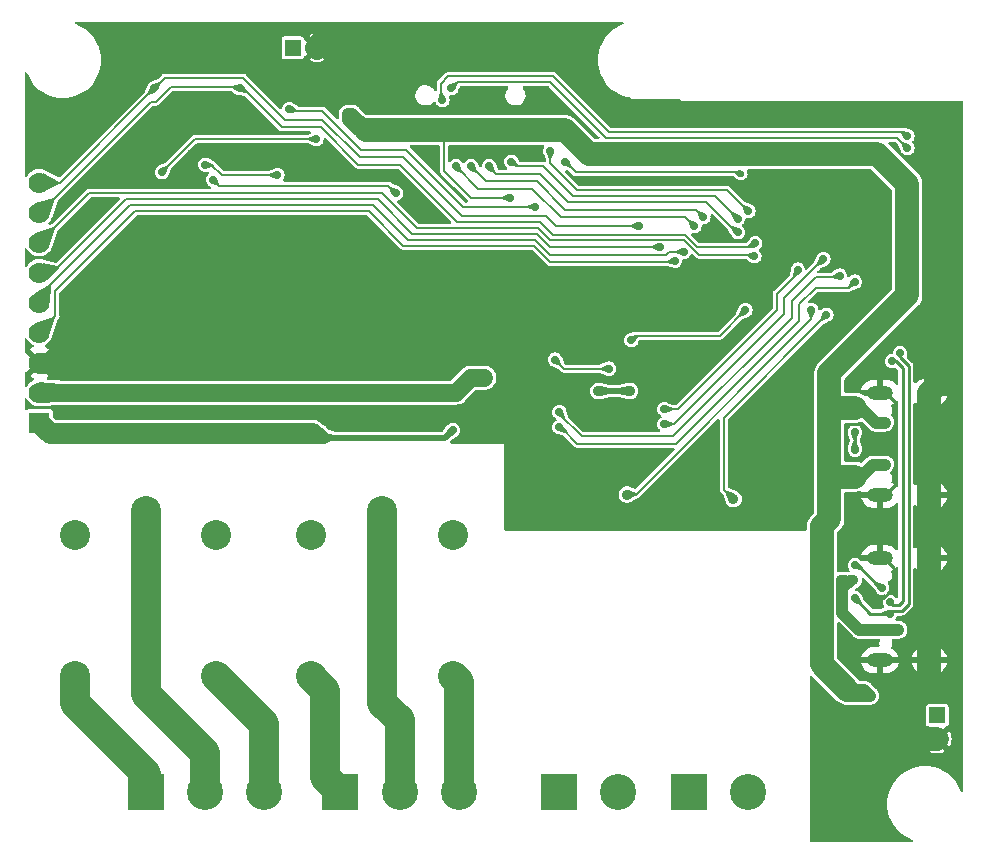
<source format=gbr>
%TF.GenerationSoftware,KiCad,Pcbnew,7.0.9-7.0.9~ubuntu22.04.1*%
%TF.CreationDate,2025-08-29T15:08:21+03:00*%
%TF.ProjectId,ESP32-C5-EVB_Rev_A,45535033-322d-4433-952d-4556425f5265,A*%
%TF.SameCoordinates,PX3938700PY9896800*%
%TF.FileFunction,Copper,L2,Bot*%
%TF.FilePolarity,Positive*%
%FSLAX46Y46*%
G04 Gerber Fmt 4.6, Leading zero omitted, Abs format (unit mm)*
G04 Created by KiCad (PCBNEW 7.0.9-7.0.9~ubuntu22.04.1) date 2025-08-29 15:08:21*
%MOMM*%
%LPD*%
G01*
G04 APERTURE LIST*
%TA.AperFunction,ComponentPad*%
%ADD10O,2.000000X1.300000*%
%TD*%
%TA.AperFunction,ComponentPad*%
%ADD11O,2.200000X1.200000*%
%TD*%
%TA.AperFunction,ComponentPad*%
%ADD12C,1.400000*%
%TD*%
%TA.AperFunction,ComponentPad*%
%ADD13R,1.400000X1.400000*%
%TD*%
%TA.AperFunction,ComponentPad*%
%ADD14C,2.540000*%
%TD*%
%TA.AperFunction,ComponentPad*%
%ADD15R,1.778000X1.778000*%
%TD*%
%TA.AperFunction,ComponentPad*%
%ADD16C,1.778000*%
%TD*%
%TA.AperFunction,ComponentPad*%
%ADD17C,0.700000*%
%TD*%
%TA.AperFunction,ComponentPad*%
%ADD18C,1.800000*%
%TD*%
%TA.AperFunction,ComponentPad*%
%ADD19R,3.048000X3.048000*%
%TD*%
%TA.AperFunction,ComponentPad*%
%ADD20C,3.048000*%
%TD*%
%TA.AperFunction,ViaPad*%
%ADD21C,0.900000*%
%TD*%
%TA.AperFunction,ViaPad*%
%ADD22C,0.700000*%
%TD*%
%TA.AperFunction,ViaPad*%
%ADD23C,0.600000*%
%TD*%
%TA.AperFunction,Conductor*%
%ADD24C,1.016000*%
%TD*%
%TA.AperFunction,Conductor*%
%ADD25C,0.177800*%
%TD*%
%TA.AperFunction,Conductor*%
%ADD26C,0.254000*%
%TD*%
%TA.AperFunction,Conductor*%
%ADD27C,2.032000*%
%TD*%
%TA.AperFunction,Conductor*%
%ADD28C,0.762000*%
%TD*%
%TA.AperFunction,Conductor*%
%ADD29C,0.508000*%
%TD*%
%TA.AperFunction,Conductor*%
%ADD30C,1.778000*%
%TD*%
%TA.AperFunction,Conductor*%
%ADD31C,1.524000*%
%TD*%
%TA.AperFunction,Conductor*%
%ADD32C,2.540000*%
%TD*%
G04 APERTURE END LIST*
D10*
%TO.P,USB-UART1,0,SHELL*%
%TO.N,GND*%
X76850000Y29680000D03*
X76850000Y38320000D03*
D11*
X72670000Y29680000D03*
X72670000Y38320000D03*
%TD*%
D12*
%TO.P,PWR1,2*%
%TO.N,GND*%
X77538220Y8999240D03*
D13*
%TO.P,PWR1,1*%
%TO.N,+5V_USB*%
X77535680Y11028700D03*
%TD*%
D14*
%TO.P,RELAY2,1*%
%TO.N,+5V*%
X24500000Y26300000D03*
%TO.P,RELAY2,2*%
%TO.N,Net-(D9-A)*%
X36500000Y26300000D03*
%TO.P,RELAY2,COM0*%
%TO.N,Net-(CON2-Pad2)*%
X30500000Y28300000D03*
%TO.P,RELAY2,NC0*%
%TO.N,Net-(CON2-Pad3)*%
X36500000Y14300000D03*
%TO.P,RELAY2,NO0*%
%TO.N,Net-(CON2-Pad1)*%
X24500000Y14300000D03*
%TD*%
D15*
%TO.P,EXT1,1*%
%TO.N,+5V*%
X1500000Y35800000D03*
D16*
%TO.P,EXT1,2*%
%TO.N,+3.3V*%
X1500000Y38340000D03*
%TO.P,EXT1,3*%
%TO.N,GND*%
X1500000Y40880000D03*
%TO.P,EXT1,4*%
%TO.N,/GPIO0{slash}EXT_PWR_SEN*%
X1500000Y43420000D03*
%TO.P,EXT1,5*%
%TO.N,/GPIO1*%
X1500000Y45960000D03*
%TO.P,EXT1,6*%
%TO.N,/GPIO3{slash}BAT_SEN*%
X1500000Y48500000D03*
%TO.P,EXT1,7*%
%TO.N,/GPIO27{slash}USER_LED*%
X1500000Y51040000D03*
%TO.P,EXT1,8*%
%TO.N,/GPIO28{slash}USER_BUT*%
X1500000Y53580000D03*
%TO.P,EXT1,9*%
%TO.N,/ESP_EN*%
X1500000Y56120000D03*
%TD*%
D17*
%TO.P,U4,29,EPAD*%
%TO.N,GND*%
X66680000Y54110000D03*
X66680000Y52410000D03*
X67980000Y55410000D03*
X67980000Y54580000D03*
X67980000Y51940000D03*
X67980000Y51110000D03*
D18*
X68830000Y53260000D03*
D17*
X69680000Y55410000D03*
X69680000Y54580000D03*
X69680000Y51940000D03*
X69680000Y51110000D03*
X70980000Y54110000D03*
X70980000Y52410000D03*
%TD*%
D14*
%TO.P,RELAY1,NO0*%
%TO.N,Net-(CON1-Pad1)*%
X4500000Y14300000D03*
%TO.P,RELAY1,NC0*%
%TO.N,Net-(CON1-Pad3)*%
X16500000Y14300000D03*
%TO.P,RELAY1,COM0*%
%TO.N,Net-(CON1-Pad2)*%
X10500000Y28300000D03*
%TO.P,RELAY1,2*%
%TO.N,Net-(D8-A)*%
X16500000Y26300000D03*
%TO.P,RELAY1,1*%
%TO.N,+5V*%
X4500000Y26300000D03*
%TD*%
D13*
%TO.P,BAT1,1*%
%TO.N,VBAT*%
X22971300Y67535680D03*
D12*
%TO.P,BAT1,2*%
%TO.N,GND*%
X25000760Y67538220D03*
%TD*%
D19*
%TO.P,IN2,1*%
%TO.N,Net-(IN2-Pad1)*%
X56500000Y4500000D03*
D20*
%TO.P,IN2,2*%
%TO.N,Net-(D11-A)*%
X61500000Y4500000D03*
%TD*%
D11*
%TO.P,USB-JTAG1,0,SHELL*%
%TO.N,GND*%
X72670000Y24320000D03*
X72670000Y15680000D03*
D10*
X76850000Y24320000D03*
X76850000Y15680000D03*
%TD*%
D20*
%TO.P,IN1,2*%
%TO.N,Net-(D10-A)*%
X50500000Y4500000D03*
D19*
%TO.P,IN1,1*%
%TO.N,Net-(IN1-Pad1)*%
X45500000Y4500000D03*
%TD*%
%TO.P,CON1,1*%
%TO.N,Net-(CON1-Pad1)*%
X10500000Y4500000D03*
D20*
%TO.P,CON1,2*%
%TO.N,Net-(CON1-Pad2)*%
X15500000Y4500000D03*
%TO.P,CON1,3*%
%TO.N,Net-(CON1-Pad3)*%
X20500000Y4500000D03*
%TD*%
D19*
%TO.P,CON2,1*%
%TO.N,Net-(CON2-Pad1)*%
X27000000Y4500000D03*
D20*
%TO.P,CON2,2*%
%TO.N,Net-(CON2-Pad2)*%
X32000000Y4500000D03*
%TO.P,CON2,3*%
%TO.N,Net-(CON2-Pad3)*%
X37000000Y4500000D03*
%TD*%
D21*
%TO.N,+5V_USB*%
X27630000Y61956000D03*
X28138000Y60940000D03*
%TO.N,GND*%
X17470000Y52812000D03*
X10612000Y52812000D03*
D22*
X34996000Y57511000D03*
X40584000Y57511000D03*
D21*
X63825000Y48240000D03*
X65730000Y52812000D03*
X62555000Y52812000D03*
X64079000Y54463000D03*
X62555000Y56749000D03*
X65603000Y56749000D03*
X71191000Y56749000D03*
X70429000Y28174000D03*
X78557000Y34016000D03*
X78684000Y20173000D03*
X53411000Y39985000D03*
X41727000Y47097000D03*
X41727000Y49383000D03*
X41727000Y44557000D03*
X22931000Y41128000D03*
X4770000Y43668000D03*
X1087000Y60432000D03*
X28519000Y67417000D03*
X47442000Y67290000D03*
X63825000Y30587000D03*
X66238000Y28809000D03*
X64968000Y27412000D03*
X54046000Y27412000D03*
D22*
X73731000Y33381000D03*
X73731000Y34651000D03*
D21*
%TO.N,+5V_USB*%
X70556000Y31222000D03*
X70556000Y37064000D03*
X73096000Y32238000D03*
X73096000Y35794000D03*
D22*
%TO.N,/D+*%
X70556000Y33508000D03*
X70556000Y35032000D03*
D21*
%TO.N,GND*%
X62936000Y45827000D03*
X67889000Y1377000D03*
X67889000Y6711000D03*
X72969000Y5314000D03*
D22*
X75128000Y19157000D03*
D21*
%TO.N,Net-(D7-A)*%
X74239000Y18268000D03*
X70429000Y22454000D03*
%TO.N,+5V_USB*%
X71826000Y12680000D03*
X70810000Y12680000D03*
X69794000Y12680000D03*
D22*
%TO.N,GND*%
X73858000Y21570000D03*
D21*
%TO.N,Net-(D7-A)*%
X73096000Y18268000D03*
X69413000Y22454000D03*
D22*
%TO.N,/USB_D+*%
X70556000Y20935000D03*
%TO.N,/USB_CC2*%
X70556000Y23729000D03*
X72842000Y21824000D03*
D21*
%TO.N,+5V_USB*%
X67508000Y16490000D03*
D22*
%TO.N,/USB_D+*%
X73544307Y19619374D03*
%TO.N,/USB_D-*%
X73544307Y20573374D03*
D21*
%TO.N,+5V*%
X24582000Y34524000D03*
X25598000Y34524000D03*
X5532000Y34524000D03*
X6548000Y34524000D03*
D22*
X16454000Y35159000D03*
X36520000Y35159000D03*
D21*
%TO.N,GND*%
X78684000Y44049000D03*
X54300000Y46716000D03*
X42362000Y33762000D03*
X18359000Y40493000D03*
X46172000Y48367000D03*
X38425000Y35159000D03*
X15184000Y61194000D03*
X78684000Y59289000D03*
X15184000Y62210000D03*
X20391000Y68052000D03*
X66619000Y34651000D03*
X35250000Y40239000D03*
X13533000Y68052000D03*
X53030000Y42144000D03*
X28646000Y45573000D03*
X9850000Y42652000D03*
X47315000Y36683000D03*
X52649000Y61829000D03*
X61920000Y61829000D03*
X7056000Y62210000D03*
X66619000Y31984000D03*
X58872000Y27666000D03*
X15311000Y40493000D03*
X62936000Y33254000D03*
X27630000Y51288000D03*
X57856000Y42144000D03*
X78684000Y54209000D03*
X33091000Y48875000D03*
X25725000Y47859000D03*
X14422000Y58527000D03*
X27630000Y52558000D03*
X14168000Y40493000D03*
X27630000Y47351000D03*
X30932000Y51034000D03*
X66238000Y61829000D03*
X9850000Y41509000D03*
X55189000Y38969000D03*
X56205000Y56241000D03*
X70937000Y61829000D03*
X19502000Y40493000D03*
X42616000Y37445000D03*
X49093000Y56241000D03*
X53284000Y44430000D03*
X57856000Y44049000D03*
X55316000Y61829000D03*
X45918000Y30206000D03*
X48966000Y44049000D03*
X35250000Y45573000D03*
X12898000Y42017000D03*
X30424000Y66147000D03*
X43378000Y28047000D03*
X64079000Y61829000D03*
X2992000Y50018000D03*
X36393000Y45573000D03*
X60396000Y31857000D03*
X25344000Y40239000D03*
X25725000Y45065000D03*
X73096000Y61829000D03*
X75128000Y43033000D03*
X65984000Y39985000D03*
X29789000Y45573000D03*
X78684000Y51669000D03*
X23439000Y57003000D03*
X4770000Y46843000D03*
X68524000Y61829000D03*
X66619000Y35921000D03*
X78684000Y56749000D03*
X78684000Y61829000D03*
X34234000Y48875000D03*
X57094000Y47859000D03*
X78684000Y41763000D03*
X23439000Y58908000D03*
X12898000Y43287000D03*
X6802000Y68306000D03*
X30678000Y40239000D03*
X78684000Y49129000D03*
X16962000Y68052000D03*
X78684000Y46589000D03*
X27630000Y48621000D03*
X34361000Y53955000D03*
X24201000Y36683000D03*
X31567000Y66147000D03*
X3373000Y54082000D03*
X52141000Y56241000D03*
X55316000Y27412000D03*
X35377000Y48875000D03*
X9850000Y68052000D03*
X5151000Y52304000D03*
D22*
%TO.N,VBAT*%
X43505000Y54082000D03*
X22677000Y62337000D03*
D21*
%TO.N,+5V_USB*%
X67889000Y38207000D03*
X29154000Y60559000D03*
D22*
X41346000Y54844000D03*
X15565000Y57638000D03*
X21661000Y56749000D03*
D21*
X67508000Y17633000D03*
D22*
%TO.N,/GPIO3{slash}BAT_SEN*%
X54046000Y50653000D03*
%TO.N,/ESP_EN*%
X11247000Y64115000D03*
X52268000Y52431000D03*
%TO.N,/USB_D+*%
X74377278Y41664302D03*
D21*
%TO.N,+3.3V*%
X39187000Y39604000D03*
X38044000Y39604000D03*
X51506000Y38461000D03*
X48839000Y38461000D03*
D22*
%TO.N,/USB_D-*%
X73702698Y40989722D03*
%TO.N,/GPIO28{slash}USER_BUT*%
X62110500Y50970500D03*
X61285000Y45319000D03*
X18486000Y64115000D03*
X51633000Y42779000D03*
%TO.N,/GPIO12{slash}U0RXD*%
X65730000Y48748000D03*
X54427000Y36937000D03*
%TO.N,/GPIO11{slash}U0TXD*%
X54427000Y35667000D03*
X67889000Y49637000D03*
%TO.N,/GPIO27{slash}USER_LED*%
X62047000Y49891000D03*
%TO.N,/GPIO1*%
X56078000Y50272000D03*
%TO.N,/GPIO0{slash}EXT_PWR_SEN*%
X55316000Y49510000D03*
%TO.N,Net-(FET2-G)*%
X16200000Y56368000D03*
X31694000Y55225000D03*
%TO.N,/GPIO5{slash}IN1*%
X68143000Y44938000D03*
D21*
X60269000Y29317000D03*
D22*
%TO.N,/GPIO4{slash}IN2*%
X66873000Y45319000D03*
D21*
X51252000Y29698000D03*
D22*
%TO.N,Net-(Q2-E)*%
X45156000Y41128000D03*
X49728000Y40366000D03*
%TO.N,Net-(U2-CHRGb)*%
X11882000Y57003000D03*
X24963000Y59797000D03*
%TO.N,/GPIO8{slash}I2C_SCK*%
X38044000Y57511000D03*
X57729000Y53193000D03*
%TO.N,/GPIO9{slash}I2C_SDA*%
X56967000Y52431000D03*
X36774000Y57511000D03*
D23*
%TO.N,/GPIO2{slash}SPI2_CLK*%
X60904000Y56876000D03*
D22*
X46045000Y57892000D03*
%TO.N,/GPIO6{slash}SPI2_MISO*%
X60650000Y53066000D03*
X41473000Y57892000D03*
%TO.N,/GPIO7{slash}SPI2_MOSI*%
X60650000Y51923000D03*
X39568000Y57511000D03*
%TO.N,/GPIO10{slash}SPI2_CS*%
X44775000Y58781000D03*
X61539000Y53701000D03*
%TO.N,/GPIO25{slash}U1RXD*%
X75001000Y59035000D03*
X36393000Y64115000D03*
%TO.N,/GPIO26{slash}U1TXD*%
X75001000Y60051000D03*
X35631000Y63099000D03*
%TO.N,/GPIO23{slash}REL2*%
X45537000Y35413000D03*
X70556000Y47732000D03*
%TO.N,/GPIO24{slash}REL1*%
X45537000Y36683000D03*
X69286000Y48240000D03*
%TD*%
D24*
%TO.N,+5V_USB*%
X29154000Y60559000D02*
X29154000Y60813000D01*
X29154000Y60813000D02*
X28011000Y61956000D01*
X28011000Y61956000D02*
X27630000Y61956000D01*
X27630000Y61956000D02*
X27630000Y61448000D01*
X27630000Y61448000D02*
X28519000Y60559000D01*
X29154000Y60559000D02*
X28519000Y60559000D01*
X28519000Y60559000D02*
X28138000Y60940000D01*
D25*
%TO.N,VBAT*%
X22677000Y62337000D02*
X22804000Y62210000D01*
X22804000Y62210000D02*
X25471000Y62210000D01*
X25471000Y62210000D02*
X28773000Y58908000D01*
X28773000Y58908000D02*
X32583000Y58908000D01*
X32583000Y58908000D02*
X37409000Y54082000D01*
X37409000Y54082000D02*
X43505000Y54082000D01*
%TO.N,/ESP_EN*%
X52268000Y52431000D02*
X45283000Y52431000D01*
X45283000Y52431000D02*
X44394000Y53320000D01*
X37282000Y53320000D02*
X32329000Y58273000D01*
X44394000Y53320000D02*
X37282000Y53320000D01*
X18740000Y65004000D02*
X12136000Y65004000D01*
X32329000Y58273000D02*
X28646000Y58273000D01*
X12136000Y65004000D02*
X11247000Y64115000D01*
X28646000Y58273000D02*
X25471000Y61448000D01*
X25471000Y61448000D02*
X22296000Y61448000D01*
X22296000Y61448000D02*
X18740000Y65004000D01*
%TO.N,/GPIO28{slash}USER_BUT*%
X62110500Y50970500D02*
X61793000Y50653000D01*
X43886000Y52812000D02*
X36901000Y52812000D01*
X36901000Y52812000D02*
X32075000Y57638000D01*
X61793000Y50653000D02*
X57221000Y50653000D01*
X57221000Y50653000D02*
X56205000Y51669000D01*
X56205000Y51669000D02*
X45029000Y51669000D01*
X45029000Y51669000D02*
X43886000Y52812000D01*
X32075000Y57638000D02*
X28519000Y57638000D01*
X18740000Y64115000D02*
X18486000Y64115000D01*
X28519000Y57638000D02*
X25344000Y60813000D01*
X25344000Y60813000D02*
X22042000Y60813000D01*
X22042000Y60813000D02*
X18740000Y64115000D01*
%TO.N,/GPIO5{slash}IN1*%
X60269000Y29317000D02*
X59456200Y30129800D01*
X59456200Y30129800D02*
X59456200Y36187700D01*
X59456200Y36187700D02*
X68143000Y44874500D01*
X68143000Y44874500D02*
X68143000Y44938000D01*
D26*
%TO.N,GND*%
X72670000Y29680000D02*
X73103400Y29680000D01*
X73103400Y29680000D02*
X74061200Y30637800D01*
X74061200Y30637800D02*
X74061200Y37428800D01*
X73170000Y38320000D02*
X72670000Y38320000D01*
X74061200Y37428800D02*
X73170000Y38320000D01*
X73858000Y21570000D02*
X73858000Y23449600D01*
X73858000Y23449600D02*
X72987600Y24320000D01*
X72987600Y24320000D02*
X72670000Y24320000D01*
D27*
X76850000Y38320000D02*
X76850000Y13767000D01*
X76850000Y13767000D02*
X75001000Y11918000D01*
X75001000Y11918000D02*
X75001000Y9505000D01*
X75001000Y9505000D02*
X75506760Y8999240D01*
X75506760Y8999240D02*
X77538220Y8999240D01*
D26*
X73731000Y34651000D02*
X72080000Y34651000D01*
X72080000Y34651000D02*
X71013200Y35717800D01*
X71013200Y35717800D02*
X70098800Y35717800D01*
D24*
%TO.N,+5V_USB*%
X70556000Y37064000D02*
X71064000Y37064000D01*
X71064000Y37064000D02*
X72334000Y35794000D01*
X72334000Y35794000D02*
X73096000Y35794000D01*
X70556000Y31222000D02*
X71064000Y31222000D01*
X71064000Y31222000D02*
X72080000Y32238000D01*
X72080000Y32238000D02*
X73096000Y32238000D01*
D27*
X68397000Y27666000D02*
X68397000Y31349000D01*
X68397000Y31349000D02*
X68397000Y37064000D01*
X70556000Y31222000D02*
X68524000Y31222000D01*
X68524000Y31222000D02*
X68397000Y31349000D01*
X68397000Y37064000D02*
X68397000Y39985000D01*
X70556000Y37064000D02*
X68397000Y37064000D01*
X69921000Y13188000D02*
X67762000Y15347000D01*
X67762000Y15347000D02*
X67762000Y27031000D01*
X75001000Y55987000D02*
X72461000Y58527000D01*
X67762000Y27031000D02*
X68397000Y27666000D01*
X48013500Y58527000D02*
X45981500Y60559000D01*
X68397000Y39985000D02*
X75001000Y46589000D01*
X45981500Y60559000D02*
X35758000Y60559000D01*
X75001000Y46589000D02*
X75001000Y55987000D01*
X72461000Y58527000D02*
X48013500Y58527000D01*
D26*
%TO.N,/D+*%
X70556000Y33508000D02*
X70556000Y35032000D01*
D24*
%TO.N,GND*%
X72207000Y40493000D02*
X72207000Y41255000D01*
X72207000Y41255000D02*
X73985000Y43033000D01*
X73985000Y43033000D02*
X75128000Y43033000D01*
D26*
X73858000Y21570000D02*
X73578600Y21570000D01*
X73578600Y21570000D02*
X72943600Y20935000D01*
X72943600Y20935000D02*
X71826000Y20935000D01*
D24*
%TO.N,Net-(D7-A)*%
X73096000Y18268000D02*
X74239000Y18268000D01*
X69489200Y19715800D02*
X69489200Y21671600D01*
X69489200Y21671600D02*
X69489200Y22001800D01*
D28*
X70429000Y22454000D02*
X70271600Y22454000D01*
X70271600Y22454000D02*
X69489200Y21671600D01*
X69413000Y22454000D02*
X69413000Y22078000D01*
X69413000Y22078000D02*
X69489200Y22001800D01*
D24*
X73096000Y18268000D02*
X70937000Y18268000D01*
X70937000Y18268000D02*
X69489200Y19715800D01*
D28*
X69413000Y22454000D02*
X70429000Y22454000D01*
D24*
%TO.N,+5V_USB*%
X71826000Y12680000D02*
X71318000Y13188000D01*
X71318000Y13188000D02*
X69921000Y13188000D01*
X70810000Y12680000D02*
X71826000Y12680000D01*
X69794000Y12680000D02*
X70810000Y12680000D01*
D26*
%TO.N,/USB_CC2*%
X72842000Y21824000D02*
X72689600Y21824000D01*
X72689600Y21824000D02*
X70784600Y23729000D01*
X70784600Y23729000D02*
X70556000Y23729000D01*
%TO.N,/USB_D+*%
X73544307Y19619374D02*
X71871626Y19619374D01*
X71871626Y19619374D02*
X70556000Y20935000D01*
X75128000Y20449158D02*
X75128000Y40598211D01*
X73544307Y19619374D02*
X73767306Y19842373D01*
X74521215Y19842373D02*
X75128000Y20449158D01*
X75128000Y40598211D02*
X74377278Y41348933D01*
X74377278Y41348933D02*
X74377278Y41664302D01*
%TO.N,/USB_D-*%
X73767306Y20350375D02*
X74310793Y20350375D01*
X74620000Y20659582D02*
X74620000Y40387789D01*
%TO.N,/USB_D+*%
X73767306Y19842373D02*
X74521215Y19842373D01*
%TO.N,/USB_D-*%
X74018067Y40989722D02*
X73702698Y40989722D01*
X73544307Y20573374D02*
X73767306Y20350375D01*
X74310793Y20350375D02*
X74620000Y20659582D01*
X74620000Y40387789D02*
X74018067Y40989722D01*
D24*
%TO.N,+5V*%
X25217000Y34905000D02*
X24582000Y34905000D01*
D29*
X25598000Y34524000D02*
X35885000Y34524000D01*
D24*
X25598000Y34524000D02*
X24582000Y34524000D01*
D29*
X35885000Y34524000D02*
X36520000Y35159000D01*
D24*
X25598000Y34524000D02*
X25217000Y34905000D01*
D30*
X2395000Y34905000D02*
X1500000Y35800000D01*
X24582000Y34905000D02*
X2395000Y34905000D01*
D27*
%TO.N,GND*%
X50363000Y61829000D02*
X76017000Y61829000D01*
D30*
X20778000Y40880000D02*
X1500000Y40880000D01*
D27*
X76017000Y61829000D02*
X77414000Y60432000D01*
D31*
X63317000Y27412000D02*
X65984000Y30079000D01*
D27*
X25387540Y67925000D02*
X44267000Y67925000D01*
X25000760Y67538220D02*
X25387540Y67925000D01*
D29*
X60777000Y55606000D02*
X65184000Y55606000D01*
D27*
X42235000Y41509000D02*
X41600000Y42144000D01*
X77414000Y60432000D02*
X77414000Y38884000D01*
D30*
X27122000Y47224000D02*
X20778000Y40880000D01*
D27*
X49982000Y27666000D02*
X42235000Y35413000D01*
D29*
X34361000Y53955000D02*
X31567000Y56749000D01*
X52141000Y56241000D02*
X52212400Y56169600D01*
D31*
X72207000Y46843000D02*
X72207000Y50018000D01*
D27*
X61793000Y47224000D02*
X27122000Y47224000D01*
D29*
X60213400Y56169600D02*
X60777000Y55606000D01*
D27*
X42235000Y35413000D02*
X42235000Y41509000D01*
X66680000Y54110000D02*
X66680000Y52111000D01*
D31*
X65984000Y40620000D02*
X72207000Y46843000D01*
X65984000Y30079000D02*
X65984000Y40620000D01*
D27*
X66680000Y52111000D02*
X61793000Y47224000D01*
X77414000Y38884000D02*
X76850000Y38320000D01*
X44267000Y67925000D02*
X50363000Y61829000D01*
D29*
X65184000Y55606000D02*
X66680000Y54110000D01*
X52212400Y56169600D02*
X60213400Y56169600D01*
D27*
X62047000Y27666000D02*
X49982000Y27666000D01*
D29*
X31567000Y56749000D02*
X29027000Y56749000D01*
D27*
%TO.N,+5V_USB*%
X29154000Y60559000D02*
X35758000Y60559000D01*
D25*
X38044000Y54844000D02*
X35758000Y57130000D01*
X41346000Y54844000D02*
X38044000Y54844000D01*
X35758000Y57130000D02*
X35758000Y60559000D01*
X15565000Y57638000D02*
X16073000Y57638000D01*
X16073000Y57638000D02*
X16962000Y56749000D01*
X16962000Y56749000D02*
X21661000Y56749000D01*
%TO.N,/GPIO3{slash}BAT_SEN*%
X2617000Y48500000D02*
X1500000Y48500000D01*
X54046000Y50653000D02*
X44775000Y50653000D01*
X44775000Y50653000D02*
X43632000Y51796000D01*
X33091000Y51796000D02*
X30170000Y54717000D01*
X8834000Y54717000D02*
X2617000Y48500000D01*
X30170000Y54717000D02*
X8834000Y54717000D01*
X43632000Y51796000D02*
X33091000Y51796000D01*
%TO.N,/ESP_EN*%
X3252000Y56120000D02*
X11247000Y64115000D01*
X1500000Y56120000D02*
X3252000Y56120000D01*
D31*
%TO.N,+3.3V*%
X36780000Y38340000D02*
X1500000Y38340000D01*
D29*
X48839000Y38461000D02*
X51506000Y38461000D01*
D31*
X38044000Y39604000D02*
X36780000Y38340000D01*
X38044000Y39604000D02*
X39187000Y39604000D01*
D25*
%TO.N,/GPIO28{slash}USER_BUT*%
X52014000Y43160000D02*
X59126000Y43160000D01*
X18359000Y64242000D02*
X18486000Y64115000D01*
X1500000Y53580000D02*
X1601000Y53580000D01*
X11374000Y62972000D02*
X12644000Y64242000D01*
X1601000Y53580000D02*
X10993000Y62972000D01*
X59126000Y43160000D02*
X61285000Y45319000D01*
X12644000Y64242000D02*
X18359000Y64242000D01*
X10993000Y62972000D02*
X11374000Y62972000D01*
X51633000Y42779000D02*
X52014000Y43160000D01*
D32*
%TO.N,Net-(CON1-Pad2)*%
X15500000Y4500000D02*
X15500000Y7792000D01*
X15500000Y7792000D02*
X10500000Y12792000D01*
X10500000Y12792000D02*
X10500000Y28300000D01*
%TO.N,Net-(CON1-Pad1)*%
X4500000Y12061000D02*
X10500000Y6061000D01*
X4500000Y14300000D02*
X4500000Y12061000D01*
X10500000Y6061000D02*
X10500000Y4500000D01*
%TO.N,Net-(CON1-Pad3)*%
X16500000Y14300000D02*
X20500000Y10300000D01*
X20500000Y10300000D02*
X20500000Y4500000D01*
%TO.N,Net-(CON2-Pad2)*%
X32000000Y10596000D02*
X32000000Y4500000D01*
X30500000Y12096000D02*
X32000000Y10596000D01*
X30500000Y28300000D02*
X30500000Y12096000D01*
%TO.N,Net-(CON2-Pad1)*%
X25725000Y13075000D02*
X25725000Y5775000D01*
X25725000Y5775000D02*
X27000000Y4500000D01*
X24500000Y14300000D02*
X25725000Y13075000D01*
%TO.N,Net-(CON2-Pad3)*%
X37000000Y13800000D02*
X37000000Y4500000D01*
X36500000Y14300000D02*
X37000000Y13800000D01*
D25*
%TO.N,/GPIO12{slash}U0RXD*%
X63952000Y46716000D02*
X65730000Y48494000D01*
X65730000Y48494000D02*
X65730000Y48748000D01*
X54427000Y36937000D02*
X55570000Y36937000D01*
X63952000Y45319000D02*
X63952000Y46716000D01*
X55570000Y36937000D02*
X63952000Y45319000D01*
%TO.N,/GPIO11{slash}U0TXD*%
X64587000Y45001500D02*
X64587000Y46335000D01*
X54427000Y35667000D02*
X55252500Y35667000D01*
X55252500Y35667000D02*
X64587000Y45001500D01*
X64587000Y46335000D02*
X67889000Y49637000D01*
%TO.N,/GPIO27{slash}USER_LED*%
X33472000Y52304000D02*
X30551000Y55225000D01*
X62047000Y49891000D02*
X61920000Y50018000D01*
X5685000Y55225000D02*
X1500000Y51040000D01*
X57348000Y50018000D02*
X56078000Y51288000D01*
X30551000Y55225000D02*
X5685000Y55225000D01*
X61920000Y50018000D02*
X57348000Y50018000D01*
X43759000Y52304000D02*
X33472000Y52304000D01*
X56078000Y51288000D02*
X44775000Y51288000D01*
X44775000Y51288000D02*
X43759000Y52304000D01*
%TO.N,/GPIO1*%
X56078000Y50272000D02*
X54808000Y50272000D01*
X43505000Y51288000D02*
X32710000Y51288000D01*
X44775000Y50018000D02*
X43505000Y51288000D01*
X1500000Y46494000D02*
X1500000Y45960000D01*
X54554000Y50018000D02*
X44775000Y50018000D01*
X54808000Y50272000D02*
X54554000Y50018000D01*
X32710000Y51288000D02*
X29789000Y54209000D01*
X9215000Y54209000D02*
X1500000Y46494000D01*
X29789000Y54209000D02*
X9215000Y54209000D01*
%TO.N,/GPIO0{slash}EXT_PWR_SEN*%
X2865000Y44811000D02*
X1500000Y43446000D01*
X29408000Y53701000D02*
X9596000Y53701000D01*
X32329000Y50780000D02*
X29408000Y53701000D01*
X55316000Y49510000D02*
X55189000Y49383000D01*
X43378000Y50780000D02*
X32329000Y50780000D01*
X1500000Y43446000D02*
X1500000Y43420000D01*
X2865000Y46970000D02*
X2865000Y44811000D01*
X44775000Y49383000D02*
X43378000Y50780000D01*
X9596000Y53701000D02*
X2865000Y46970000D01*
X55189000Y49383000D02*
X44775000Y49383000D01*
%TO.N,Net-(FET2-G)*%
X31059000Y55860000D02*
X31694000Y55225000D01*
X16708000Y55860000D02*
X31059000Y55860000D01*
X16200000Y56368000D02*
X16708000Y55860000D01*
%TO.N,/GPIO4{slash}IN2*%
X51252000Y29698000D02*
X52014000Y29698000D01*
X66873000Y44557000D02*
X66873000Y45319000D01*
X52014000Y29698000D02*
X66873000Y44557000D01*
%TO.N,Net-(Q2-E)*%
X45918000Y40366000D02*
X49728000Y40366000D01*
X45156000Y41128000D02*
X45918000Y40366000D01*
%TO.N,Net-(U2-CHRGb)*%
X11882000Y57003000D02*
X14676000Y59797000D01*
X14676000Y59797000D02*
X24963000Y59797000D01*
%TO.N,/GPIO8{slash}I2C_SCK*%
X57729000Y53193000D02*
X57094000Y53828000D01*
X43600250Y56241000D02*
X39314000Y56241000D01*
X57094000Y53828000D02*
X46013250Y53828000D01*
X46013250Y53828000D02*
X43600250Y56241000D01*
X39314000Y56241000D02*
X38044000Y57511000D01*
%TO.N,/GPIO9{slash}I2C_SDA*%
X45664000Y53193000D02*
X43251000Y55606000D01*
X38679000Y55606000D02*
X36774000Y57511000D01*
X56967000Y52431000D02*
X56205000Y53193000D01*
X43251000Y55606000D02*
X38679000Y55606000D01*
X56205000Y53193000D02*
X45664000Y53193000D01*
%TO.N,/GPIO2{slash}SPI2_CLK*%
X46934000Y57003000D02*
X60777000Y57003000D01*
X46045000Y57892000D02*
X46934000Y57003000D01*
X60777000Y57003000D02*
X60904000Y56876000D01*
%TO.N,/GPIO6{slash}SPI2_MISO*%
X46680000Y54971000D02*
X58745000Y54971000D01*
X41854000Y57511000D02*
X44140000Y57511000D01*
X44140000Y57511000D02*
X46680000Y54971000D01*
X58745000Y54971000D02*
X60650000Y53066000D01*
X41473000Y57892000D02*
X41854000Y57511000D01*
%TO.N,/GPIO7{slash}SPI2_MOSI*%
X43886000Y56876000D02*
X40203000Y56876000D01*
X46299000Y54463000D02*
X43886000Y56876000D01*
X40203000Y56876000D02*
X39568000Y57511000D01*
X60650000Y51923000D02*
X60523000Y51923000D01*
X60523000Y51923000D02*
X57983000Y54463000D01*
X57983000Y54463000D02*
X46299000Y54463000D01*
%TO.N,/GPIO10{slash}SPI2_CS*%
X44775000Y57765000D02*
X47061000Y55479000D01*
X44775000Y58781000D02*
X44775000Y57765000D01*
X47061000Y55479000D02*
X59761000Y55479000D01*
X59761000Y55479000D02*
X61539000Y53701000D01*
%TO.N,/GPIO25{slash}U1RXD*%
X49474000Y59924000D02*
X74112000Y59924000D01*
X36393000Y64115000D02*
X36901000Y64623000D01*
X36901000Y64623000D02*
X44775000Y64623000D01*
X74112000Y59924000D02*
X75001000Y59035000D01*
X44775000Y64623000D02*
X49474000Y59924000D01*
%TO.N,/GPIO26{slash}U1TXD*%
X36139000Y65131000D02*
X45029000Y65131000D01*
X74620000Y60432000D02*
X75001000Y60051000D01*
X35504000Y64496000D02*
X36139000Y65131000D01*
X49728000Y60432000D02*
X74620000Y60432000D01*
X35631000Y63099000D02*
X35504000Y63226000D01*
X35504000Y63226000D02*
X35504000Y64496000D01*
X45029000Y65131000D02*
X49728000Y60432000D01*
%TO.N,/GPIO23{slash}REL2*%
X70048000Y47224000D02*
X70556000Y47732000D01*
X47061000Y34016000D02*
X55443000Y34016000D01*
X45664000Y35413000D02*
X47061000Y34016000D01*
X67254000Y47224000D02*
X70048000Y47224000D01*
X65857000Y45827000D02*
X67254000Y47224000D01*
X45537000Y35413000D02*
X45664000Y35413000D01*
X65857000Y44430000D02*
X65857000Y45827000D01*
X55443000Y34016000D02*
X65857000Y44430000D01*
%TO.N,/GPIO24{slash}REL1*%
X67254000Y48113000D02*
X69159000Y48113000D01*
X47442000Y34651000D02*
X55189000Y34651000D01*
X69159000Y48113000D02*
X69286000Y48240000D01*
X65222000Y46081000D02*
X67254000Y48113000D01*
X55189000Y34651000D02*
X65222000Y44684000D01*
X45537000Y36556000D02*
X47442000Y34651000D01*
X65222000Y44684000D02*
X65222000Y46081000D01*
X45537000Y36683000D02*
X45537000Y36556000D01*
%TD*%
%TA.AperFunction,Conductor*%
%TO.N,GND*%
G36*
X50906695Y69725498D02*
G01*
X50953188Y69671842D01*
X50963292Y69601568D01*
X50933798Y69536988D01*
X50886793Y69503092D01*
X50770606Y69454965D01*
X50609171Y69388096D01*
X50609154Y69388087D01*
X50294555Y69214216D01*
X50001373Y69006191D01*
X49733339Y68766661D01*
X49493809Y68498627D01*
X49285784Y68205445D01*
X49111913Y67890846D01*
X49111901Y67890823D01*
X48974342Y67558729D01*
X48874825Y67213294D01*
X48814612Y66858904D01*
X48794457Y66500000D01*
X48814612Y66141097D01*
X48874825Y65786707D01*
X48974342Y65441272D01*
X49059276Y65236225D01*
X49111906Y65109167D01*
X49111913Y65109155D01*
X49285784Y64794556D01*
X49285786Y64794553D01*
X49285789Y64794548D01*
X49493806Y64501377D01*
X49733339Y64233339D01*
X50001377Y63993806D01*
X50294548Y63785789D01*
X50609167Y63611906D01*
X50774511Y63543418D01*
X50936872Y63476165D01*
X50941276Y63474341D01*
X51286700Y63374827D01*
X51419738Y63352224D01*
X51528105Y63333811D01*
X51591913Y63302681D01*
X51628762Y63241996D01*
X51630531Y63228468D01*
X51632999Y63226000D01*
X55676012Y63226000D01*
X55744133Y63205998D01*
X55780777Y63170003D01*
X55816517Y63116515D01*
X55900697Y63060267D01*
X55900699Y63060266D01*
X56000000Y63040514D01*
X56012895Y63043080D01*
X56037476Y63045500D01*
X79619500Y63045500D01*
X79687621Y63025498D01*
X79734114Y62971842D01*
X79745500Y62919500D01*
X79745500Y4661426D01*
X79725498Y4593305D01*
X79671842Y4546812D01*
X79601568Y4536708D01*
X79536988Y4566202D01*
X79503091Y4613207D01*
X79483118Y4661426D01*
X79388094Y4890833D01*
X79214211Y5205452D01*
X79006194Y5498623D01*
X78766661Y5766661D01*
X78498623Y6006194D01*
X78205452Y6214211D01*
X78205447Y6214214D01*
X78205444Y6214216D01*
X78013123Y6320507D01*
X77890833Y6388094D01*
X77890826Y6388097D01*
X77890822Y6388099D01*
X77558728Y6525658D01*
X77213293Y6625175D01*
X76858903Y6685388D01*
X76589800Y6700500D01*
X76589798Y6700500D01*
X76410202Y6700500D01*
X76410200Y6700500D01*
X76141096Y6685388D01*
X75786706Y6625175D01*
X75441271Y6525658D01*
X75109177Y6388099D01*
X75109154Y6388087D01*
X74794555Y6214216D01*
X74501373Y6006191D01*
X74233339Y5766661D01*
X73993809Y5498627D01*
X73785784Y5205445D01*
X73611913Y4890846D01*
X73611901Y4890823D01*
X73474342Y4558729D01*
X73374825Y4213294D01*
X73314612Y3858904D01*
X73294457Y3500000D01*
X73314612Y3141097D01*
X73374825Y2786707D01*
X73474342Y2441272D01*
X73516881Y2338575D01*
X73611906Y2109167D01*
X73611913Y2109155D01*
X73785784Y1794556D01*
X73785786Y1794553D01*
X73785789Y1794548D01*
X73993806Y1501377D01*
X74233339Y1233339D01*
X74501377Y993806D01*
X74794548Y785789D01*
X75109167Y611906D01*
X75386793Y496909D01*
X75442073Y452360D01*
X75464494Y384997D01*
X75446936Y316206D01*
X75394973Y267827D01*
X75338574Y254500D01*
X66872000Y254500D01*
X66803879Y274502D01*
X66757386Y328158D01*
X66746000Y380500D01*
X66746000Y8999240D01*
X76325606Y8999240D01*
X76344028Y8788673D01*
X76398735Y8584505D01*
X76398739Y8584495D01*
X76488062Y8392938D01*
X76488064Y8392935D01*
X76522922Y8343154D01*
X77093375Y8913607D01*
X77094547Y8897975D01*
X77144107Y8771699D01*
X77228685Y8665641D01*
X77340767Y8589224D01*
X77452843Y8554654D01*
X76882132Y7983944D01*
X76882132Y7983943D01*
X76931912Y7949086D01*
X76931917Y7949083D01*
X77123474Y7859760D01*
X77123484Y7859756D01*
X77327652Y7805049D01*
X77538220Y7786627D01*
X77748787Y7805049D01*
X77952955Y7859756D01*
X77952965Y7859760D01*
X78144524Y7949084D01*
X78144525Y7949085D01*
X78194307Y7983943D01*
X78194307Y7983944D01*
X77621536Y8556715D01*
X77672358Y8564375D01*
X77794577Y8623233D01*
X77894018Y8715500D01*
X77961845Y8832980D01*
X77980770Y8915899D01*
X78553516Y8343153D01*
X78553517Y8343153D01*
X78588375Y8392935D01*
X78588376Y8392936D01*
X78677700Y8584495D01*
X78677704Y8584505D01*
X78732411Y8788673D01*
X78750833Y8999240D01*
X78732411Y9209808D01*
X78677704Y9413976D01*
X78677700Y9413986D01*
X78588377Y9605543D01*
X78588374Y9605548D01*
X78553517Y9655328D01*
X78553516Y9655328D01*
X77983064Y9084876D01*
X77981893Y9100505D01*
X77932333Y9226781D01*
X77847755Y9332839D01*
X77735673Y9409256D01*
X77623596Y9443827D01*
X78225259Y10045491D01*
X78287572Y10079516D01*
X78289776Y10079975D01*
X78334981Y10088966D01*
X78419164Y10145216D01*
X78475414Y10229399D01*
X78490180Y10303633D01*
X78490179Y11753766D01*
X78490178Y11753770D01*
X78490178Y11753774D01*
X78475414Y11828001D01*
X78419163Y11912185D01*
X78334982Y11968434D01*
X78260747Y11983200D01*
X76810616Y11983200D01*
X76810606Y11983199D01*
X76736379Y11968435D01*
X76652195Y11912184D01*
X76595946Y11828003D01*
X76581180Y11753770D01*
X76581180Y10303637D01*
X76581181Y10303627D01*
X76595945Y10229400D01*
X76652196Y10145216D01*
X76736377Y10088967D01*
X76736379Y10088966D01*
X76783888Y10079516D01*
X76787925Y10078713D01*
X76850835Y10045806D01*
X76852440Y10044229D01*
X77454903Y9441766D01*
X77404082Y9434105D01*
X77281863Y9375247D01*
X77182422Y9282980D01*
X77114595Y9165500D01*
X77095669Y9082582D01*
X76522923Y9655328D01*
X76522921Y9655328D01*
X76488066Y9605550D01*
X76398737Y9413982D01*
X76398735Y9413976D01*
X76344028Y9209808D01*
X76325606Y8999240D01*
X66746000Y8999240D01*
X66746000Y14262051D01*
X66766002Y14330172D01*
X66819658Y14376665D01*
X66889932Y14386769D01*
X66954512Y14357275D01*
X66961095Y14351146D01*
X69062955Y12249286D01*
X69062961Y12249281D01*
X69062964Y12249278D01*
X69194545Y12139426D01*
X69369854Y12039952D01*
X69371742Y12038798D01*
X69374246Y12037460D01*
X69393450Y12026563D01*
X69396609Y12025458D01*
X69398425Y12024822D01*
X69405886Y12021659D01*
X69531434Y11958606D01*
X69704877Y11917500D01*
X69811098Y11917500D01*
X69830808Y11915949D01*
X69835190Y11915255D01*
X69935227Y11917500D01*
X70720877Y11917500D01*
X71735229Y11917500D01*
X71751773Y11915810D01*
X71751779Y11915871D01*
X71759083Y11915233D01*
X71759091Y11915231D01*
X71837076Y11917500D01*
X71870412Y11917500D01*
X71878731Y11918473D01*
X71884204Y11918872D01*
X71937263Y11920415D01*
X71960829Y11926731D01*
X71978807Y11930170D01*
X72003042Y11933002D01*
X72028067Y11942112D01*
X72052937Y11951163D01*
X72058166Y11952813D01*
X72109436Y11966549D01*
X72130904Y11978126D01*
X72147603Y11985619D01*
X72170539Y11993966D01*
X72214909Y12023150D01*
X72219599Y12025950D01*
X72266329Y12051145D01*
X72284560Y12067370D01*
X72299072Y12078505D01*
X72319462Y12091915D01*
X72355891Y12130529D01*
X72359825Y12134351D01*
X72399484Y12169642D01*
X72413478Y12189630D01*
X72425035Y12203817D01*
X72441783Y12221567D01*
X72468334Y12267556D01*
X72471282Y12272181D01*
X72501720Y12315651D01*
X72501720Y12315652D01*
X72501722Y12315654D01*
X72510729Y12338328D01*
X72518705Y12354803D01*
X72530906Y12375933D01*
X72546140Y12426822D01*
X72547928Y12431963D01*
X72567532Y12481307D01*
X72571066Y12505443D01*
X72575028Y12523314D01*
X72582028Y12546692D01*
X72585114Y12599700D01*
X72585670Y12605141D01*
X72593366Y12657673D01*
X72591238Y12681981D01*
X72590973Y12700286D01*
X72592392Y12724630D01*
X72592391Y12724633D01*
X72592392Y12724637D01*
X72583173Y12776920D01*
X72582455Y12782372D01*
X72582221Y12785042D01*
X72577830Y12835241D01*
X72577828Y12835245D01*
X72577828Y12835250D01*
X72570158Y12858394D01*
X72565676Y12876148D01*
X72561440Y12900176D01*
X72540411Y12948925D01*
X72538462Y12954045D01*
X72521764Y13004441D01*
X72508951Y13025214D01*
X72500501Y13041447D01*
X72490840Y13063845D01*
X72459139Y13106426D01*
X72456057Y13110968D01*
X72428187Y13156151D01*
X72428183Y13156156D01*
X72410944Y13173394D01*
X72398970Y13187248D01*
X72384398Y13206822D01*
X72343727Y13240949D01*
X72339684Y13244654D01*
X71902942Y13681396D01*
X71890970Y13695248D01*
X71876398Y13714822D01*
X71876396Y13714824D01*
X71835730Y13748948D01*
X71831676Y13752662D01*
X71825771Y13758568D01*
X71799619Y13779247D01*
X71739855Y13829395D01*
X71733728Y13833424D01*
X71733761Y13833476D01*
X71727303Y13837590D01*
X71727272Y13837539D01*
X71721022Y13841394D01*
X71650294Y13874375D01*
X71580572Y13909392D01*
X71573671Y13911903D01*
X71573691Y13911961D01*
X71566459Y13914475D01*
X71566440Y13914417D01*
X71559476Y13916725D01*
X71483065Y13932502D01*
X71407120Y13950501D01*
X71399833Y13951352D01*
X71399840Y13951413D01*
X71392226Y13952191D01*
X71392221Y13952129D01*
X71384909Y13952769D01*
X71306924Y13950500D01*
X71004348Y13950500D01*
X70936227Y13970502D01*
X70904188Y14001447D01*
X70903865Y14001177D01*
X70901353Y14004186D01*
X70900779Y14004740D01*
X70900236Y14005523D01*
X70900233Y14005527D01*
X69069405Y15836355D01*
X69035379Y15898667D01*
X69032500Y15925450D01*
X69032500Y18789973D01*
X69052502Y18858094D01*
X69106158Y18904587D01*
X69176432Y18914691D01*
X69241012Y18885197D01*
X69247595Y18879068D01*
X70352058Y17774604D01*
X70364031Y17760750D01*
X70378601Y17741179D01*
X70419269Y17707055D01*
X70423315Y17703347D01*
X70429235Y17697427D01*
X70429236Y17697426D01*
X70455379Y17676755D01*
X70515148Y17626603D01*
X70521279Y17622571D01*
X70521244Y17622520D01*
X70527697Y17618409D01*
X70527729Y17618460D01*
X70533973Y17614609D01*
X70533977Y17614607D01*
X70533980Y17614605D01*
X70603971Y17581968D01*
X70604711Y17581623D01*
X70674434Y17546606D01*
X70681333Y17544095D01*
X70681311Y17544037D01*
X70688537Y17541526D01*
X70688557Y17541584D01*
X70695525Y17539275D01*
X70771938Y17523498D01*
X70847872Y17505501D01*
X70847873Y17505501D01*
X70847877Y17505500D01*
X70847881Y17505500D01*
X70855166Y17504648D01*
X70855158Y17504588D01*
X70862773Y17503810D01*
X70862779Y17503871D01*
X70870083Y17503233D01*
X70870091Y17503231D01*
X70948076Y17505500D01*
X72543581Y17505500D01*
X72611702Y17485498D01*
X72658195Y17431842D01*
X72668299Y17361568D01*
X72662306Y17337306D01*
X72621995Y17223881D01*
X72621993Y17223873D01*
X72616817Y17148196D01*
X72611592Y17071804D01*
X72627319Y16996122D01*
X72639057Y16939635D01*
X72633332Y16868870D01*
X72590258Y16812433D01*
X72523510Y16788243D01*
X72515692Y16788000D01*
X72117221Y16788000D01*
X72117199Y16787999D01*
X71959366Y16772928D01*
X71959351Y16772925D01*
X71756322Y16713311D01*
X71568245Y16616350D01*
X71401914Y16485545D01*
X71401908Y16485540D01*
X71263343Y16325626D01*
X71263342Y16325625D01*
X71157545Y16142378D01*
X71157541Y16142369D01*
X71088337Y15942416D01*
X71088335Y15942410D01*
X71087126Y15934000D01*
X71908314Y15934000D01*
X71892359Y15918045D01*
X71834835Y15805148D01*
X71815014Y15680000D01*
X71834835Y15554852D01*
X71892359Y15441955D01*
X71908314Y15426000D01*
X71091480Y15426000D01*
X71118175Y15315962D01*
X71118177Y15315955D01*
X71206077Y15123485D01*
X71206079Y15123481D01*
X71328821Y14951113D01*
X71328822Y14951112D01*
X71481964Y14805091D01*
X71481965Y14805090D01*
X71659975Y14690692D01*
X71659980Y14690689D01*
X71856414Y14612048D01*
X71856420Y14612047D01*
X72064194Y14572001D01*
X72064203Y14572000D01*
X72416000Y14572000D01*
X72416000Y15280000D01*
X72924000Y15280000D01*
X72924000Y14572000D01*
X73222779Y14572000D01*
X73222800Y14572002D01*
X73380633Y14587073D01*
X73380648Y14587076D01*
X73583677Y14646690D01*
X73771754Y14743651D01*
X73938085Y14874456D01*
X73938091Y14874461D01*
X74076656Y15034375D01*
X74076657Y15034376D01*
X74182454Y15217623D01*
X74182458Y15217632D01*
X74251662Y15417585D01*
X74251664Y15417591D01*
X74252873Y15426000D01*
X75369423Y15426000D01*
X75381435Y15361737D01*
X75381436Y15361734D01*
X75458958Y15161629D01*
X75458966Y15161613D01*
X75571935Y14979161D01*
X75571936Y14979160D01*
X75716516Y14820563D01*
X75887779Y14691232D01*
X75887784Y14691228D01*
X76079884Y14595574D01*
X76079890Y14595571D01*
X76286309Y14536841D01*
X76446459Y14522000D01*
X76596000Y14522000D01*
X76596000Y15280000D01*
X77104000Y15280000D01*
X77104000Y14522000D01*
X77253541Y14522000D01*
X77413688Y14536841D01*
X77413692Y14536841D01*
X77620109Y14595571D01*
X77620115Y14595574D01*
X77812215Y14691228D01*
X77812220Y14691232D01*
X77983483Y14820563D01*
X78128063Y14979160D01*
X78128064Y14979161D01*
X78241033Y15161613D01*
X78241041Y15161629D01*
X78318563Y15361734D01*
X78318564Y15361737D01*
X78330577Y15426000D01*
X77461686Y15426000D01*
X77477641Y15441955D01*
X77535165Y15554852D01*
X77554986Y15680000D01*
X77535165Y15805148D01*
X77477641Y15918045D01*
X77461686Y15934000D01*
X78330577Y15934000D01*
X78318564Y15998264D01*
X78318563Y15998267D01*
X78241041Y16198372D01*
X78241033Y16198388D01*
X78128064Y16380840D01*
X78128063Y16380841D01*
X77983483Y16539438D01*
X77812220Y16668769D01*
X77812215Y16668773D01*
X77620115Y16764427D01*
X77620109Y16764430D01*
X77413690Y16823160D01*
X77253541Y16838000D01*
X77104000Y16838000D01*
X77104000Y16080000D01*
X76596000Y16080000D01*
X76596000Y16838000D01*
X76446459Y16838000D01*
X76286311Y16823160D01*
X76286307Y16823160D01*
X76079890Y16764430D01*
X76079884Y16764427D01*
X75887784Y16668773D01*
X75887779Y16668769D01*
X75716516Y16539438D01*
X75571936Y16380841D01*
X75571935Y16380840D01*
X75458966Y16198388D01*
X75458958Y16198372D01*
X75381436Y15998267D01*
X75381435Y15998264D01*
X75369423Y15934000D01*
X76238314Y15934000D01*
X76222359Y15918045D01*
X76164835Y15805148D01*
X76145014Y15680000D01*
X76164835Y15554852D01*
X76222359Y15441955D01*
X76238314Y15426000D01*
X75369423Y15426000D01*
X74252873Y15426000D01*
X73431686Y15426000D01*
X73447641Y15441955D01*
X73505165Y15554852D01*
X73524986Y15680000D01*
X73505165Y15805148D01*
X73447641Y15918045D01*
X73431686Y15934000D01*
X74248519Y15934000D01*
X74248519Y15934001D01*
X74221824Y16044039D01*
X74221822Y16044046D01*
X74133922Y16236516D01*
X74133920Y16236520D01*
X74011178Y16408888D01*
X74011177Y16408889D01*
X73858035Y16554910D01*
X73858034Y16554911D01*
X73692791Y16661105D01*
X73646298Y16714760D01*
X73636193Y16785034D01*
X73657973Y16839764D01*
X73666961Y16852496D01*
X73718006Y16996123D01*
X73728408Y17148196D01*
X73697396Y17297436D01*
X73684910Y17321532D01*
X73671330Y17391216D01*
X73697579Y17457182D01*
X73755326Y17498484D01*
X73796784Y17505500D01*
X74283415Y17505500D01*
X74382884Y17517127D01*
X74416042Y17521002D01*
X74583539Y17581966D01*
X74633170Y17614609D01*
X74732457Y17679911D01*
X74732458Y17679913D01*
X74732462Y17679915D01*
X74854783Y17809567D01*
X74943906Y17963933D01*
X74995028Y18134692D01*
X75005392Y18312637D01*
X74974440Y18488176D01*
X74974438Y18488181D01*
X74974438Y18488182D01*
X74903843Y18651840D01*
X74903842Y18651841D01*
X74903841Y18651842D01*
X74903840Y18651845D01*
X74797398Y18794822D01*
X74797395Y18794825D01*
X74797394Y18794826D01*
X74721993Y18858094D01*
X74660853Y18909396D01*
X74660850Y18909398D01*
X74660848Y18909399D01*
X74501572Y18989392D01*
X74501566Y18989394D01*
X74328123Y19030500D01*
X74328121Y19030500D01*
X74109906Y19030500D01*
X74041785Y19050502D01*
X73995292Y19104158D01*
X73985188Y19174432D01*
X74009944Y19233204D01*
X74072338Y19314517D01*
X74100741Y19383090D01*
X74145288Y19438371D01*
X74212651Y19460793D01*
X74217150Y19460873D01*
X74468581Y19460873D01*
X74494439Y19458192D01*
X74505232Y19455928D01*
X74541024Y19460390D01*
X74548815Y19460873D01*
X74552826Y19460873D01*
X74576220Y19464777D01*
X74584102Y19465760D01*
X74631575Y19471677D01*
X74631577Y19471679D01*
X74639226Y19473956D01*
X74646799Y19476555D01*
X74646801Y19476555D01*
X74695856Y19503103D01*
X74745961Y19527597D01*
X74745965Y19527602D01*
X74752481Y19532253D01*
X74758777Y19537153D01*
X74796555Y19578192D01*
X75360543Y20142179D01*
X75380717Y20158563D01*
X75389956Y20164598D01*
X75412103Y20193055D01*
X75417271Y20198908D01*
X75420114Y20201749D01*
X75433898Y20221057D01*
X75468158Y20265073D01*
X75468159Y20265079D01*
X75471950Y20272082D01*
X75475471Y20279285D01*
X75475475Y20279289D01*
X75487028Y20318096D01*
X75491389Y20332742D01*
X75509498Y20385492D01*
X75509500Y20385497D01*
X75509500Y20385504D01*
X75510819Y20393403D01*
X75511805Y20401317D01*
X75509500Y20457053D01*
X75509500Y23363921D01*
X75529502Y23432042D01*
X75583158Y23478535D01*
X75653432Y23488639D01*
X75710679Y23462494D01*
X75711870Y23464071D01*
X75887779Y23331232D01*
X75887784Y23331228D01*
X76079884Y23235574D01*
X76079890Y23235571D01*
X76286309Y23176841D01*
X76446459Y23162000D01*
X76596000Y23162000D01*
X76596000Y23920000D01*
X77104000Y23920000D01*
X77104000Y23162000D01*
X77253541Y23162000D01*
X77413688Y23176841D01*
X77413692Y23176841D01*
X77620109Y23235571D01*
X77620115Y23235574D01*
X77812215Y23331228D01*
X77812220Y23331232D01*
X77983483Y23460563D01*
X78128063Y23619160D01*
X78128064Y23619161D01*
X78241033Y23801613D01*
X78241041Y23801629D01*
X78318563Y24001734D01*
X78318564Y24001737D01*
X78330577Y24066000D01*
X77461686Y24066000D01*
X77477641Y24081955D01*
X77535165Y24194852D01*
X77554986Y24320000D01*
X77535165Y24445148D01*
X77477641Y24558045D01*
X77461686Y24574000D01*
X78330577Y24574000D01*
X78318564Y24638264D01*
X78318563Y24638267D01*
X78241041Y24838372D01*
X78241033Y24838388D01*
X78128064Y25020840D01*
X78128063Y25020841D01*
X77983483Y25179438D01*
X77812220Y25308769D01*
X77812215Y25308773D01*
X77620115Y25404427D01*
X77620109Y25404430D01*
X77413690Y25463160D01*
X77253541Y25478000D01*
X77104000Y25478000D01*
X77104000Y24720000D01*
X76596000Y24720000D01*
X76596000Y25478000D01*
X76446459Y25478000D01*
X76286311Y25463160D01*
X76286307Y25463160D01*
X76079890Y25404430D01*
X76079884Y25404427D01*
X75887784Y25308773D01*
X75887779Y25308769D01*
X75711870Y25175929D01*
X75710283Y25178030D01*
X75656524Y25151846D01*
X75586020Y25160202D01*
X75531227Y25205348D01*
X75509539Y25272951D01*
X75509500Y25276080D01*
X75509500Y28723921D01*
X75529502Y28792042D01*
X75583158Y28838535D01*
X75653432Y28848639D01*
X75710679Y28822494D01*
X75711870Y28824071D01*
X75887779Y28691232D01*
X75887784Y28691228D01*
X76079884Y28595574D01*
X76079890Y28595571D01*
X76286309Y28536841D01*
X76446459Y28522000D01*
X76596000Y28522000D01*
X76596000Y29280000D01*
X77104000Y29280000D01*
X77104000Y28522000D01*
X77253541Y28522000D01*
X77413688Y28536841D01*
X77413692Y28536841D01*
X77620109Y28595571D01*
X77620115Y28595574D01*
X77812215Y28691228D01*
X77812220Y28691232D01*
X77983483Y28820563D01*
X78128063Y28979160D01*
X78128064Y28979161D01*
X78241033Y29161613D01*
X78241041Y29161629D01*
X78318563Y29361734D01*
X78318564Y29361737D01*
X78330577Y29426000D01*
X77461686Y29426000D01*
X77477641Y29441955D01*
X77535165Y29554852D01*
X77554986Y29680000D01*
X77535165Y29805148D01*
X77477641Y29918045D01*
X77461686Y29934000D01*
X78330577Y29934000D01*
X78318564Y29998264D01*
X78318563Y29998267D01*
X78241041Y30198372D01*
X78241033Y30198388D01*
X78128064Y30380840D01*
X78128063Y30380841D01*
X77983483Y30539438D01*
X77812220Y30668769D01*
X77812215Y30668773D01*
X77620115Y30764427D01*
X77620109Y30764430D01*
X77413690Y30823160D01*
X77253541Y30838000D01*
X77104000Y30838000D01*
X77104000Y30080000D01*
X76596000Y30080000D01*
X76596000Y30838000D01*
X76446459Y30838000D01*
X76286311Y30823160D01*
X76286307Y30823160D01*
X76079890Y30764430D01*
X76079884Y30764427D01*
X75887784Y30668773D01*
X75887779Y30668769D01*
X75711870Y30535929D01*
X75710283Y30538030D01*
X75656524Y30511846D01*
X75586020Y30520202D01*
X75531227Y30565348D01*
X75509539Y30632951D01*
X75509500Y30636080D01*
X75509500Y37363921D01*
X75529502Y37432042D01*
X75583158Y37478535D01*
X75653432Y37488639D01*
X75710679Y37462494D01*
X75711870Y37464071D01*
X75887779Y37331232D01*
X75887784Y37331228D01*
X76079884Y37235574D01*
X76079890Y37235571D01*
X76286309Y37176841D01*
X76446459Y37162000D01*
X76596000Y37162000D01*
X76596000Y37920000D01*
X77104000Y37920000D01*
X77104000Y37162000D01*
X77253541Y37162000D01*
X77413688Y37176841D01*
X77413692Y37176841D01*
X77620109Y37235571D01*
X77620115Y37235574D01*
X77812215Y37331228D01*
X77812220Y37331232D01*
X77983483Y37460563D01*
X78128063Y37619160D01*
X78128064Y37619161D01*
X78241033Y37801613D01*
X78241041Y37801629D01*
X78318563Y38001734D01*
X78318564Y38001737D01*
X78330577Y38066000D01*
X77461686Y38066000D01*
X77477641Y38081955D01*
X77535165Y38194852D01*
X77554986Y38320000D01*
X77535165Y38445148D01*
X77477641Y38558045D01*
X77461686Y38574000D01*
X78330577Y38574000D01*
X78318564Y38638264D01*
X78318563Y38638267D01*
X78241041Y38838372D01*
X78241033Y38838388D01*
X78128064Y39020840D01*
X78128063Y39020841D01*
X77983483Y39179438D01*
X77812220Y39308769D01*
X77812215Y39308773D01*
X77620115Y39404427D01*
X77620109Y39404430D01*
X77413690Y39463160D01*
X77253541Y39478000D01*
X77104000Y39478000D01*
X77104000Y38720000D01*
X76596000Y38720000D01*
X76596000Y39478000D01*
X76446459Y39478000D01*
X76286311Y39463160D01*
X76286307Y39463160D01*
X76079890Y39404430D01*
X76079884Y39404427D01*
X75887784Y39308773D01*
X75887779Y39308769D01*
X75711870Y39175929D01*
X75710283Y39178030D01*
X75656524Y39151846D01*
X75586020Y39160202D01*
X75531227Y39205348D01*
X75509539Y39272951D01*
X75509500Y39276080D01*
X75509500Y40545578D01*
X75512182Y40571438D01*
X75514445Y40582228D01*
X75509983Y40618022D01*
X75509500Y40625812D01*
X75509500Y40629823D01*
X75505596Y40653216D01*
X75498696Y40708572D01*
X75496426Y40716198D01*
X75493818Y40723792D01*
X75493818Y40723797D01*
X75467270Y40772853D01*
X75442776Y40822957D01*
X75442773Y40822960D01*
X75442773Y40822961D01*
X75438127Y40829469D01*
X75433219Y40835775D01*
X75392180Y40873553D01*
X74965126Y41300608D01*
X74931101Y41362920D01*
X74936166Y41433736D01*
X74937813Y41437921D01*
X74966218Y41506496D01*
X74986994Y41664302D01*
X74966218Y41822108D01*
X74943717Y41876430D01*
X74905309Y41969160D01*
X74808412Y42095437D01*
X74682135Y42192334D01*
X74535084Y42253242D01*
X74377278Y42274018D01*
X74219471Y42253242D01*
X74072420Y42192334D01*
X73946143Y42095437D01*
X73849246Y41969160D01*
X73788338Y41822109D01*
X73772635Y41702840D01*
X73743912Y41637913D01*
X73684646Y41598822D01*
X73664160Y41594365D01*
X73544891Y41578662D01*
X73397840Y41517754D01*
X73271563Y41420857D01*
X73174666Y41294580D01*
X73113758Y41147529D01*
X73092982Y40989722D01*
X73113758Y40831916D01*
X73174666Y40684865D01*
X73271563Y40558588D01*
X73397840Y40461691D01*
X73486800Y40424844D01*
X73544892Y40400782D01*
X73702698Y40380006D01*
X73860504Y40400782D01*
X73929083Y40429189D01*
X73999669Y40436777D01*
X74063156Y40404998D01*
X74066393Y40401874D01*
X74201595Y40266672D01*
X74235621Y40204360D01*
X74238500Y40177577D01*
X74238500Y39123822D01*
X74218498Y39055701D01*
X74164842Y39009208D01*
X74094568Y38999104D01*
X74029988Y39028598D01*
X74015422Y39044620D01*
X74015111Y39044349D01*
X74011177Y39048889D01*
X73858035Y39194910D01*
X73858034Y39194911D01*
X73680024Y39309309D01*
X73680019Y39309312D01*
X73483585Y39387953D01*
X73483579Y39387954D01*
X73275805Y39428000D01*
X72924000Y39428000D01*
X72924000Y38720000D01*
X72416000Y38720000D01*
X72416000Y39428000D01*
X72117221Y39428000D01*
X72117199Y39427999D01*
X71959366Y39412928D01*
X71959351Y39412925D01*
X71756322Y39353311D01*
X71568245Y39256350D01*
X71401914Y39125545D01*
X71401908Y39125540D01*
X71263343Y38965626D01*
X71263342Y38965625D01*
X71157545Y38782378D01*
X71157541Y38782369D01*
X71088337Y38582416D01*
X71088335Y38582410D01*
X71087126Y38574000D01*
X71908314Y38574000D01*
X71892359Y38558045D01*
X71834835Y38445148D01*
X71815014Y38320000D01*
X71834835Y38194852D01*
X71892359Y38081955D01*
X71908314Y38066000D01*
X71387437Y38066000D01*
X71319316Y38086002D01*
X71310396Y38092708D01*
X71310379Y38092683D01*
X71305802Y38096008D01*
X71109484Y38213304D01*
X71109473Y38213309D01*
X70895366Y38293666D01*
X70670350Y38334500D01*
X70670347Y38334500D01*
X69793500Y38334500D01*
X69725379Y38354502D01*
X69678886Y38408158D01*
X69667500Y38460500D01*
X69667500Y39406553D01*
X69687502Y39474674D01*
X69704400Y39495643D01*
X75846438Y45637682D01*
X75851682Y45642368D01*
X75882544Y45666978D01*
X75928257Y45719303D01*
X75931113Y45722357D01*
X75939722Y45730964D01*
X75967159Y45763829D01*
X76033010Y45839201D01*
X76035283Y45843007D01*
X76046731Y45859142D01*
X76049574Y45862545D01*
X76098980Y45949618D01*
X76150307Y46035523D01*
X76151863Y46039670D01*
X76160244Y46057586D01*
X76162437Y46061450D01*
X76195490Y46155914D01*
X76230665Y46249634D01*
X76231457Y46254005D01*
X76236508Y46273137D01*
X76237969Y46277311D01*
X76253619Y46376123D01*
X76271500Y46474653D01*
X76271500Y46479099D01*
X76273051Y46498811D01*
X76273745Y46503190D01*
X76271500Y46603227D01*
X76271500Y55912119D01*
X76271896Y55919177D01*
X76275301Y55949400D01*
X76276313Y55958378D01*
X76272979Y56007828D01*
X76271643Y56027655D01*
X76271500Y56031894D01*
X76271500Y56044051D01*
X76271499Y56044065D01*
X76267659Y56086721D01*
X76267146Y56094329D01*
X76260929Y56186554D01*
X76260928Y56186557D01*
X76260928Y56186561D01*
X76259846Y56190855D01*
X76256533Y56210354D01*
X76256135Y56214772D01*
X76256134Y56214775D01*
X76254424Y56220970D01*
X76229501Y56311279D01*
X76209251Y56391645D01*
X76205050Y56408317D01*
X76203217Y56412351D01*
X76196473Y56430951D01*
X76195294Y56435226D01*
X76191293Y56443535D01*
X76151867Y56525404D01*
X76119637Y56596359D01*
X76110472Y56616537D01*
X76107940Y56620191D01*
X76097992Y56637274D01*
X76096067Y56641272D01*
X76037243Y56722237D01*
X75980234Y56804524D01*
X75980233Y56804525D01*
X75980231Y56804528D01*
X75977095Y56807664D01*
X75964255Y56822697D01*
X75961645Y56826289D01*
X75961642Y56826292D01*
X75889301Y56895457D01*
X73419253Y59365505D01*
X73385228Y59427817D01*
X73390292Y59498632D01*
X73432839Y59555468D01*
X73499359Y59580279D01*
X73508348Y59580600D01*
X73917569Y59580600D01*
X73985690Y59560598D01*
X74006664Y59543695D01*
X74200449Y59349910D01*
X74227762Y59309035D01*
X74433432Y58812530D01*
X74433433Y58812527D01*
X74440840Y58801426D01*
X74452435Y58779716D01*
X74472967Y58730149D01*
X74472970Y58730142D01*
X74472972Y58730139D01*
X74472974Y58730136D01*
X74569865Y58603866D01*
X74696142Y58506969D01*
X74788872Y58468561D01*
X74843194Y58446060D01*
X75001000Y58425284D01*
X75158806Y58446060D01*
X75267998Y58491288D01*
X75305857Y58506969D01*
X75432134Y58603866D01*
X75529031Y58730143D01*
X75563154Y58812527D01*
X75589940Y58877194D01*
X75610716Y59035000D01*
X75589940Y59192806D01*
X75550303Y59288500D01*
X75529032Y59339855D01*
X75529030Y59339858D01*
X75432134Y59466134D01*
X75432132Y59466135D01*
X75432010Y59466295D01*
X75406409Y59532516D01*
X75420673Y59602065D01*
X75432010Y59619705D01*
X75432134Y59619866D01*
X75529030Y59746142D01*
X75589940Y59893194D01*
X75610716Y60051000D01*
X75589940Y60208806D01*
X75567439Y60263128D01*
X75529031Y60355858D01*
X75432134Y60482135D01*
X75305857Y60579032D01*
X75158806Y60639940D01*
X75099924Y60647693D01*
X75094800Y60648583D01*
X74852865Y60701021D01*
X74816562Y60715039D01*
X74811691Y60717851D01*
X74807069Y60720519D01*
X74802440Y60723468D01*
X74767366Y60748027D01*
X74764022Y60749587D01*
X74742744Y60758401D01*
X74739261Y60759669D01*
X74697106Y60767102D01*
X74691738Y60768292D01*
X74650392Y60779370D01*
X74650391Y60779370D01*
X74645149Y60778912D01*
X74607751Y60775640D01*
X74602258Y60775400D01*
X74508223Y60775400D01*
X74501524Y60775757D01*
X74499468Y60775977D01*
X74498105Y60776122D01*
X74470509Y60777593D01*
X74470508Y60777593D01*
X74466196Y60777285D01*
X74447073Y60775400D01*
X49922431Y60775400D01*
X49854310Y60795402D01*
X49833336Y60812305D01*
X47585374Y63060267D01*
X45284354Y65361287D01*
X45280650Y65365329D01*
X45253138Y65398117D01*
X45253136Y65398118D01*
X45216057Y65419526D01*
X45211445Y65422465D01*
X45176366Y65447027D01*
X45176365Y65447028D01*
X45176363Y65447029D01*
X45173022Y65448587D01*
X45151744Y65457401D01*
X45148261Y65458669D01*
X45106106Y65466102D01*
X45100738Y65467292D01*
X45059392Y65478370D01*
X45059391Y65478370D01*
X45054149Y65477912D01*
X45016751Y65474640D01*
X45011258Y65474400D01*
X36156743Y65474400D01*
X36151250Y65474640D01*
X36108610Y65478370D01*
X36108609Y65478370D01*
X36094688Y65474640D01*
X36067259Y65467292D01*
X36061898Y65466103D01*
X36019739Y65458669D01*
X36016241Y65457395D01*
X35994983Y65448590D01*
X35991635Y65447028D01*
X35956554Y65422466D01*
X35951919Y65419513D01*
X35914863Y65398118D01*
X35914858Y65398115D01*
X35887347Y65365328D01*
X35883633Y65361275D01*
X35273723Y64751365D01*
X35269671Y64747652D01*
X35236884Y64720140D01*
X35236881Y64720137D01*
X35215487Y64683081D01*
X35212535Y64678446D01*
X35200040Y64660600D01*
X35187973Y64643366D01*
X35187972Y64643363D01*
X35186416Y64640025D01*
X35177594Y64618731D01*
X35176330Y64615257D01*
X35168897Y64573103D01*
X35167708Y64567738D01*
X35156630Y64526396D01*
X35156630Y64526390D01*
X35160360Y64483764D01*
X35160600Y64478270D01*
X35160600Y64000176D01*
X35140598Y63932055D01*
X35086942Y63885562D01*
X35016668Y63875458D01*
X34952088Y63904952D01*
X34923278Y63941156D01*
X34901432Y63982360D01*
X34901431Y63982362D01*
X34886300Y64000176D01*
X34781105Y64124021D01*
X34633139Y64236502D01*
X34633138Y64236503D01*
X34633135Y64236505D01*
X34464451Y64314546D01*
X34282939Y64354499D01*
X34282936Y64354500D01*
X34282933Y64354500D01*
X34143668Y64354500D01*
X34143660Y64354500D01*
X34005225Y64339444D01*
X34005224Y64339444D01*
X33829091Y64280098D01*
X33829090Y64280097D01*
X33669827Y64184272D01*
X33669825Y64184270D01*
X33534894Y64056457D01*
X33430587Y63902617D01*
X33361790Y63729951D01*
X33331722Y63546536D01*
X33331722Y63546535D01*
X33341783Y63360945D01*
X33341785Y63360934D01*
X33391505Y63181860D01*
X33391507Y63181855D01*
X33391508Y63181852D01*
X33478569Y63017638D01*
X33598895Y62875979D01*
X33746861Y62763498D01*
X33746864Y62763496D01*
X33894199Y62695332D01*
X33915548Y62685455D01*
X34097067Y62645500D01*
X34097070Y62645500D01*
X34236324Y62645500D01*
X34236332Y62645500D01*
X34374775Y62660557D01*
X34550911Y62719904D01*
X34710171Y62815727D01*
X34842625Y62941194D01*
X34850068Y62948244D01*
X34851451Y62946784D01*
X34902661Y62980417D01*
X34973655Y62981123D01*
X35033759Y62943335D01*
X35055769Y62908097D01*
X35102968Y62794143D01*
X35199865Y62667866D01*
X35326142Y62570969D01*
X35406539Y62537669D01*
X35473194Y62510060D01*
X35631000Y62489284D01*
X35788806Y62510060D01*
X35894019Y62553640D01*
X35935857Y62570969D01*
X36062134Y62667866D01*
X36159031Y62794143D01*
X36192928Y62875981D01*
X36219940Y62941194D01*
X36240716Y63099000D01*
X36219940Y63256806D01*
X36184614Y63342090D01*
X36177026Y63412678D01*
X36208806Y63476165D01*
X36269864Y63512392D01*
X36317469Y63515228D01*
X36393000Y63505284D01*
X36550806Y63526060D01*
X36643536Y63564470D01*
X36697857Y63586969D01*
X36824134Y63683866D01*
X36921030Y63810142D01*
X36941582Y63859764D01*
X36953230Y63881551D01*
X36955910Y63885562D01*
X36960568Y63892532D01*
X37061283Y64135668D01*
X37088686Y64201820D01*
X37133235Y64257100D01*
X37200599Y64279520D01*
X37205094Y64279600D01*
X41074228Y64279600D01*
X41142349Y64259598D01*
X41188842Y64205942D01*
X41198946Y64135668D01*
X41169452Y64071088D01*
X41160880Y64062126D01*
X41154892Y64056455D01*
X41050587Y63902617D01*
X40981790Y63729951D01*
X40951722Y63546536D01*
X40951722Y63546535D01*
X40961783Y63360945D01*
X40961785Y63360934D01*
X41011505Y63181860D01*
X41011507Y63181855D01*
X41011508Y63181852D01*
X41098569Y63017638D01*
X41218895Y62875979D01*
X41366861Y62763498D01*
X41366864Y62763496D01*
X41514199Y62695332D01*
X41535548Y62685455D01*
X41717067Y62645500D01*
X41717070Y62645500D01*
X41856324Y62645500D01*
X41856332Y62645500D01*
X41994775Y62660557D01*
X42170911Y62719904D01*
X42330171Y62815727D01*
X42465108Y62943546D01*
X42569413Y63097385D01*
X42638209Y63270049D01*
X42668278Y63453465D01*
X42667038Y63476328D01*
X42658216Y63639056D01*
X42658214Y63639067D01*
X42608494Y63818141D01*
X42608493Y63818142D01*
X42608492Y63818148D01*
X42521431Y63982362D01*
X42445266Y64072030D01*
X42416411Y64136897D01*
X42427206Y64207068D01*
X42474225Y64260264D01*
X42541299Y64279600D01*
X44580569Y64279600D01*
X44648690Y64259598D01*
X44669664Y64242695D01*
X48899764Y60012595D01*
X48933790Y59950283D01*
X48928725Y59879468D01*
X48886178Y59822632D01*
X48819658Y59797821D01*
X48810669Y59797500D01*
X48591949Y59797500D01*
X48523828Y59817502D01*
X48502854Y59834405D01*
X48128452Y60208807D01*
X46932829Y61404429D01*
X46928126Y61409692D01*
X46903523Y61440543D01*
X46903522Y61440544D01*
X46851224Y61486235D01*
X46848138Y61489120D01*
X46839536Y61497722D01*
X46839535Y61497723D01*
X46839533Y61497725D01*
X46806672Y61525159D01*
X46731300Y61591009D01*
X46731299Y61591010D01*
X46727483Y61593290D01*
X46711363Y61604729D01*
X46707959Y61607571D01*
X46707944Y61607581D01*
X46620882Y61656981D01*
X46534973Y61708310D01*
X46530817Y61709869D01*
X46512915Y61718244D01*
X46509054Y61720435D01*
X46509045Y61720439D01*
X46414586Y61753491D01*
X46320871Y61788664D01*
X46320866Y61788665D01*
X46316480Y61789461D01*
X46297375Y61794505D01*
X46293196Y61795968D01*
X46252961Y61802341D01*
X46194358Y61811623D01*
X46161521Y61817582D01*
X46095849Y61829500D01*
X46095847Y61829500D01*
X46091409Y61829500D01*
X46071701Y61831051D01*
X46067316Y61831746D01*
X46067307Y61831746D01*
X45967248Y61829500D01*
X29268028Y61829500D01*
X29199907Y61849502D01*
X29178933Y61866405D01*
X28595942Y62449396D01*
X28583970Y62463248D01*
X28573645Y62477117D01*
X28569398Y62482822D01*
X28569396Y62482824D01*
X28528730Y62516948D01*
X28524676Y62520662D01*
X28518771Y62526568D01*
X28517482Y62527587D01*
X28496618Y62544085D01*
X28492619Y62547247D01*
X28432855Y62597395D01*
X28426728Y62601424D01*
X28426761Y62601476D01*
X28420303Y62605590D01*
X28420272Y62605539D01*
X28414022Y62609394D01*
X28357458Y62635770D01*
X28343294Y62642375D01*
X28336845Y62645614D01*
X28273572Y62677392D01*
X28266671Y62679903D01*
X28266691Y62679961D01*
X28259459Y62682475D01*
X28259440Y62682417D01*
X28252476Y62684725D01*
X28176065Y62700502D01*
X28100120Y62718501D01*
X28092833Y62719352D01*
X28092840Y62719413D01*
X28085226Y62720191D01*
X28085221Y62720129D01*
X28077909Y62720769D01*
X27999924Y62718500D01*
X27654023Y62718500D01*
X27650359Y62718607D01*
X27585365Y62722393D01*
X27521255Y62711089D01*
X27517630Y62710558D01*
X27452956Y62702998D01*
X27452954Y62702998D01*
X27442248Y62699101D01*
X27421044Y62693419D01*
X27409825Y62691441D01*
X27409823Y62691440D01*
X27350057Y62665660D01*
X27346652Y62664307D01*
X27285463Y62642036D01*
X27285459Y62642034D01*
X27275935Y62635770D01*
X27256619Y62625355D01*
X27246161Y62620844D01*
X27246153Y62620839D01*
X27193925Y62581959D01*
X27190926Y62579859D01*
X27136538Y62544086D01*
X27136537Y62544086D01*
X27128716Y62535796D01*
X27112323Y62521207D01*
X27103179Y62514399D01*
X27103177Y62514397D01*
X27061331Y62464528D01*
X27058896Y62461792D01*
X27014214Y62414431D01*
X27014212Y62414428D01*
X27008514Y62404559D01*
X26995927Y62386583D01*
X26988608Y62377860D01*
X26988601Y62377849D01*
X26959382Y62319671D01*
X26957644Y62316448D01*
X26925094Y62260068D01*
X26925091Y62260061D01*
X26921826Y62249155D01*
X26913722Y62228754D01*
X26908605Y62218565D01*
X26908604Y62218561D01*
X26893589Y62155209D01*
X26892641Y62151670D01*
X26873972Y62089313D01*
X26873970Y62089299D01*
X26873307Y62077924D01*
X26870127Y62056216D01*
X26867501Y62045134D01*
X26867500Y62045121D01*
X26867500Y61980024D01*
X26867393Y61976360D01*
X26863607Y61911368D01*
X26863608Y61911364D01*
X26865586Y61900147D01*
X26867500Y61878267D01*
X26867500Y61603331D01*
X26847498Y61535210D01*
X26793842Y61488717D01*
X26723568Y61478613D01*
X26658988Y61508107D01*
X26652405Y61514236D01*
X26190281Y61976360D01*
X25726354Y62440287D01*
X25722650Y62444329D01*
X25718398Y62449396D01*
X25695138Y62477117D01*
X25658057Y62498526D01*
X25653445Y62501465D01*
X25618366Y62526027D01*
X25618365Y62526028D01*
X25618363Y62526029D01*
X25615022Y62527587D01*
X25593744Y62536401D01*
X25590261Y62537669D01*
X25548106Y62545102D01*
X25542738Y62546292D01*
X25501392Y62557370D01*
X25501391Y62557370D01*
X25496149Y62556912D01*
X25458751Y62553640D01*
X25453258Y62553400D01*
X23476196Y62553400D01*
X23408075Y62573402D01*
X23406176Y62574647D01*
X23395237Y62581959D01*
X23076660Y62794905D01*
X23076658Y62794906D01*
X23076655Y62794908D01*
X23072624Y62797194D01*
X23072881Y62797649D01*
X23057093Y62807300D01*
X22981856Y62865032D01*
X22834806Y62925940D01*
X22677000Y62946716D01*
X22519193Y62925940D01*
X22372142Y62865032D01*
X22245865Y62768135D01*
X22148968Y62641858D01*
X22088060Y62494807D01*
X22080316Y62435989D01*
X22051593Y62371062D01*
X21992327Y62331971D01*
X21921335Y62331127D01*
X21866299Y62363342D01*
X20443852Y63785789D01*
X18995354Y65234287D01*
X18991650Y65238329D01*
X18964138Y65271117D01*
X18964136Y65271118D01*
X18927057Y65292526D01*
X18922445Y65295465D01*
X18887366Y65320027D01*
X18887365Y65320028D01*
X18887363Y65320029D01*
X18884022Y65321587D01*
X18862744Y65330401D01*
X18859261Y65331669D01*
X18817106Y65339102D01*
X18811738Y65340292D01*
X18770392Y65351370D01*
X18770391Y65351370D01*
X18765149Y65350912D01*
X18727751Y65347640D01*
X18722258Y65347400D01*
X12153742Y65347400D01*
X12148249Y65347640D01*
X12110850Y65350912D01*
X12105609Y65351370D01*
X12105608Y65351370D01*
X12105604Y65351370D01*
X12064262Y65340292D01*
X12058897Y65339103D01*
X12016743Y65331670D01*
X12013269Y65330406D01*
X11991975Y65321584D01*
X11988637Y65320028D01*
X11988634Y65320027D01*
X11988631Y65320026D01*
X11988631Y65320025D01*
X11953554Y65295465D01*
X11948919Y65292513D01*
X11911863Y65271118D01*
X11911858Y65271115D01*
X11884347Y65238328D01*
X11880633Y65234275D01*
X11561909Y64915552D01*
X11521034Y64888239D01*
X11024527Y64682568D01*
X11024523Y64682566D01*
X11013417Y64675156D01*
X10991711Y64663563D01*
X10942144Y64643032D01*
X10942138Y64643028D01*
X10815864Y64546133D01*
X10718974Y64419865D01*
X10718968Y64419855D01*
X10698420Y64370247D01*
X10686777Y64348465D01*
X10679431Y64337473D01*
X10473761Y63840966D01*
X10446448Y63800091D01*
X3231890Y56585533D01*
X3169578Y56551507D01*
X3098763Y56556572D01*
X3082828Y56563814D01*
X2071593Y57111162D01*
X2068427Y57112997D01*
X2011889Y57148003D01*
X2011878Y57148009D01*
X1986192Y57157960D01*
X1978965Y57161299D01*
X1972204Y57164957D01*
X1972197Y57164961D01*
X1966242Y57167989D01*
X1962144Y57169941D01*
X1955186Y57173039D01*
X1949942Y57175374D01*
X1949940Y57175375D01*
X1949939Y57175375D01*
X1942706Y57176818D01*
X1921833Y57182892D01*
X1814275Y57224560D01*
X1734875Y57239402D01*
X1605961Y57263500D01*
X1394039Y57263500D01*
X1185726Y57224560D01*
X1185721Y57224559D01*
X988119Y57148007D01*
X988108Y57148002D01*
X807933Y57036442D01*
X651324Y56893674D01*
X523610Y56724555D01*
X523607Y56724550D01*
X493290Y56663663D01*
X445021Y56611599D01*
X376267Y56593897D01*
X308857Y56616176D01*
X264193Y56671364D01*
X254500Y56719826D01*
X254500Y65338575D01*
X274502Y65406696D01*
X328158Y65453189D01*
X398432Y65463293D01*
X463012Y65433799D01*
X496908Y65386794D01*
X611906Y65109167D01*
X611913Y65109155D01*
X785784Y64794556D01*
X785786Y64794553D01*
X785789Y64794548D01*
X993806Y64501377D01*
X1233339Y64233339D01*
X1501377Y63993806D01*
X1794548Y63785789D01*
X2109167Y63611906D01*
X2274511Y63543418D01*
X2436872Y63476165D01*
X2441276Y63474341D01*
X2786700Y63374827D01*
X3141093Y63314613D01*
X3302558Y63305546D01*
X3410200Y63299500D01*
X3410202Y63299500D01*
X3589800Y63299500D01*
X3679501Y63304538D01*
X3858907Y63314613D01*
X4213300Y63374827D01*
X4558724Y63474341D01*
X4890833Y63611906D01*
X5205452Y63785789D01*
X5498623Y63993806D01*
X5766661Y64233339D01*
X6006194Y64501377D01*
X6214211Y64794548D01*
X6388094Y65109167D01*
X6525659Y65441276D01*
X6625173Y65786700D01*
X6685387Y66141093D01*
X6705543Y66500000D01*
X6688099Y66810617D01*
X22016800Y66810617D01*
X22016801Y66810607D01*
X22031565Y66736380D01*
X22087816Y66652196D01*
X22171997Y66595947D01*
X22171999Y66595946D01*
X22246233Y66581180D01*
X23696366Y66581181D01*
X23696369Y66581182D01*
X23696373Y66581182D01*
X23745626Y66590979D01*
X23770601Y66595946D01*
X23854784Y66652196D01*
X23911034Y66736379D01*
X23921288Y66787929D01*
X23954195Y66850839D01*
X23955772Y66852444D01*
X24555915Y67452587D01*
X24557087Y67436955D01*
X24606647Y67310679D01*
X24691225Y67204621D01*
X24803307Y67128204D01*
X24915383Y67093634D01*
X24344672Y66522924D01*
X24344672Y66522923D01*
X24394452Y66488066D01*
X24394457Y66488063D01*
X24586014Y66398740D01*
X24586024Y66398736D01*
X24790192Y66344029D01*
X25000760Y66325607D01*
X25211327Y66344029D01*
X25415495Y66398736D01*
X25415505Y66398740D01*
X25607064Y66488064D01*
X25607065Y66488065D01*
X25656847Y66522923D01*
X25656847Y66522924D01*
X25084076Y67095695D01*
X25134898Y67103355D01*
X25257117Y67162213D01*
X25356558Y67254480D01*
X25424385Y67371960D01*
X25443310Y67454879D01*
X26016056Y66882133D01*
X26016057Y66882133D01*
X26050915Y66931915D01*
X26050916Y66931916D01*
X26140240Y67123475D01*
X26140244Y67123485D01*
X26194951Y67327653D01*
X26213373Y67538220D01*
X26194951Y67748788D01*
X26140244Y67952956D01*
X26140240Y67952966D01*
X26050917Y68144523D01*
X26050914Y68144528D01*
X26016057Y68194308D01*
X26016056Y68194308D01*
X25445604Y67623856D01*
X25444433Y67639485D01*
X25394873Y67765761D01*
X25310295Y67871819D01*
X25198213Y67948236D01*
X25086136Y67982807D01*
X25656846Y68553518D01*
X25656846Y68553519D01*
X25607065Y68588376D01*
X25607062Y68588378D01*
X25415505Y68677701D01*
X25415495Y68677705D01*
X25211327Y68732412D01*
X25000760Y68750834D01*
X24790192Y68732412D01*
X24586024Y68677705D01*
X24586018Y68677703D01*
X24394450Y68588374D01*
X24344672Y68553519D01*
X24344672Y68553517D01*
X24917443Y67980746D01*
X24866622Y67973085D01*
X24744403Y67914227D01*
X24644962Y67821960D01*
X24577135Y67704480D01*
X24558209Y67621562D01*
X23954509Y68225262D01*
X23920483Y68287574D01*
X23920025Y68289777D01*
X23918974Y68295061D01*
X23911034Y68334981D01*
X23854784Y68419164D01*
X23854783Y68419165D01*
X23770602Y68475414D01*
X23696367Y68490180D01*
X22246236Y68490180D01*
X22246226Y68490179D01*
X22171999Y68475415D01*
X22087815Y68419164D01*
X22031566Y68334983D01*
X22016800Y68260750D01*
X22016800Y66810617D01*
X6688099Y66810617D01*
X6685387Y66858907D01*
X6625173Y67213300D01*
X6525659Y67558724D01*
X6388094Y67890833D01*
X6214211Y68205452D01*
X6006194Y68498623D01*
X5766661Y68766661D01*
X5498623Y69006194D01*
X5205452Y69214211D01*
X5205447Y69214214D01*
X5205444Y69214216D01*
X5013123Y69320507D01*
X4890833Y69388094D01*
X4613206Y69503092D01*
X4557927Y69547640D01*
X4535506Y69615003D01*
X4553064Y69683794D01*
X4605027Y69732173D01*
X4661426Y69745500D01*
X50838574Y69745500D01*
X50906695Y69725498D01*
G37*
%TD.AperFunction*%
%TA.AperFunction,Conductor*%
G36*
X71325489Y22645308D02*
G01*
X71344144Y22629934D01*
X71972702Y22001375D01*
X71985916Y21984075D01*
X71986690Y21984624D01*
X71990269Y21979580D01*
X71990271Y21979577D01*
X72068068Y21869951D01*
X72301472Y21541053D01*
X72309683Y21526199D01*
X72309843Y21526291D01*
X72313974Y21519135D01*
X72354571Y21466230D01*
X72378001Y21433214D01*
X72384583Y21424709D01*
X72389294Y21419118D01*
X72396276Y21411490D01*
X72399787Y21407303D01*
X72410866Y21392866D01*
X72537142Y21295969D01*
X72629872Y21257561D01*
X72684194Y21235060D01*
X72842000Y21214284D01*
X72999806Y21235060D01*
X73014854Y21241294D01*
X73085442Y21248883D01*
X73148929Y21217105D01*
X73185158Y21156048D01*
X73182625Y21085096D01*
X73142135Y21026778D01*
X73139778Y21024924D01*
X73113172Y21004508D01*
X73016275Y20878232D01*
X72955367Y20731181D01*
X72934591Y20573374D01*
X72955367Y20415568D01*
X73016274Y20268520D01*
X73016276Y20268517D01*
X73016277Y20268516D01*
X73018917Y20265075D01*
X73023805Y20258706D01*
X73049406Y20192486D01*
X73035142Y20122937D01*
X72985541Y20072140D01*
X72965137Y20062960D01*
X72806219Y20007833D01*
X72764925Y20000874D01*
X72081838Y20000874D01*
X72013717Y20020876D01*
X71992743Y20037779D01*
X71376863Y20653659D01*
X71352584Y20687778D01*
X71331538Y20731180D01*
X71117655Y21172264D01*
X71113690Y21177674D01*
X71098905Y21203944D01*
X71090571Y21224066D01*
X71084030Y21239859D01*
X70987134Y21366135D01*
X70860857Y21463032D01*
X70713806Y21523940D01*
X70697430Y21526096D01*
X70632503Y21554819D01*
X70593412Y21614085D01*
X70592567Y21685076D01*
X70630238Y21745255D01*
X70644677Y21756314D01*
X70735633Y21816076D01*
X70735648Y21816091D01*
X70739349Y21818935D01*
X70739793Y21818358D01*
X70758169Y21831128D01*
X70832141Y21869950D01*
X70960199Y21983399D01*
X71057385Y22124198D01*
X71118052Y22284164D01*
X71133546Y22411770D01*
X71138674Y22453998D01*
X71138674Y22454003D01*
X71129975Y22525644D01*
X71141620Y22595679D01*
X71189280Y22648301D01*
X71257824Y22666802D01*
X71325489Y22645308D01*
G37*
%TD.AperFunction*%
%TA.AperFunction,Conductor*%
G36*
X74207724Y23605845D02*
G01*
X74237217Y23541264D01*
X74238500Y23523332D01*
X74238500Y21032868D01*
X74218498Y20964747D01*
X74164842Y20918254D01*
X74094568Y20908150D01*
X74029988Y20937644D01*
X74012538Y20956163D01*
X73975439Y21004510D01*
X73849164Y21101406D01*
X73702113Y21162314D01*
X73544307Y21183090D01*
X73386502Y21162315D01*
X73371448Y21156079D01*
X73300858Y21148493D01*
X73237372Y21180274D01*
X73201147Y21241334D01*
X73203683Y21312285D01*
X73244176Y21370602D01*
X73246508Y21372436D01*
X73273134Y21392866D01*
X73304095Y21433214D01*
X73370031Y21519143D01*
X73409356Y21614085D01*
X73430940Y21666194D01*
X73451716Y21824000D01*
X73430940Y21981806D01*
X73408439Y22036128D01*
X73370031Y22128858D01*
X73328121Y22183474D01*
X73302519Y22249694D01*
X73316783Y22319243D01*
X73366383Y22370039D01*
X73377868Y22375741D01*
X73460818Y22411770D01*
X73579058Y22507966D01*
X73666961Y22632496D01*
X73718006Y22776123D01*
X73728408Y22928196D01*
X73697396Y23077436D01*
X73697395Y23077438D01*
X73697395Y23077439D01*
X73645942Y23176738D01*
X73632361Y23246424D01*
X73658611Y23312390D01*
X73700080Y23346701D01*
X73771754Y23383651D01*
X73938085Y23514456D01*
X73938091Y23514461D01*
X74017275Y23605844D01*
X74077001Y23644228D01*
X74147998Y23644228D01*
X74207724Y23605845D01*
G37*
%TD.AperFunction*%
%TA.AperFunction,Conductor*%
G36*
X70999923Y30005770D02*
G01*
X71057682Y29967981D01*
X71087127Y29934000D01*
X71908314Y29934000D01*
X71892359Y29918045D01*
X71834835Y29805148D01*
X71815014Y29680000D01*
X71834835Y29554852D01*
X71892359Y29441955D01*
X71908314Y29426000D01*
X71091480Y29426000D01*
X71118175Y29315962D01*
X71118177Y29315955D01*
X71206077Y29123485D01*
X71206079Y29123481D01*
X71328821Y28951113D01*
X71328822Y28951112D01*
X71481964Y28805091D01*
X71481965Y28805090D01*
X71659975Y28690692D01*
X71659980Y28690689D01*
X71856414Y28612048D01*
X71856420Y28612047D01*
X72064194Y28572001D01*
X72064203Y28572000D01*
X72416000Y28572000D01*
X72416000Y29280000D01*
X72924000Y29280000D01*
X72924000Y28572000D01*
X73222779Y28572000D01*
X73222800Y28572002D01*
X73380633Y28587073D01*
X73380648Y28587076D01*
X73583677Y28646690D01*
X73771754Y28743651D01*
X73938085Y28874456D01*
X73938091Y28874461D01*
X74017275Y28965844D01*
X74077001Y29004228D01*
X74147998Y29004228D01*
X74207724Y28965845D01*
X74237217Y28901264D01*
X74238500Y28883332D01*
X74238500Y25123822D01*
X74218498Y25055701D01*
X74164842Y25009208D01*
X74094568Y24999104D01*
X74029988Y25028598D01*
X74015422Y25044620D01*
X74015111Y25044349D01*
X74011177Y25048889D01*
X73858035Y25194910D01*
X73858034Y25194911D01*
X73680024Y25309309D01*
X73680019Y25309312D01*
X73483585Y25387953D01*
X73483579Y25387954D01*
X73275805Y25428000D01*
X72924000Y25428000D01*
X72924000Y24720000D01*
X72416000Y24720000D01*
X72416000Y25428000D01*
X72117221Y25428000D01*
X72117199Y25427999D01*
X71959366Y25412928D01*
X71959351Y25412925D01*
X71756322Y25353311D01*
X71568245Y25256350D01*
X71401914Y25125545D01*
X71401908Y25125540D01*
X71263343Y24965626D01*
X71263342Y24965625D01*
X71157545Y24782378D01*
X71157541Y24782369D01*
X71088337Y24582416D01*
X71088335Y24582410D01*
X71087126Y24574000D01*
X71908314Y24574000D01*
X71892359Y24558045D01*
X71834835Y24445148D01*
X71815014Y24320000D01*
X71834835Y24194852D01*
X71892359Y24081955D01*
X71908314Y24066000D01*
X71125558Y24066000D01*
X71057437Y24086002D01*
X71028540Y24111604D01*
X71009601Y24134458D01*
X71005745Y24138902D01*
X71005741Y24138907D01*
X71003052Y24141868D01*
X70995453Y24149865D01*
X70991149Y24154902D01*
X70987134Y24160134D01*
X70987132Y24160135D01*
X70987132Y24160136D01*
X70860856Y24257032D01*
X70713806Y24317940D01*
X70556000Y24338716D01*
X70398193Y24317940D01*
X70251142Y24257032D01*
X70124865Y24160135D01*
X70027968Y24033858D01*
X69967060Y23886807D01*
X69946284Y23729000D01*
X69967060Y23571194D01*
X70027968Y23424143D01*
X70096972Y23334217D01*
X70122573Y23267997D01*
X70108309Y23198448D01*
X70058707Y23147652D01*
X70006641Y23131882D01*
X69930630Y23126055D01*
X69911367Y23126055D01*
X69513629Y23156548D01*
X69506131Y23157751D01*
X69506111Y23157581D01*
X69498542Y23158500D01*
X69498541Y23158500D01*
X69490570Y23158500D01*
X69485769Y23158684D01*
X69442509Y23162000D01*
X69440462Y23162157D01*
X69434660Y23162380D01*
X69425262Y23162571D01*
X69416607Y23160868D01*
X69392293Y23158500D01*
X69327456Y23158500D01*
X69188654Y23124288D01*
X69117726Y23127407D01*
X69059743Y23168377D01*
X69033115Y23234191D01*
X69032500Y23246627D01*
X69032500Y26452551D01*
X69052502Y26520672D01*
X69069400Y26541642D01*
X69242439Y26714682D01*
X69247691Y26719376D01*
X69278544Y26743978D01*
X69324250Y26796295D01*
X69327106Y26799349D01*
X69335723Y26807964D01*
X69363176Y26840849D01*
X69429010Y26916201D01*
X69431283Y26920006D01*
X69442725Y26936133D01*
X69445575Y26939546D01*
X69494980Y27026618D01*
X69546307Y27112523D01*
X69547865Y27116677D01*
X69556243Y27134586D01*
X69558437Y27138451D01*
X69591494Y27232923D01*
X69626665Y27326634D01*
X69627455Y27330990D01*
X69632507Y27350129D01*
X69633968Y27354305D01*
X69633968Y27354306D01*
X69633970Y27354311D01*
X69649627Y27453167D01*
X69667500Y27551653D01*
X69667500Y27556092D01*
X69669051Y27575802D01*
X69669075Y27575955D01*
X69669746Y27580190D01*
X69667500Y27680253D01*
X69667500Y29825500D01*
X69687502Y29893621D01*
X69741158Y29940114D01*
X69793500Y29951500D01*
X70613048Y29951500D01*
X70613054Y29951500D01*
X70783773Y29966865D01*
X70783774Y29966865D01*
X70833385Y29980557D01*
X70928938Y30006928D01*
X70999923Y30005770D01*
G37*
%TD.AperFunction*%
%TA.AperFunction,Conductor*%
G36*
X71950672Y57236498D02*
G01*
X71971646Y57219595D01*
X73693595Y55497647D01*
X73727620Y55435335D01*
X73730500Y55408552D01*
X73730500Y47167449D01*
X73710498Y47099328D01*
X73693595Y47078354D01*
X67551575Y40936334D01*
X67546304Y40931623D01*
X67515453Y40907021D01*
X67469772Y40854734D01*
X67466881Y40851641D01*
X67458279Y40843038D01*
X67430840Y40810172D01*
X67364992Y40734803D01*
X67364989Y40734798D01*
X67362711Y40730985D01*
X67351278Y40714873D01*
X67348429Y40711461D01*
X67299019Y40624383D01*
X67247696Y40538484D01*
X67247688Y40538466D01*
X67246127Y40534308D01*
X67237761Y40516425D01*
X67235563Y40512552D01*
X67235562Y40512549D01*
X67202509Y40418087D01*
X67167336Y40324373D01*
X67167336Y40324371D01*
X67166541Y40319989D01*
X67161498Y40300883D01*
X67160031Y40296691D01*
X67158223Y40285275D01*
X67144377Y40197859D01*
X67132366Y40131673D01*
X67126500Y40099349D01*
X67126500Y40094908D01*
X67124949Y40075200D01*
X67124254Y40070817D01*
X67124254Y40070807D01*
X67126500Y39970749D01*
X67126500Y37093925D01*
X67126437Y37091123D01*
X67123392Y37023328D01*
X67122649Y37006772D01*
X67122649Y37006771D01*
X67125929Y36982552D01*
X67126500Y36974086D01*
X67126500Y31423891D01*
X67126104Y31416833D01*
X67121686Y31377623D01*
X67126357Y31308337D01*
X67126500Y31304098D01*
X67126500Y28244450D01*
X67106498Y28176329D01*
X67089595Y28155354D01*
X66916571Y27982331D01*
X66911300Y27977620D01*
X66880459Y27953026D01*
X66880453Y27953021D01*
X66834772Y27900734D01*
X66831881Y27897641D01*
X66823279Y27889038D01*
X66795840Y27856172D01*
X66729992Y27780803D01*
X66729989Y27780798D01*
X66727711Y27776985D01*
X66716278Y27760873D01*
X66713429Y27757461D01*
X66664019Y27670383D01*
X66612696Y27584484D01*
X66612688Y27584466D01*
X66611127Y27580308D01*
X66602761Y27562425D01*
X66600563Y27558552D01*
X66600562Y27558549D01*
X66567509Y27464087D01*
X66532336Y27370373D01*
X66532336Y27370371D01*
X66531541Y27365989D01*
X66526498Y27346883D01*
X66525031Y27342691D01*
X66521265Y27318915D01*
X66509377Y27243859D01*
X66496260Y27171582D01*
X66491500Y27145349D01*
X66491500Y27140908D01*
X66489949Y27121200D01*
X66489254Y27116817D01*
X66489254Y27116807D01*
X66491500Y27016749D01*
X66491500Y26776000D01*
X66471498Y26707879D01*
X66417842Y26661386D01*
X66365500Y26650000D01*
X40964000Y26650000D01*
X40895879Y26670002D01*
X40849386Y26723658D01*
X40838000Y26776000D01*
X40838000Y34016000D01*
X36400317Y34016000D01*
X36332196Y34036002D01*
X36285703Y34089658D01*
X36275599Y34159932D01*
X36305093Y34224512D01*
X36311206Y34231080D01*
X36344540Y34264414D01*
X36367677Y34282673D01*
X36369608Y34283861D01*
X36369620Y34283866D01*
X36768449Y34586495D01*
X36917150Y34699327D01*
X36923885Y34704802D01*
X36928331Y34708670D01*
X36929711Y34709955D01*
X36936580Y34716345D01*
X36941118Y34720182D01*
X36951134Y34727866D01*
X37035612Y34837959D01*
X37048031Y34854143D01*
X37070530Y34908464D01*
X37108940Y35001194D01*
X37129716Y35159000D01*
X37108940Y35316806D01*
X37072455Y35404890D01*
X37069096Y35413000D01*
X44927284Y35413000D01*
X44948060Y35255194D01*
X45008968Y35108143D01*
X45105865Y34981866D01*
X45232140Y34884971D01*
X45232141Y34884971D01*
X45232142Y34884970D01*
X45293120Y34859713D01*
X45341545Y34839655D01*
X45344693Y34838249D01*
X45351570Y34834947D01*
X45351573Y34834947D01*
X45357396Y34832824D01*
X45357325Y34832632D01*
X45363335Y34830629D01*
X45379194Y34824060D01*
X45405796Y34820558D01*
X45413229Y34819121D01*
X45862816Y34703724D01*
X45920584Y34670775D01*
X46805643Y33785716D01*
X46809347Y33781673D01*
X46836860Y33748885D01*
X46836863Y33748882D01*
X46854725Y33738570D01*
X46873936Y33727479D01*
X46878553Y33724538D01*
X46891111Y33715745D01*
X46913634Y33699974D01*
X46917031Y33698390D01*
X46938245Y33689603D01*
X46941736Y33688333D01*
X46941737Y33688333D01*
X46941739Y33688332D01*
X46983925Y33680895D01*
X46989252Y33679714D01*
X47030609Y33668631D01*
X47057331Y33670969D01*
X47073242Y33672360D01*
X47078734Y33672600D01*
X55198768Y33672600D01*
X55266889Y33652598D01*
X55313382Y33598942D01*
X55323486Y33528668D01*
X55293992Y33464088D01*
X55287863Y33457505D01*
X52051471Y30221114D01*
X51989159Y30187088D01*
X51918343Y30192153D01*
X51914697Y30193578D01*
X51533173Y30349547D01*
X51529420Y30350669D01*
X51506964Y30359820D01*
X51503655Y30361557D01*
X51337543Y30402500D01*
X51337542Y30402500D01*
X51166458Y30402500D01*
X51166456Y30402500D01*
X51000348Y30361558D01*
X51000341Y30361555D01*
X50848862Y30282053D01*
X50848853Y30282046D01*
X50720802Y30168603D01*
X50720799Y30168600D01*
X50623616Y30027805D01*
X50562947Y29867834D01*
X50542326Y29698003D01*
X50542326Y29697998D01*
X50562947Y29528167D01*
X50562947Y29528165D01*
X50562948Y29528164D01*
X50622805Y29370333D01*
X50623616Y29368196D01*
X50720799Y29227401D01*
X50720802Y29227398D01*
X50848853Y29113955D01*
X50848862Y29113948D01*
X50929298Y29071732D01*
X51000346Y29034443D01*
X51166458Y28993500D01*
X51166459Y28993500D01*
X51337541Y28993500D01*
X51337542Y28993500D01*
X51503654Y29034443D01*
X51552295Y29059973D01*
X51560287Y29063482D01*
X51569403Y29066751D01*
X51596959Y29083298D01*
X51600085Y29085056D01*
X51655141Y29113950D01*
X51661420Y29119514D01*
X51680108Y29133223D01*
X52025266Y29340466D01*
X52057508Y29354145D01*
X52085765Y29361718D01*
X52091086Y29362897D01*
X52133261Y29370332D01*
X52133262Y29370333D01*
X52133264Y29370333D01*
X52136782Y29371614D01*
X52157977Y29380393D01*
X52161363Y29381973D01*
X52161366Y29381973D01*
X52196447Y29406539D01*
X52201053Y29409473D01*
X52238138Y29430883D01*
X52265654Y29463677D01*
X52269346Y29467707D01*
X52324906Y29523267D01*
X52327678Y29525873D01*
X52347339Y29543267D01*
X52347341Y29543272D01*
X52352681Y29549385D01*
X52352760Y29549316D01*
X52361009Y29559370D01*
X58897705Y36096065D01*
X58960017Y36130091D01*
X59030832Y36125026D01*
X59087668Y36082479D01*
X59112479Y36015959D01*
X59112800Y36006970D01*
X59112800Y30147543D01*
X59112560Y30142051D01*
X59108830Y30099409D01*
X59119908Y30058062D01*
X59121098Y30052694D01*
X59128531Y30010539D01*
X59129799Y30007056D01*
X59138613Y29985778D01*
X59140171Y29982437D01*
X59140172Y29982435D01*
X59140173Y29982434D01*
X59164735Y29947355D01*
X59167674Y29942743D01*
X59181934Y29918045D01*
X59189083Y29905662D01*
X59221866Y29878154D01*
X59225909Y29874450D01*
X59274859Y29825500D01*
X59323512Y29776847D01*
X59352193Y29732527D01*
X59606967Y29062374D01*
X59607654Y29060630D01*
X59609149Y29056919D01*
X59612971Y29051173D01*
X59625871Y29026072D01*
X59640614Y28987198D01*
X59640615Y28987196D01*
X59737799Y28846402D01*
X59737802Y28846398D01*
X59865853Y28732955D01*
X59865862Y28732948D01*
X59883062Y28723921D01*
X60017346Y28653443D01*
X60183458Y28612500D01*
X60183459Y28612500D01*
X60354541Y28612500D01*
X60354542Y28612500D01*
X60520654Y28653443D01*
X60672141Y28732950D01*
X60800199Y28846399D01*
X60897385Y28987198D01*
X60958052Y29147164D01*
X60978674Y29317000D01*
X60973100Y29362902D01*
X60958052Y29486834D01*
X60958052Y29486836D01*
X60897385Y29646802D01*
X60800199Y29787601D01*
X60800197Y29787603D01*
X60672146Y29901046D01*
X60672140Y29901051D01*
X60520657Y29980556D01*
X60519875Y29980853D01*
X60514103Y29982654D01*
X59880825Y30223409D01*
X59824258Y30266313D01*
X59799867Y30332988D01*
X59799600Y30341185D01*
X59799600Y35993270D01*
X59819602Y36061391D01*
X59836500Y36082360D01*
X67873417Y44119278D01*
X67906857Y44143224D01*
X68381737Y44376993D01*
X68386464Y44380491D01*
X68413195Y44395613D01*
X68419127Y44398070D01*
X68447858Y44409970D01*
X68574134Y44506866D01*
X68588530Y44525627D01*
X68671031Y44633143D01*
X68695302Y44691740D01*
X68731940Y44780194D01*
X68752716Y44938000D01*
X68731940Y45095806D01*
X68694445Y45186329D01*
X68671031Y45242858D01*
X68574134Y45369135D01*
X68447857Y45466032D01*
X68300806Y45526940D01*
X68143000Y45547716D01*
X67985193Y45526940D01*
X67838142Y45466032D01*
X67711866Y45369136D01*
X67695818Y45348221D01*
X67638479Y45306355D01*
X67567608Y45302135D01*
X67505706Y45336900D01*
X67472426Y45399613D01*
X67470935Y45408481D01*
X67469901Y45416338D01*
X67461940Y45476806D01*
X67435156Y45541470D01*
X67401031Y45623858D01*
X67304134Y45750135D01*
X67177857Y45847032D01*
X67030806Y45907940D01*
X66873000Y45928716D01*
X66747376Y45912177D01*
X66677227Y45923116D01*
X66624128Y45970244D01*
X66604938Y46038598D01*
X66625749Y46106476D01*
X66641825Y46126185D01*
X67359338Y46843698D01*
X67421648Y46877721D01*
X67448431Y46880600D01*
X70030258Y46880600D01*
X70035751Y46880360D01*
X70051299Y46879001D01*
X70078391Y46876630D01*
X70119760Y46887716D01*
X70125086Y46888897D01*
X70167261Y46896332D01*
X70167264Y46896334D01*
X70167265Y46896334D01*
X70170782Y46897614D01*
X70191977Y46906393D01*
X70195362Y46907972D01*
X70195361Y46907972D01*
X70195366Y46907973D01*
X70230440Y46932534D01*
X70235074Y46935485D01*
X70255148Y46947075D01*
X70262517Y46950709D01*
X70778468Y47164432D01*
X70789573Y47171843D01*
X70811275Y47183433D01*
X70860858Y47203970D01*
X70987134Y47300866D01*
X71059704Y47395440D01*
X71084031Y47427143D01*
X71106530Y47481464D01*
X71144940Y47574194D01*
X71165716Y47732000D01*
X71144940Y47889806D01*
X71101203Y47995399D01*
X71084031Y48036858D01*
X70987134Y48163135D01*
X70860857Y48260032D01*
X70713806Y48320940D01*
X70556000Y48341716D01*
X70398193Y48320940D01*
X70251142Y48260032D01*
X70124864Y48163134D01*
X70121675Y48158977D01*
X70064335Y48117112D01*
X69993464Y48112893D01*
X69931563Y48147660D01*
X69898284Y48210374D01*
X69895716Y48235685D01*
X69895716Y48240000D01*
X69885527Y48317390D01*
X69874940Y48397806D01*
X69842385Y48476402D01*
X69814031Y48544858D01*
X69717134Y48671135D01*
X69590857Y48768032D01*
X69443806Y48828940D01*
X69286000Y48849716D01*
X69128193Y48828940D01*
X68981143Y48768031D01*
X68981141Y48768030D01*
X68905786Y48710209D01*
X68888507Y48699065D01*
X68886340Y48697907D01*
X68556823Y48477647D01*
X68489074Y48456420D01*
X68486803Y48456400D01*
X67498230Y48456400D01*
X67430109Y48476402D01*
X67383616Y48530058D01*
X67373512Y48600332D01*
X67403006Y48664912D01*
X67409120Y48671481D01*
X67574097Y48836458D01*
X67614964Y48863765D01*
X68111468Y49069432D01*
X68122573Y49076843D01*
X68144275Y49088433D01*
X68193858Y49108970D01*
X68320134Y49205866D01*
X68372163Y49273671D01*
X68417031Y49332143D01*
X68439530Y49386464D01*
X68477940Y49479194D01*
X68498716Y49637000D01*
X68477940Y49794806D01*
X68451156Y49859470D01*
X68417031Y49941858D01*
X68320134Y50068135D01*
X68193857Y50165032D01*
X68046806Y50225940D01*
X67889000Y50246716D01*
X67731193Y50225940D01*
X67584142Y50165032D01*
X67457865Y50068135D01*
X67360974Y49941865D01*
X67360968Y49941855D01*
X67340420Y49892247D01*
X67328777Y49870465D01*
X67321431Y49859473D01*
X67115761Y49362966D01*
X67088448Y49322091D01*
X66540700Y48774343D01*
X66478388Y48740317D01*
X66407573Y48745382D01*
X66350737Y48787929D01*
X66326683Y48846992D01*
X66318940Y48905806D01*
X66287393Y48981969D01*
X66258031Y49052858D01*
X66161134Y49179135D01*
X66034857Y49276032D01*
X65887806Y49336940D01*
X65730000Y49357716D01*
X65572193Y49336940D01*
X65425142Y49276032D01*
X65298865Y49179135D01*
X65201968Y49052858D01*
X65141060Y48905808D01*
X65141059Y48905805D01*
X65123647Y48773551D01*
X65121170Y48761486D01*
X65120443Y48757390D01*
X65091326Y48383751D01*
X65066092Y48317390D01*
X65054802Y48304445D01*
X63721723Y46971365D01*
X63717671Y46967652D01*
X63684884Y46940140D01*
X63684881Y46940137D01*
X63663487Y46903081D01*
X63660535Y46898446D01*
X63636882Y46864664D01*
X63635973Y46863366D01*
X63635972Y46863363D01*
X63634416Y46860025D01*
X63625594Y46838731D01*
X63624330Y46835257D01*
X63616897Y46793103D01*
X63615708Y46787738D01*
X63604630Y46746396D01*
X63604630Y46746390D01*
X63608360Y46703764D01*
X63608600Y46698270D01*
X63608600Y45513431D01*
X63588598Y45445310D01*
X63571695Y45424336D01*
X55464664Y37317305D01*
X55402352Y37283279D01*
X55375569Y37280400D01*
X55215749Y37280400D01*
X55167533Y37289990D01*
X54671025Y37495641D01*
X54671017Y37495643D01*
X54657933Y37498254D01*
X54634376Y37505408D01*
X54584806Y37525940D01*
X54427000Y37546716D01*
X54269193Y37525940D01*
X54122142Y37465032D01*
X53995865Y37368135D01*
X53898968Y37241858D01*
X53838060Y37094807D01*
X53817284Y36937000D01*
X53838060Y36779194D01*
X53898968Y36632143D01*
X53995865Y36505866D01*
X54128694Y36403942D01*
X54127164Y36401950D01*
X54167416Y36359730D01*
X54180848Y36290016D01*
X54154457Y36224106D01*
X54127899Y36201094D01*
X54128694Y36200058D01*
X53995865Y36098135D01*
X53898968Y35971858D01*
X53838060Y35824807D01*
X53817284Y35667000D01*
X53838060Y35509194D01*
X53898968Y35362143D01*
X53995864Y35235868D01*
X53995866Y35235866D01*
X54004376Y35229336D01*
X54016071Y35220362D01*
X54057938Y35163023D01*
X54062159Y35092152D01*
X54027394Y35030250D01*
X53964681Y34996969D01*
X53939366Y34994400D01*
X47636431Y34994400D01*
X47568310Y35014402D01*
X47547336Y35031305D01*
X46279224Y36299417D01*
X46246275Y36357186D01*
X46245622Y36359730D01*
X46130878Y36806774D01*
X46129443Y36814193D01*
X46125940Y36840806D01*
X46117670Y36860771D01*
X46114848Y36869230D01*
X46114013Y36872484D01*
X46113929Y36872811D01*
X46111375Y36881491D01*
X46109436Y36887323D01*
X46103201Y36904116D01*
X46103198Y36904121D01*
X46100716Y36907858D01*
X46089261Y36929357D01*
X46065030Y36987858D01*
X45996294Y37077436D01*
X45968134Y37114135D01*
X45841857Y37211032D01*
X45694806Y37271940D01*
X45537000Y37292716D01*
X45379193Y37271940D01*
X45232142Y37211032D01*
X45105865Y37114135D01*
X45008968Y36987858D01*
X44948060Y36840807D01*
X44927284Y36683000D01*
X44948060Y36525194D01*
X45008968Y36378143D01*
X45105865Y36251866D01*
X45238694Y36149942D01*
X45237161Y36147946D01*
X45277403Y36105756D01*
X45290850Y36036044D01*
X45264474Y35970129D01*
X45237900Y35947093D01*
X45238694Y35946058D01*
X45105865Y35844135D01*
X45008968Y35717858D01*
X44948060Y35570807D01*
X44927284Y35413000D01*
X37069096Y35413000D01*
X37048031Y35463858D01*
X36951134Y35590135D01*
X36824857Y35687032D01*
X36677806Y35747940D01*
X36520000Y35768716D01*
X36362193Y35747940D01*
X36215142Y35687032D01*
X36088867Y35590136D01*
X36072661Y35569016D01*
X36061788Y35557344D01*
X36061908Y35557233D01*
X36057707Y35552700D01*
X35700799Y35082336D01*
X35643687Y35040160D01*
X35600424Y35032500D01*
X26562817Y35032500D01*
X26535481Y35035501D01*
X26094740Y35133453D01*
X26032981Y35167357D01*
X25801942Y35398396D01*
X25789970Y35412248D01*
X25789410Y35413000D01*
X25775398Y35431822D01*
X25775396Y35431824D01*
X25734730Y35465948D01*
X25730676Y35469662D01*
X25724771Y35475568D01*
X25698619Y35496247D01*
X25638855Y35546395D01*
X25632728Y35550424D01*
X25632761Y35550476D01*
X25626303Y35554590D01*
X25626272Y35554539D01*
X25620023Y35558393D01*
X25620021Y35558394D01*
X25620020Y35558395D01*
X25549294Y35591375D01*
X25520645Y35605764D01*
X25485913Y35623207D01*
X25449349Y35650918D01*
X25355673Y35753676D01*
X25210097Y35863610D01*
X25186554Y35881389D01*
X24996850Y35975850D01*
X24996845Y35975852D01*
X24996841Y35975853D01*
X24793014Y36033846D01*
X24793017Y36033846D01*
X24634872Y36048500D01*
X24634868Y36048500D01*
X2920843Y36048500D01*
X2852722Y36068502D01*
X2831748Y36085405D01*
X2680404Y36236749D01*
X2646378Y36299061D01*
X2643499Y36325844D01*
X2643499Y36714064D01*
X2643498Y36714073D01*
X2628734Y36788301D01*
X2616397Y36806765D01*
X2572484Y36872484D01*
X2572483Y36872485D01*
X2488302Y36928734D01*
X2414069Y36943500D01*
X2414067Y36943500D01*
X1583748Y36943500D01*
X1575036Y36944105D01*
X1571182Y36944643D01*
X1564484Y36945577D01*
X1539254Y36956973D01*
X1527790Y36949604D01*
X1498110Y36944634D01*
X1475022Y36943567D01*
X1472113Y36943500D01*
X585936Y36943500D01*
X585926Y36943499D01*
X511699Y36928735D01*
X450502Y36887843D01*
X382750Y36866628D01*
X314283Y36885411D01*
X266839Y36938228D01*
X254500Y36992608D01*
X254500Y37740175D01*
X274502Y37808296D01*
X328158Y37854789D01*
X398432Y37864893D01*
X463012Y37835399D01*
X493289Y37796340D01*
X523611Y37735446D01*
X523612Y37735445D01*
X651324Y37566327D01*
X807933Y37423559D01*
X988108Y37311999D01*
X988110Y37311999D01*
X988115Y37311995D01*
X1185726Y37235440D01*
X1394039Y37196500D01*
X1492292Y37196500D01*
X1537758Y37183150D01*
X1563445Y37195010D01*
X1572926Y37196049D01*
X1575571Y37196238D01*
X1577031Y37196341D01*
X1581509Y37196500D01*
X1605959Y37196500D01*
X1605961Y37196500D01*
X1618964Y37198932D01*
X1626030Y37199842D01*
X3285623Y37318383D01*
X3289403Y37319348D01*
X3290346Y37319588D01*
X3321498Y37323500D01*
X36726965Y37323500D01*
X36733145Y37323196D01*
X36779998Y37318581D01*
X36780000Y37318581D01*
X36780001Y37318581D01*
X36879721Y37328404D01*
X36979260Y37338207D01*
X36979260Y37338208D01*
X36979269Y37338208D01*
X37170880Y37396333D01*
X37347469Y37490722D01*
X37502252Y37617748D01*
X37532131Y37654158D01*
X37536266Y37658720D01*
X38338546Y38460998D01*
X48129326Y38460998D01*
X48149947Y38291167D01*
X48149947Y38291165D01*
X48149948Y38291164D01*
X48179476Y38213304D01*
X48210616Y38131196D01*
X48307799Y37990401D01*
X48307802Y37990398D01*
X48435853Y37876955D01*
X48435862Y37876948D01*
X48478083Y37854789D01*
X48587346Y37797443D01*
X48753458Y37756500D01*
X48753459Y37756500D01*
X48924541Y37756500D01*
X48924542Y37756500D01*
X48924543Y37756501D01*
X48924548Y37756501D01*
X49023684Y37780937D01*
X49075649Y37793746D01*
X49077069Y37794061D01*
X49077074Y37794061D01*
X49575099Y37904743D01*
X49776486Y37949499D01*
X49803821Y37952500D01*
X50541184Y37952500D01*
X50568520Y37949499D01*
X51267925Y37794062D01*
X51269343Y37793747D01*
X51288601Y37789001D01*
X51420458Y37756500D01*
X51420459Y37756500D01*
X51591541Y37756500D01*
X51591542Y37756500D01*
X51757654Y37797443D01*
X51909141Y37876950D01*
X52037199Y37990399D01*
X52134385Y38131198D01*
X52195052Y38291164D01*
X52213749Y38445148D01*
X52215674Y38460998D01*
X52215674Y38461003D01*
X52200931Y38582416D01*
X52195052Y38630836D01*
X52134385Y38790802D01*
X52070288Y38883663D01*
X52037200Y38931600D01*
X52037197Y38931603D01*
X51909146Y39045046D01*
X51909137Y39045053D01*
X51757658Y39124555D01*
X51757656Y39124556D01*
X51757654Y39124557D01*
X51757652Y39124558D01*
X51757651Y39124558D01*
X51591543Y39165500D01*
X51591542Y39165500D01*
X51420458Y39165500D01*
X51420454Y39165500D01*
X51269323Y39128250D01*
X50894972Y39045053D01*
X50568515Y38972501D01*
X50541183Y38969500D01*
X49803817Y38969500D01*
X49776481Y38972501D01*
X49075670Y39128251D01*
X48924543Y39165500D01*
X48924542Y39165500D01*
X48753458Y39165500D01*
X48753456Y39165500D01*
X48587348Y39124558D01*
X48587341Y39124555D01*
X48435862Y39045053D01*
X48435853Y39045046D01*
X48307802Y38931603D01*
X48307799Y38931600D01*
X48210616Y38790805D01*
X48149947Y38630834D01*
X48129326Y38461003D01*
X48129326Y38460998D01*
X38338546Y38460998D01*
X38428144Y38550596D01*
X38490456Y38584621D01*
X38517239Y38587500D01*
X39236925Y38587500D01*
X39236934Y38587500D01*
X39334179Y38597078D01*
X39386260Y38602207D01*
X39386263Y38602207D01*
X39386264Y38602208D01*
X39386269Y38602208D01*
X39577880Y38660333D01*
X39754469Y38754722D01*
X39909252Y38881748D01*
X40036278Y39036531D01*
X40130667Y39213120D01*
X40188792Y39404731D01*
X40188972Y39406553D01*
X40208418Y39604000D01*
X40208418Y39604004D01*
X40188793Y39803262D01*
X40188793Y39803264D01*
X40188792Y39803267D01*
X40188792Y39803269D01*
X40130667Y39994880D01*
X40090081Y40070810D01*
X40036279Y40171467D01*
X40036278Y40171469D01*
X39909252Y40326252D01*
X39754469Y40453278D01*
X39754467Y40453279D01*
X39754466Y40453280D01*
X39577883Y40547666D01*
X39577877Y40547668D01*
X39499518Y40571438D01*
X39386269Y40605792D01*
X39386266Y40605793D01*
X39386261Y40605794D01*
X39236942Y40620500D01*
X39236934Y40620500D01*
X38097034Y40620500D01*
X38090855Y40620804D01*
X38044002Y40625419D01*
X38043998Y40625419D01*
X37944279Y40615597D01*
X37844731Y40605792D01*
X37731482Y40571438D01*
X37653122Y40547668D01*
X37653116Y40547666D01*
X37476533Y40453280D01*
X37321749Y40326253D01*
X37291879Y40289858D01*
X37287725Y40285275D01*
X36395857Y39393405D01*
X36333544Y39359380D01*
X36306761Y39356500D01*
X3321249Y39356500D01*
X3287925Y39360987D01*
X3285623Y39361619D01*
X2253674Y39435329D01*
X2187151Y39460134D01*
X2144599Y39516966D01*
X2139528Y39587781D01*
X2173547Y39650096D01*
X2202682Y39671823D01*
X2266701Y39706469D01*
X2266706Y39706472D01*
X2293478Y39727311D01*
X1627587Y40393203D01*
X1642315Y40395320D01*
X1773100Y40455048D01*
X1881761Y40549202D01*
X1959493Y40670156D01*
X1984361Y40754850D01*
X2651254Y40087957D01*
X2651255Y40087957D01*
X2732837Y40212827D01*
X2825833Y40424837D01*
X2825836Y40424844D01*
X2882667Y40649266D01*
X2901787Y40880000D01*
X2882667Y41110735D01*
X2878295Y41128000D01*
X44546284Y41128000D01*
X44567060Y40970194D01*
X44627968Y40823143D01*
X44724865Y40696866D01*
X44851140Y40599971D01*
X44851141Y40599971D01*
X44851142Y40599970D01*
X44900758Y40579419D01*
X44922539Y40567777D01*
X44933531Y40560432D01*
X45430033Y40354765D01*
X45470907Y40327452D01*
X45662643Y40135716D01*
X45666347Y40131673D01*
X45693860Y40098885D01*
X45693863Y40098882D01*
X45730927Y40077484D01*
X45735565Y40074529D01*
X45770635Y40049972D01*
X45773987Y40048409D01*
X45795243Y40039605D01*
X45798733Y40038335D01*
X45798739Y40038332D01*
X45840914Y40030897D01*
X45846241Y40029716D01*
X45887609Y40018630D01*
X45915828Y40021099D01*
X45930253Y40022360D01*
X45935745Y40022600D01*
X48939254Y40022600D01*
X48987468Y40013011D01*
X49483977Y39807360D01*
X49497064Y39804748D01*
X49520619Y39797595D01*
X49570194Y39777060D01*
X49728000Y39756284D01*
X49885806Y39777060D01*
X49978536Y39815470D01*
X50032857Y39837969D01*
X50159134Y39934866D01*
X50256031Y40061143D01*
X50286115Y40133774D01*
X50316940Y40208194D01*
X50337716Y40366000D01*
X50316940Y40523806D01*
X50292740Y40582230D01*
X50256031Y40670858D01*
X50159134Y40797135D01*
X50032857Y40894032D01*
X49885806Y40954940D01*
X49728000Y40975716D01*
X49570193Y40954940D01*
X49570192Y40954940D01*
X49520581Y40934391D01*
X49496952Y40927223D01*
X49483981Y40924643D01*
X49483978Y40924642D01*
X49214660Y40813093D01*
X48999069Y40723797D01*
X48987463Y40718990D01*
X48939247Y40709400D01*
X46112431Y40709400D01*
X46044310Y40729402D01*
X46023336Y40746305D01*
X45956548Y40813093D01*
X45929235Y40853968D01*
X45918451Y40880001D01*
X45807633Y41147529D01*
X45723570Y41350466D01*
X45716159Y41361573D01*
X45704562Y41383288D01*
X45684031Y41432855D01*
X45684030Y41432858D01*
X45684025Y41432865D01*
X45587134Y41559135D01*
X45460857Y41656032D01*
X45313806Y41716940D01*
X45156000Y41737716D01*
X44998193Y41716940D01*
X44851142Y41656032D01*
X44724865Y41559135D01*
X44627968Y41432858D01*
X44567060Y41285807D01*
X44546284Y41128000D01*
X2878295Y41128000D01*
X2825836Y41335157D01*
X2825833Y41335164D01*
X2732837Y41547174D01*
X2651254Y41672045D01*
X2651253Y41672045D01*
X1984360Y41005152D01*
X1959493Y41089844D01*
X1881761Y41210798D01*
X1773100Y41304952D01*
X1642315Y41364680D01*
X1627586Y41366798D01*
X2293478Y42032691D01*
X2293478Y42032692D01*
X2266713Y42053525D01*
X2266704Y42053531D01*
X2063091Y42163721D01*
X2063088Y42163722D01*
X2044450Y42170120D01*
X1986515Y42211157D01*
X1959963Y42277002D01*
X1973225Y42346749D01*
X2019032Y42396420D01*
X2144550Y42474138D01*
X2192065Y42503558D01*
X2348677Y42646329D01*
X2448866Y42779000D01*
X51023284Y42779000D01*
X51044060Y42621194D01*
X51104968Y42474143D01*
X51201865Y42347866D01*
X51328142Y42250969D01*
X51420872Y42212561D01*
X51475194Y42190060D01*
X51633000Y42169284D01*
X51790806Y42190060D01*
X51883536Y42228470D01*
X51937857Y42250969D01*
X52064134Y42347866D01*
X52161027Y42474138D01*
X52161027Y42474139D01*
X52161030Y42474142D01*
X52174014Y42505492D01*
X52188892Y42530775D01*
X52188749Y42530867D01*
X52191019Y42534389D01*
X52191740Y42535614D01*
X52192108Y42536077D01*
X52301045Y42748169D01*
X52349961Y42799624D01*
X52413125Y42816600D01*
X59108258Y42816600D01*
X59113751Y42816360D01*
X59129299Y42815001D01*
X59156391Y42812630D01*
X59197760Y42823716D01*
X59203086Y42824897D01*
X59245261Y42832332D01*
X59245264Y42832334D01*
X59245265Y42832334D01*
X59248782Y42833614D01*
X59269977Y42842393D01*
X59273363Y42843973D01*
X59273366Y42843973D01*
X59308447Y42868539D01*
X59313053Y42871473D01*
X59350138Y42892883D01*
X59377654Y42925677D01*
X59381346Y42929707D01*
X60970095Y44518456D01*
X61010964Y44545765D01*
X61507468Y44751432D01*
X61518573Y44758843D01*
X61540275Y44770433D01*
X61589858Y44790970D01*
X61716134Y44887866D01*
X61813030Y45014142D01*
X61813029Y45014142D01*
X61813031Y45014143D01*
X61838229Y45074978D01*
X61873940Y45161194D01*
X61894716Y45319000D01*
X61873940Y45476806D01*
X61847156Y45541470D01*
X61813031Y45623858D01*
X61716134Y45750135D01*
X61589857Y45847032D01*
X61442806Y45907940D01*
X61285000Y45928716D01*
X61127193Y45907940D01*
X60980142Y45847032D01*
X60853865Y45750135D01*
X60756974Y45623865D01*
X60756968Y45623855D01*
X60736420Y45574247D01*
X60724777Y45552465D01*
X60717431Y45541473D01*
X60511761Y45044966D01*
X60484448Y45004091D01*
X59020662Y43540304D01*
X58958352Y43506280D01*
X58931569Y43503400D01*
X52031719Y43503400D01*
X52026234Y43503640D01*
X51995961Y43506289D01*
X51983611Y43507369D01*
X51983604Y43507369D01*
X51942275Y43496295D01*
X51936909Y43495105D01*
X51894743Y43487670D01*
X51891267Y43486405D01*
X51870001Y43477596D01*
X51866629Y43476024D01*
X51831563Y43451472D01*
X51826927Y43448518D01*
X51817439Y43443041D01*
X51781131Y43429021D01*
X51539191Y43376583D01*
X51534069Y43375693D01*
X51475192Y43367940D01*
X51451603Y43358170D01*
X51443605Y43355469D01*
X51440978Y43354774D01*
X51433460Y43352428D01*
X51412086Y43344717D01*
X51412079Y43344714D01*
X51410600Y43343731D01*
X51389118Y43332288D01*
X51328145Y43307032D01*
X51328135Y43307026D01*
X51201865Y43210135D01*
X51104968Y43083858D01*
X51044060Y42936807D01*
X51023284Y42779000D01*
X2448866Y42779000D01*
X2476389Y42815446D01*
X2570850Y43005150D01*
X2576859Y43026274D01*
X2580638Y43039551D01*
X2998909Y44376993D01*
X3027100Y44467138D01*
X3058259Y44518620D01*
X3095294Y44555655D01*
X3099327Y44559349D01*
X3132117Y44586862D01*
X3153520Y44623937D01*
X3156467Y44628560D01*
X3165141Y44640949D01*
X3181027Y44663634D01*
X3181027Y44663637D01*
X3182619Y44667049D01*
X3191377Y44688195D01*
X3192664Y44691733D01*
X3192668Y44691739D01*
X3200104Y44733915D01*
X3201290Y44739261D01*
X3204552Y44751432D01*
X3212370Y44780610D01*
X3210102Y44806530D01*
X3208640Y44823254D01*
X3208400Y44828746D01*
X3208400Y46775569D01*
X3228402Y46843690D01*
X3245305Y46864664D01*
X9701336Y53320695D01*
X9763648Y53354721D01*
X9790431Y53357600D01*
X29213569Y53357600D01*
X29281690Y53337598D01*
X29302664Y53320695D01*
X32073643Y50549716D01*
X32077347Y50545673D01*
X32104860Y50512885D01*
X32104863Y50512882D01*
X32141927Y50491484D01*
X32146565Y50488529D01*
X32181635Y50463972D01*
X32184987Y50462409D01*
X32206243Y50453605D01*
X32209733Y50452335D01*
X32209739Y50452332D01*
X32251914Y50444897D01*
X32257241Y50443716D01*
X32298609Y50432630D01*
X32326828Y50435099D01*
X32341253Y50436360D01*
X32346745Y50436600D01*
X43183569Y50436600D01*
X43251690Y50416598D01*
X43272664Y50399695D01*
X44519643Y49152716D01*
X44523347Y49148673D01*
X44550860Y49115885D01*
X44550863Y49115882D01*
X44562832Y49108972D01*
X44587936Y49094479D01*
X44592553Y49091538D01*
X44624124Y49069432D01*
X44627634Y49066974D01*
X44631031Y49065390D01*
X44652245Y49056603D01*
X44655736Y49055333D01*
X44655737Y49055333D01*
X44655739Y49055332D01*
X44697925Y49047895D01*
X44703252Y49046714D01*
X44744609Y49035631D01*
X44771331Y49037969D01*
X44787242Y49039360D01*
X44792734Y49039600D01*
X54578173Y49039600D01*
X54602731Y49037184D01*
X55119434Y48934492D01*
X55143081Y48927320D01*
X55158194Y48921060D01*
X55241548Y48910087D01*
X55245577Y48909422D01*
X55257639Y48907024D01*
X55257646Y48907023D01*
X55257645Y48907023D01*
X55270066Y48905174D01*
X55270073Y48905174D01*
X55270074Y48905173D01*
X55278577Y48904326D01*
X55278578Y48904326D01*
X55278588Y48904325D01*
X55278584Y48904326D01*
X55287076Y48903893D01*
X55292054Y48903438D01*
X55316000Y48900284D01*
X55473806Y48921060D01*
X55566536Y48959470D01*
X55620857Y48981969D01*
X55747134Y49078866D01*
X55844031Y49205143D01*
X55873393Y49276032D01*
X55904940Y49352194D01*
X55925716Y49510000D01*
X55924061Y49522571D01*
X55935000Y49592719D01*
X55982128Y49645818D01*
X56050481Y49665008D01*
X56065428Y49663940D01*
X56078000Y49662284D01*
X56235806Y49683060D01*
X56328536Y49721470D01*
X56382857Y49743969D01*
X56509134Y49840866D01*
X56606030Y49967142D01*
X56623838Y50010138D01*
X56668385Y50065418D01*
X56735748Y50087841D01*
X56804539Y50070284D01*
X56829343Y50051016D01*
X57092643Y49787716D01*
X57096347Y49783673D01*
X57123860Y49750885D01*
X57123862Y49750883D01*
X57160930Y49729482D01*
X57165569Y49726527D01*
X57200634Y49701974D01*
X57204030Y49700391D01*
X57225245Y49691603D01*
X57228736Y49690333D01*
X57228737Y49690333D01*
X57228739Y49690332D01*
X57270913Y49682896D01*
X57276249Y49681713D01*
X57317609Y49670630D01*
X57350741Y49673529D01*
X57360249Y49674360D01*
X57365742Y49674600D01*
X61247806Y49674600D01*
X61315927Y49654598D01*
X61317826Y49653353D01*
X61647337Y49433098D01*
X61647338Y49433098D01*
X61647342Y49433095D01*
X61651368Y49430812D01*
X61651107Y49430353D01*
X61666898Y49420707D01*
X61742143Y49362969D01*
X61804985Y49336940D01*
X61889194Y49302060D01*
X62047000Y49281284D01*
X62204806Y49302060D01*
X62297536Y49340470D01*
X62351857Y49362969D01*
X62478134Y49459866D01*
X62575031Y49586143D01*
X62603385Y49654598D01*
X62635940Y49733194D01*
X62656716Y49891000D01*
X62635940Y50048806D01*
X62604977Y50123559D01*
X62575031Y50195857D01*
X62473456Y50328231D01*
X62447855Y50394451D01*
X62462119Y50464000D01*
X62496714Y50504897D01*
X62541634Y50539366D01*
X62638531Y50665643D01*
X62667709Y50736088D01*
X62699440Y50812694D01*
X62720216Y50970500D01*
X62699440Y51128306D01*
X62652835Y51240823D01*
X62638531Y51275358D01*
X62541634Y51401635D01*
X62415357Y51498532D01*
X62268306Y51559440D01*
X62110500Y51580216D01*
X61952693Y51559440D01*
X61805642Y51498532D01*
X61679366Y51401636D01*
X61645977Y51358123D01*
X61640375Y51351758D01*
X61639947Y51351335D01*
X61639928Y51351311D01*
X61635042Y51344067D01*
X61632795Y51340945D01*
X61582471Y51275361D01*
X61582470Y51275358D01*
X61577364Y51263034D01*
X61565432Y51240823D01*
X61438094Y51051961D01*
X61383427Y51006661D01*
X61333622Y50996400D01*
X57415431Y50996400D01*
X57347310Y51016402D01*
X57326336Y51033305D01*
X56735834Y51623807D01*
X56701808Y51686119D01*
X56706873Y51756934D01*
X56749420Y51813770D01*
X56815940Y51838581D01*
X56841366Y51837825D01*
X56967000Y51821284D01*
X57124806Y51842060D01*
X57217536Y51880470D01*
X57271857Y51902969D01*
X57398134Y51999866D01*
X57495031Y52126143D01*
X57525294Y52199208D01*
X57555940Y52273194D01*
X57576716Y52431000D01*
X57575061Y52443571D01*
X57586000Y52513719D01*
X57633128Y52566818D01*
X57701481Y52586008D01*
X57716428Y52584940D01*
X57729000Y52583284D01*
X57886806Y52604060D01*
X57992215Y52647721D01*
X58033857Y52664969D01*
X58160134Y52761866D01*
X58257031Y52888143D01*
X58287115Y52960774D01*
X58317940Y53035194D01*
X58338716Y53193000D01*
X58322176Y53318627D01*
X58333115Y53388772D01*
X58380242Y53441871D01*
X58448596Y53461062D01*
X58516474Y53440251D01*
X58536193Y53424166D01*
X59812574Y52147785D01*
X59832358Y52122105D01*
X60097276Y51667260D01*
X60100193Y51663073D01*
X60099454Y51662559D01*
X60113219Y51639266D01*
X60121966Y51618150D01*
X60121968Y51618146D01*
X60121970Y51618142D01*
X60121972Y51618140D01*
X60121974Y51618136D01*
X60218865Y51491866D01*
X60345142Y51394969D01*
X60434100Y51358123D01*
X60492194Y51334060D01*
X60650000Y51313284D01*
X60807806Y51334060D01*
X60900536Y51372470D01*
X60954857Y51394969D01*
X61081134Y51491866D01*
X61178031Y51618143D01*
X61200530Y51672464D01*
X61238940Y51765194D01*
X61259716Y51923000D01*
X61238940Y52080806D01*
X61215985Y52136225D01*
X61178031Y52227858D01*
X61081136Y52354132D01*
X61081134Y52354133D01*
X61081134Y52354134D01*
X61028477Y52394540D01*
X60986612Y52451875D01*
X60982390Y52522746D01*
X61017154Y52584649D01*
X61028468Y52594455D01*
X61081134Y52634866D01*
X61140085Y52711692D01*
X61178031Y52761143D01*
X61206385Y52829598D01*
X61238940Y52908194D01*
X61251300Y53002077D01*
X61280021Y53067001D01*
X61339286Y53106093D01*
X61392665Y53110550D01*
X61539000Y53091284D01*
X61696806Y53112060D01*
X61789536Y53150470D01*
X61843857Y53172969D01*
X61970134Y53269866D01*
X62067031Y53396143D01*
X62103670Y53484600D01*
X62127940Y53543194D01*
X62148716Y53701000D01*
X62127940Y53858806D01*
X62100856Y53924194D01*
X62067031Y54005858D01*
X61970135Y54132133D01*
X61843861Y54229028D01*
X61843853Y54229033D01*
X61794239Y54249584D01*
X61772456Y54261227D01*
X61761469Y54268569D01*
X61264965Y54474238D01*
X61224090Y54501551D01*
X60626946Y55098695D01*
X60016354Y55709287D01*
X60012650Y55713329D01*
X59985138Y55746117D01*
X59948057Y55767526D01*
X59943445Y55770465D01*
X59908366Y55795027D01*
X59908365Y55795028D01*
X59908363Y55795029D01*
X59905022Y55796587D01*
X59883744Y55805401D01*
X59880261Y55806669D01*
X59838106Y55814102D01*
X59832738Y55815292D01*
X59791392Y55826370D01*
X59791391Y55826370D01*
X59786149Y55825912D01*
X59748751Y55822640D01*
X59743258Y55822400D01*
X47255431Y55822400D01*
X47187310Y55842402D01*
X47166336Y55859305D01*
X46063346Y56962295D01*
X46029320Y57024607D01*
X46034385Y57095422D01*
X46076932Y57152258D01*
X46143452Y57177069D01*
X46200660Y57167799D01*
X46319033Y57118765D01*
X46359907Y57091452D01*
X46678643Y56772716D01*
X46682347Y56768673D01*
X46709860Y56735885D01*
X46709863Y56735882D01*
X46746927Y56714484D01*
X46751565Y56711529D01*
X46786635Y56686972D01*
X46789987Y56685409D01*
X46811243Y56676605D01*
X46814733Y56675335D01*
X46814739Y56675332D01*
X46856914Y56667897D01*
X46862241Y56666716D01*
X46903609Y56655630D01*
X46931828Y56658099D01*
X46946253Y56659360D01*
X46951745Y56659600D01*
X60206171Y56659600D01*
X60274292Y56639598D01*
X60278498Y56636774D01*
X60534864Y56457020D01*
X60535871Y56456523D01*
X60556729Y56443539D01*
X60624357Y56391645D01*
X60759246Y56335772D01*
X60904000Y56316715D01*
X61048754Y56335772D01*
X61183643Y56391645D01*
X61299474Y56480526D01*
X61388355Y56596357D01*
X61444228Y56731246D01*
X61463285Y56876000D01*
X61460723Y56895457D01*
X61444228Y57020754D01*
X61418741Y57082283D01*
X61411153Y57152871D01*
X61442932Y57216358D01*
X61503990Y57252586D01*
X61535151Y57256500D01*
X71882551Y57256500D01*
X71950672Y57236498D01*
G37*
%TD.AperFunction*%
%TA.AperFunction,Conductor*%
G36*
X74207724Y37605845D02*
G01*
X74237217Y37541264D01*
X74238500Y37523332D01*
X74238500Y30483822D01*
X74218498Y30415701D01*
X74164842Y30369208D01*
X74094568Y30359104D01*
X74029988Y30388598D01*
X74015422Y30404620D01*
X74015111Y30404349D01*
X74011177Y30408889D01*
X73858035Y30554910D01*
X73858034Y30554911D01*
X73692791Y30661105D01*
X73646298Y30714760D01*
X73636193Y30785034D01*
X73657973Y30839764D01*
X73666961Y30852496D01*
X73718006Y30996123D01*
X73728408Y31148196D01*
X73697396Y31297436D01*
X73697395Y31297438D01*
X73697395Y31297439D01*
X73635529Y31416833D01*
X73627269Y31432775D01*
X73587277Y31475596D01*
X73555400Y31539033D01*
X73562879Y31609634D01*
X73587715Y31648064D01*
X73589460Y31649914D01*
X73589462Y31649915D01*
X73711783Y31779567D01*
X73800906Y31933933D01*
X73852028Y32104692D01*
X73862392Y32282637D01*
X73831440Y32458176D01*
X73831438Y32458181D01*
X73831438Y32458182D01*
X73760843Y32621840D01*
X73760842Y32621841D01*
X73760841Y32621842D01*
X73760840Y32621845D01*
X73654398Y32764822D01*
X73654395Y32764825D01*
X73654394Y32764826D01*
X73564581Y32840187D01*
X73517853Y32879396D01*
X73517850Y32879398D01*
X73517848Y32879399D01*
X73358572Y32959392D01*
X73358566Y32959394D01*
X73185123Y33000500D01*
X73185121Y33000500D01*
X72144728Y33000500D01*
X72126468Y33001830D01*
X72102328Y33005366D01*
X72049445Y33000740D01*
X72043952Y33000500D01*
X72035583Y33000500D01*
X72008004Y32997277D01*
X72002488Y32996632D01*
X71990399Y32995575D01*
X71924766Y32989832D01*
X71924762Y32989832D01*
X71924760Y32989831D01*
X71924758Y32989831D01*
X71917573Y32988347D01*
X71917560Y32988406D01*
X71910083Y32986748D01*
X71910097Y32986690D01*
X71902956Y32984998D01*
X71829630Y32958310D01*
X71755567Y32933769D01*
X71748915Y32930666D01*
X71748890Y32930720D01*
X71741988Y32927378D01*
X71742015Y32927326D01*
X71735466Y32924038D01*
X71670261Y32881152D01*
X71603849Y32840187D01*
X71598098Y32835639D01*
X71598060Y32835686D01*
X71592123Y32830850D01*
X71592161Y32830804D01*
X71586540Y32826088D01*
X71532978Y32769316D01*
X71185399Y32421738D01*
X71123087Y32387712D01*
X71052272Y32392777D01*
X71052030Y32392868D01*
X70895366Y32451666D01*
X70670350Y32492500D01*
X70670347Y32492500D01*
X69793500Y32492500D01*
X69725379Y32512502D01*
X69678886Y32566158D01*
X69667500Y32618500D01*
X69667500Y35667500D01*
X69687502Y35735621D01*
X69741158Y35782114D01*
X69793500Y35793500D01*
X70185285Y35793500D01*
X70253406Y35773498D01*
X70299899Y35719842D01*
X70310003Y35649568D01*
X70280509Y35584988D01*
X70257181Y35565726D01*
X70257694Y35565058D01*
X70124865Y35463135D01*
X70027968Y35336858D01*
X69967060Y35189807D01*
X69946284Y35032000D01*
X69967059Y34874197D01*
X69967059Y34874195D01*
X69967060Y34874194D01*
X69981951Y34838242D01*
X69982069Y34837959D01*
X69990468Y34807024D01*
X69991076Y34802631D01*
X69991078Y34802622D01*
X70161512Y34311295D01*
X70164940Y34240381D01*
X70161512Y34228708D01*
X69991078Y33737380D01*
X69991075Y33737369D01*
X69990053Y33730737D01*
X69981936Y33701723D01*
X69967060Y33665806D01*
X69946284Y33508000D01*
X69967060Y33350194D01*
X70027968Y33203143D01*
X70124865Y33076866D01*
X70251142Y32979969D01*
X70343872Y32941561D01*
X70398194Y32919060D01*
X70556000Y32898284D01*
X70713806Y32919060D01*
X70811178Y32959392D01*
X70860857Y32979969D01*
X70987134Y33076866D01*
X71084031Y33203143D01*
X71106530Y33257464D01*
X71144940Y33350194D01*
X71165716Y33508000D01*
X71144940Y33665806D01*
X71129929Y33702044D01*
X71121528Y33732993D01*
X71120921Y33737377D01*
X71120920Y33737380D01*
X70950486Y34228709D01*
X70947059Y34299621D01*
X70950483Y34311283D01*
X71120921Y34802622D01*
X71121941Y34809249D01*
X71130060Y34838275D01*
X71144940Y34874194D01*
X71165716Y35032000D01*
X71144940Y35189806D01*
X71104787Y35286746D01*
X71084031Y35336858D01*
X70987134Y35463135D01*
X70860857Y35560032D01*
X70808269Y35581813D01*
X70752988Y35626360D01*
X70730566Y35693723D01*
X70748123Y35762515D01*
X70800085Y35810894D01*
X70822966Y35819681D01*
X71004215Y35869703D01*
X71004214Y35869703D01*
X71004226Y35869706D01*
X71042286Y35888036D01*
X71112337Y35899573D01*
X71177507Y35871405D01*
X71186051Y35863612D01*
X71467849Y35581813D01*
X71749062Y35300600D01*
X71761034Y35286746D01*
X71775602Y35267178D01*
X71812918Y35235866D01*
X71816269Y35233055D01*
X71820315Y35229347D01*
X71826235Y35223427D01*
X71826236Y35223426D01*
X71852379Y35202755D01*
X71912148Y35152603D01*
X71918279Y35148571D01*
X71918244Y35148520D01*
X71924697Y35144409D01*
X71924729Y35144460D01*
X71930973Y35140609D01*
X71930977Y35140607D01*
X71930980Y35140605D01*
X72000133Y35108359D01*
X72001711Y35107623D01*
X72071434Y35072606D01*
X72078333Y35070095D01*
X72078311Y35070037D01*
X72085537Y35067526D01*
X72085557Y35067584D01*
X72092525Y35065275D01*
X72168938Y35049498D01*
X72244872Y35031501D01*
X72244873Y35031501D01*
X72244877Y35031500D01*
X72244881Y35031500D01*
X72252166Y35030648D01*
X72252158Y35030588D01*
X72259773Y35029810D01*
X72259779Y35029871D01*
X72267083Y35029233D01*
X72267091Y35029231D01*
X72345076Y35031500D01*
X73140412Y35031500D01*
X73140415Y35031500D01*
X73239884Y35043127D01*
X73273042Y35047002D01*
X73440539Y35107966D01*
X73491391Y35141412D01*
X73589457Y35205911D01*
X73589458Y35205913D01*
X73589462Y35205915D01*
X73711783Y35335567D01*
X73800906Y35489933D01*
X73852028Y35660692D01*
X73862392Y35838637D01*
X73831440Y36014176D01*
X73831438Y36014181D01*
X73831438Y36014182D01*
X73760843Y36177840D01*
X73760842Y36177841D01*
X73760841Y36177842D01*
X73760840Y36177845D01*
X73654398Y36320822D01*
X73654395Y36320825D01*
X73654394Y36320826D01*
X73612904Y36355640D01*
X73573577Y36414750D01*
X73572451Y36485738D01*
X73590955Y36524822D01*
X73666961Y36632496D01*
X73718006Y36776123D01*
X73728408Y36928196D01*
X73697396Y37077436D01*
X73697395Y37077438D01*
X73697395Y37077439D01*
X73645942Y37176738D01*
X73632361Y37246424D01*
X73658611Y37312390D01*
X73700080Y37346701D01*
X73771754Y37383651D01*
X73938085Y37514456D01*
X73938091Y37514461D01*
X74017275Y37605844D01*
X74077001Y37644228D01*
X74147998Y37644228D01*
X74207724Y37605845D01*
G37*
%TD.AperFunction*%
%TA.AperFunction,Conductor*%
G36*
X1040507Y40670156D02*
G01*
X1118239Y40549202D01*
X1226900Y40455048D01*
X1357685Y40395320D01*
X1372411Y40393203D01*
X706519Y39727311D01*
X733294Y39706471D01*
X733297Y39706470D01*
X936909Y39596280D01*
X955546Y39589882D01*
X1013482Y39548846D01*
X1040036Y39483002D01*
X1026776Y39413255D01*
X980968Y39363581D01*
X807934Y39256442D01*
X651324Y39113674D01*
X523610Y38944555D01*
X523607Y38944550D01*
X493290Y38883663D01*
X445021Y38831599D01*
X376267Y38813897D01*
X308857Y38836176D01*
X264193Y38891364D01*
X254500Y38939826D01*
X254500Y39957988D01*
X274502Y40026109D01*
X328158Y40072602D01*
X334414Y40073628D01*
X1015638Y40754851D01*
X1040507Y40670156D01*
G37*
%TD.AperFunction*%
%TA.AperFunction,Conductor*%
G36*
X463012Y42915399D02*
G01*
X493289Y42876340D01*
X523611Y42815446D01*
X523612Y42815445D01*
X651324Y42646327D01*
X807933Y42503559D01*
X980968Y42396420D01*
X1028355Y42343553D01*
X1039638Y42273459D01*
X1011234Y42208392D01*
X955551Y42170121D01*
X936915Y42163723D01*
X936908Y42163720D01*
X733296Y42053532D01*
X733289Y42053527D01*
X706520Y42032692D01*
X706519Y42032691D01*
X1372412Y41366798D01*
X1357685Y41364680D01*
X1226900Y41304952D01*
X1118239Y41210798D01*
X1040507Y41089844D01*
X1015639Y41005151D01*
X332941Y41687849D01*
X323676Y41689556D01*
X271897Y41738130D01*
X254500Y41802015D01*
X254500Y42820175D01*
X274502Y42888296D01*
X328158Y42934789D01*
X398432Y42944893D01*
X463012Y42915399D01*
G37*
%TD.AperFunction*%
%TA.AperFunction,Conductor*%
G36*
X8276890Y54861598D02*
G01*
X8323383Y54807942D01*
X8333487Y54737668D01*
X8303993Y54673088D01*
X8297864Y54666505D01*
X2997440Y49366083D01*
X2935128Y49332057D01*
X2878201Y49332837D01*
X1912043Y49570890D01*
X1907119Y49571696D01*
X1907269Y49572615D01*
X1881269Y49578606D01*
X1814275Y49604560D01*
X1744836Y49617540D01*
X1605961Y49643500D01*
X1394039Y49643500D01*
X1185726Y49604560D01*
X1185721Y49604559D01*
X988119Y49528007D01*
X988108Y49528002D01*
X807933Y49416442D01*
X651324Y49273674D01*
X523610Y49104555D01*
X523607Y49104550D01*
X493290Y49043663D01*
X445021Y48991599D01*
X376267Y48973897D01*
X308857Y48996176D01*
X264193Y49051364D01*
X254500Y49099826D01*
X254500Y50440175D01*
X274502Y50508296D01*
X328158Y50554789D01*
X398432Y50564893D01*
X463012Y50535399D01*
X493289Y50496340D01*
X523611Y50435446D01*
X550609Y50399695D01*
X651324Y50266327D01*
X807933Y50123559D01*
X988108Y50011999D01*
X988110Y50011999D01*
X988115Y50011995D01*
X1185726Y49935440D01*
X1394039Y49896500D01*
X1394041Y49896500D01*
X1605959Y49896500D01*
X1605961Y49896500D01*
X1814274Y49935440D01*
X2011885Y50011995D01*
X2192065Y50123558D01*
X2277976Y50201876D01*
X2348675Y50266327D01*
X2348677Y50266329D01*
X2476389Y50435446D01*
X2570850Y50625150D01*
X2577313Y50647869D01*
X3041691Y52076641D01*
X3072424Y52126785D01*
X5790336Y54844695D01*
X5852648Y54878721D01*
X5879431Y54881600D01*
X8208769Y54881600D01*
X8276890Y54861598D01*
G37*
%TD.AperFunction*%
%TA.AperFunction,Conductor*%
G36*
X17754927Y63878598D02*
G01*
X17756826Y63877353D01*
X17893810Y63785789D01*
X18086337Y63657098D01*
X18086338Y63657098D01*
X18086342Y63657095D01*
X18090368Y63654812D01*
X18090107Y63654353D01*
X18105898Y63644707D01*
X18181143Y63586969D01*
X18247495Y63559486D01*
X18328194Y63526060D01*
X18460453Y63508648D01*
X18472428Y63506189D01*
X18476596Y63505448D01*
X18476607Y63505445D01*
X18850249Y63476328D01*
X18916610Y63451094D01*
X18929555Y63439804D01*
X21786643Y60582716D01*
X21790347Y60578673D01*
X21817860Y60545885D01*
X21817862Y60545883D01*
X21854930Y60524482D01*
X21859569Y60521527D01*
X21894634Y60496974D01*
X21898030Y60495391D01*
X21919245Y60486603D01*
X21922736Y60485333D01*
X21922737Y60485333D01*
X21922739Y60485332D01*
X21964913Y60477896D01*
X21970249Y60476713D01*
X22011609Y60465630D01*
X22044741Y60468529D01*
X22054249Y60469360D01*
X22059742Y60469600D01*
X24360635Y60469600D01*
X24428756Y60449598D01*
X24475249Y60395942D01*
X24485353Y60325668D01*
X24455859Y60261088D01*
X24408851Y60227191D01*
X24222463Y60149990D01*
X24174247Y60140400D01*
X14693742Y60140400D01*
X14688249Y60140640D01*
X14650850Y60143912D01*
X14645609Y60144370D01*
X14645608Y60144370D01*
X14645604Y60144370D01*
X14604262Y60133292D01*
X14598897Y60132103D01*
X14556743Y60124670D01*
X14553269Y60123406D01*
X14531975Y60114584D01*
X14528637Y60113028D01*
X14528634Y60113027D01*
X14528631Y60113026D01*
X14528631Y60113025D01*
X14493554Y60088465D01*
X14488919Y60085513D01*
X14451863Y60064118D01*
X14451858Y60064115D01*
X14424347Y60031328D01*
X14420633Y60027275D01*
X12196909Y57803552D01*
X12156034Y57776239D01*
X11659527Y57570568D01*
X11659523Y57570566D01*
X11648417Y57563156D01*
X11626711Y57551563D01*
X11577144Y57531032D01*
X11577138Y57531028D01*
X11450864Y57434133D01*
X11353968Y57307858D01*
X11293060Y57160807D01*
X11272284Y57003000D01*
X11293060Y56845194D01*
X11353968Y56698143D01*
X11450865Y56571866D01*
X11577142Y56474969D01*
X11653034Y56443535D01*
X11724194Y56414060D01*
X11882000Y56393284D01*
X12039806Y56414060D01*
X12143532Y56457024D01*
X12186857Y56474969D01*
X12313134Y56571866D01*
X12341538Y56608883D01*
X12410030Y56698142D01*
X12430582Y56747764D01*
X12442230Y56769551D01*
X12444352Y56772727D01*
X12449568Y56780532D01*
X12655235Y57277036D01*
X12682544Y57317905D01*
X14781336Y59416695D01*
X14843648Y59450721D01*
X14870431Y59453600D01*
X24174254Y59453600D01*
X24222468Y59444011D01*
X24718977Y59238360D01*
X24732064Y59235748D01*
X24755619Y59228595D01*
X24805194Y59208060D01*
X24963000Y59187284D01*
X25120806Y59208060D01*
X25225440Y59251400D01*
X25267857Y59268969D01*
X25394134Y59365866D01*
X25491031Y59492143D01*
X25519385Y59560598D01*
X25551940Y59639194D01*
X25572716Y59797000D01*
X25572715Y59797001D01*
X25573794Y59805188D01*
X25575790Y59804926D01*
X25592718Y59862574D01*
X25646374Y59909067D01*
X25716648Y59919171D01*
X25781228Y59889677D01*
X25787811Y59883548D01*
X28263643Y57407716D01*
X28267347Y57403673D01*
X28294860Y57370885D01*
X28294862Y57370883D01*
X28331930Y57349482D01*
X28336569Y57346527D01*
X28371634Y57321974D01*
X28375030Y57320391D01*
X28396245Y57311603D01*
X28399736Y57310333D01*
X28399737Y57310333D01*
X28399739Y57310332D01*
X28441913Y57302896D01*
X28447249Y57301713D01*
X28488609Y57290630D01*
X28521741Y57293529D01*
X28531249Y57294360D01*
X28536742Y57294600D01*
X31880569Y57294600D01*
X31948690Y57274598D01*
X31969664Y57257695D01*
X36364864Y52862495D01*
X36398890Y52800183D01*
X36393825Y52729368D01*
X36351278Y52672532D01*
X36284758Y52647721D01*
X36275769Y52647400D01*
X33666431Y52647400D01*
X33598310Y52667402D01*
X33577336Y52684305D01*
X31825181Y54436460D01*
X31791155Y54498772D01*
X31796220Y54569587D01*
X31838767Y54626423D01*
X31866057Y54641963D01*
X31941201Y54673088D01*
X31998857Y54696969D01*
X32125134Y54793866D01*
X32222031Y54920143D01*
X32255856Y55001807D01*
X32282940Y55067194D01*
X32303716Y55225000D01*
X32282940Y55382806D01*
X32252115Y55457225D01*
X32222031Y55529858D01*
X32125135Y55656133D01*
X31998861Y55753028D01*
X31998853Y55753033D01*
X31949239Y55773584D01*
X31927456Y55785227D01*
X31916469Y55792569D01*
X31419965Y55998238D01*
X31379090Y56025551D01*
X31360576Y56044065D01*
X31314354Y56090287D01*
X31310650Y56094329D01*
X31283138Y56127117D01*
X31246057Y56148526D01*
X31241445Y56151465D01*
X31206366Y56176027D01*
X31206365Y56176028D01*
X31206363Y56176029D01*
X31203022Y56177587D01*
X31181744Y56186401D01*
X31178261Y56187669D01*
X31136106Y56195102D01*
X31130738Y56196292D01*
X31089392Y56207370D01*
X31089391Y56207370D01*
X31084149Y56206912D01*
X31046751Y56203640D01*
X31041258Y56203400D01*
X22259805Y56203400D01*
X22191684Y56223402D01*
X22145191Y56277058D01*
X22135087Y56347332D01*
X22159842Y56406104D01*
X22161540Y56408317D01*
X22189030Y56444142D01*
X22249940Y56591194D01*
X22270716Y56749000D01*
X22249940Y56906806D01*
X22220569Y56977716D01*
X22189031Y57053858D01*
X22092134Y57180135D01*
X21965857Y57277032D01*
X21818806Y57337940D01*
X21661000Y57358716D01*
X21503193Y57337940D01*
X21503192Y57337940D01*
X21453581Y57317391D01*
X21429952Y57310223D01*
X21416981Y57307643D01*
X21416978Y57307642D01*
X21101730Y57177069D01*
X20937808Y57109174D01*
X20920463Y57101990D01*
X20872247Y57092400D01*
X17156431Y57092400D01*
X17088310Y57112402D01*
X17067336Y57129305D01*
X16701651Y57494990D01*
X16328354Y57868287D01*
X16324650Y57872329D01*
X16318161Y57880062D01*
X16297138Y57905117D01*
X16260057Y57926526D01*
X16255445Y57929465D01*
X16220366Y57954027D01*
X16220365Y57954028D01*
X16220363Y57954029D01*
X16217022Y57955587D01*
X16195744Y57964401D01*
X16192262Y57965668D01*
X16164524Y57970559D01*
X16114302Y57991315D01*
X15969010Y58092700D01*
X15964890Y58095132D01*
X15965008Y58095334D01*
X15949120Y58105210D01*
X15869854Y58166033D01*
X15722806Y58226940D01*
X15565000Y58247716D01*
X15407193Y58226940D01*
X15260142Y58166032D01*
X15133865Y58069135D01*
X15036968Y57942858D01*
X14976060Y57795807D01*
X14955284Y57638000D01*
X14976060Y57480194D01*
X15036968Y57333143D01*
X15133865Y57206866D01*
X15260142Y57109969D01*
X15352872Y57071561D01*
X15407194Y57049060D01*
X15565000Y57028284D01*
X15705356Y57046763D01*
X15775504Y57035824D01*
X15828603Y56988696D01*
X15847793Y56920342D01*
X15826982Y56852464D01*
X15798508Y56821880D01*
X15768864Y56799134D01*
X15671968Y56672858D01*
X15611060Y56525807D01*
X15590284Y56368000D01*
X15611060Y56210194D01*
X15671968Y56063143D01*
X15768865Y55936866D01*
X15895140Y55839971D01*
X15895141Y55839971D01*
X15895142Y55839970D01*
X15944758Y55819419D01*
X15966539Y55807777D01*
X15977531Y55800432D01*
X15979432Y55799162D01*
X16024957Y55744683D01*
X16033802Y55674239D01*
X16003158Y55610197D01*
X15942754Y55572888D01*
X15909425Y55568400D01*
X5702742Y55568400D01*
X5697249Y55568640D01*
X5659850Y55571912D01*
X5654609Y55572370D01*
X5654608Y55572370D01*
X5654604Y55572370D01*
X5613262Y55561292D01*
X5607897Y55560103D01*
X5565743Y55552670D01*
X5562269Y55551406D01*
X5540975Y55542584D01*
X5537637Y55541028D01*
X5537634Y55541027D01*
X5537631Y55541026D01*
X5537631Y55541025D01*
X5502554Y55516465D01*
X5497919Y55513513D01*
X5460863Y55492118D01*
X5460858Y55492115D01*
X5433347Y55459328D01*
X5429633Y55455275D01*
X2586786Y52612429D01*
X2536638Y52581694D01*
X2417049Y52542825D01*
X2346082Y52540792D01*
X2285280Y52577448D01*
X2253949Y52641158D01*
X2262036Y52711692D01*
X2293215Y52755770D01*
X2348677Y52806329D01*
X2476389Y52975446D01*
X2570850Y53165150D01*
X2572003Y53169209D01*
X2573433Y53173608D01*
X2619465Y53299443D01*
X3079087Y54555878D01*
X3108319Y54601680D01*
X11098336Y62591695D01*
X11160648Y62625721D01*
X11187431Y62628600D01*
X11356258Y62628600D01*
X11361751Y62628360D01*
X11377299Y62627001D01*
X11404391Y62624630D01*
X11445760Y62635716D01*
X11451086Y62636897D01*
X11493261Y62644332D01*
X11493264Y62644334D01*
X11493265Y62644334D01*
X11496782Y62645614D01*
X11517977Y62654393D01*
X11521363Y62655973D01*
X11521366Y62655973D01*
X11556447Y62680539D01*
X11561053Y62683473D01*
X11598138Y62704883D01*
X11625664Y62737689D01*
X11629346Y62741707D01*
X12749338Y63861698D01*
X12811648Y63895721D01*
X12838431Y63898600D01*
X17686806Y63898600D01*
X17754927Y63878598D01*
G37*
%TD.AperFunction*%
%TA.AperFunction,Conductor*%
G36*
X35356721Y59268498D02*
G01*
X35403214Y59214842D01*
X35414600Y59162500D01*
X35414600Y57147743D01*
X35414360Y57142251D01*
X35410630Y57099609D01*
X35421708Y57058262D01*
X35422898Y57052894D01*
X35430331Y57010739D01*
X35431599Y57007256D01*
X35440413Y56985978D01*
X35441971Y56982637D01*
X35441972Y56982635D01*
X35441973Y56982634D01*
X35466535Y56947555D01*
X35469474Y56942943D01*
X35482523Y56920342D01*
X35490883Y56905862D01*
X35523666Y56878354D01*
X35527709Y56874650D01*
X36649326Y55753033D01*
X37761864Y54640495D01*
X37795890Y54578183D01*
X37790825Y54507368D01*
X37748278Y54450532D01*
X37681758Y54425721D01*
X37672769Y54425400D01*
X37603431Y54425400D01*
X37535310Y54445402D01*
X37514336Y54462305D01*
X32903236Y59073405D01*
X32869210Y59135717D01*
X32874275Y59206532D01*
X32916822Y59263368D01*
X32983342Y59288179D01*
X32992331Y59288500D01*
X35288600Y59288500D01*
X35356721Y59268498D01*
G37*
%TD.AperFunction*%
%TA.AperFunction,Conductor*%
G36*
X44215081Y59268498D02*
G01*
X44261574Y59214842D01*
X44271678Y59144568D01*
X44250181Y59093536D01*
X44251097Y59093007D01*
X44246969Y59085858D01*
X44186060Y58938807D01*
X44165284Y58781000D01*
X44186059Y58623197D01*
X44186060Y58623194D01*
X44206608Y58573584D01*
X44213776Y58549957D01*
X44216358Y58536978D01*
X44400372Y58092706D01*
X44422010Y58040466D01*
X44431600Y57992250D01*
X44431600Y57955889D01*
X44411598Y57887768D01*
X44357942Y57841275D01*
X44287668Y57831171D01*
X44262509Y57837486D01*
X44259260Y57838669D01*
X44217106Y57846102D01*
X44211738Y57847292D01*
X44170392Y57858370D01*
X44170391Y57858370D01*
X44165149Y57857912D01*
X44127751Y57854640D01*
X44122258Y57854400D01*
X42253126Y57854400D01*
X42185005Y57874402D01*
X42141046Y57922832D01*
X42102111Y57998634D01*
X42032108Y58134924D01*
X42030069Y58137606D01*
X42013954Y58165657D01*
X42001030Y58196858D01*
X41962005Y58247716D01*
X41904134Y58323135D01*
X41777857Y58420032D01*
X41630806Y58480940D01*
X41473000Y58501716D01*
X41315193Y58480940D01*
X41168142Y58420032D01*
X41041865Y58323135D01*
X40944968Y58196858D01*
X40884060Y58049807D01*
X40863284Y57892000D01*
X40884060Y57734194D01*
X40944968Y57587143D01*
X41041864Y57460868D01*
X41041866Y57460866D01*
X41061311Y57445945D01*
X41062071Y57445362D01*
X41103938Y57388023D01*
X41108159Y57317152D01*
X41073394Y57255250D01*
X41010681Y57221969D01*
X40985366Y57219400D01*
X40432702Y57219400D01*
X40364581Y57239402D01*
X40318088Y57293058D01*
X40316294Y57297180D01*
X40272181Y57403673D01*
X40135568Y57733469D01*
X40128157Y57744577D01*
X40116562Y57766288D01*
X40115095Y57769829D01*
X40096030Y57815858D01*
X40084280Y57831171D01*
X39999134Y57942135D01*
X39872857Y58039032D01*
X39725806Y58099940D01*
X39568000Y58120716D01*
X39410193Y58099940D01*
X39263142Y58039032D01*
X39136865Y57942135D01*
X39039968Y57815858D01*
X38979060Y57668807D01*
X38958267Y57510872D01*
X38929544Y57445945D01*
X38870279Y57406854D01*
X38799287Y57406009D01*
X38739109Y57443680D01*
X38716937Y57479099D01*
X38611570Y57733466D01*
X38604159Y57744573D01*
X38592562Y57766288D01*
X38591095Y57769829D01*
X38572030Y57815858D01*
X38560280Y57831171D01*
X38475134Y57942135D01*
X38348857Y58039032D01*
X38201806Y58099940D01*
X38044000Y58120716D01*
X37886193Y58099940D01*
X37739142Y58039032D01*
X37612865Y57942135D01*
X37510942Y57809306D01*
X37508952Y57810833D01*
X37466705Y57770572D01*
X37396987Y57757155D01*
X37331084Y57783560D01*
X37308095Y57810103D01*
X37307058Y57809306D01*
X37205134Y57942135D01*
X37078857Y58039032D01*
X36931806Y58099940D01*
X36774000Y58120716D01*
X36616193Y58099940D01*
X36469142Y58039032D01*
X36342867Y57942136D01*
X36327362Y57921929D01*
X36270023Y57880062D01*
X36199152Y57875841D01*
X36137250Y57910606D01*
X36103969Y57973319D01*
X36101400Y57998634D01*
X36101400Y59162500D01*
X36121402Y59230621D01*
X36175058Y59277114D01*
X36227400Y59288500D01*
X44146960Y59288500D01*
X44215081Y59268498D01*
G37*
%TD.AperFunction*%
%TD*%
%TA.AperFunction,Conductor*%
%TO.N,/GPIO5{slash}IN1*%
G36*
X59702540Y30013568D02*
G01*
X60044781Y29883457D01*
X60429968Y29737019D01*
X60436483Y29730876D01*
X60436746Y29721925D01*
X60436629Y29721628D01*
X60271563Y29320801D01*
X60265244Y29314456D01*
X60265199Y29314437D01*
X59864372Y29149371D01*
X59855417Y29149390D01*
X59849098Y29155735D01*
X59848981Y29156032D01*
X59785314Y29323499D01*
X59572433Y29883459D01*
X59572696Y29892408D01*
X59575093Y29895885D01*
X59690113Y30010905D01*
X59698385Y30014331D01*
X59702540Y30013568D01*
G37*
%TD.AperFunction*%
%TD*%
%TA.AperFunction,Conductor*%
%TO.N,/GPIO5{slash}IN1*%
G36*
X67831240Y45067171D02*
G01*
X68139191Y44940564D01*
X68145540Y44934249D01*
X68145563Y44934192D01*
X68272780Y44624758D01*
X68272757Y44615803D01*
X68267126Y44609812D01*
X67756469Y44358429D01*
X67747533Y44357850D01*
X67743029Y44360653D01*
X67628335Y44475347D01*
X67624908Y44483620D01*
X67625503Y44487302D01*
X67815689Y45060037D01*
X67821549Y45066808D01*
X67830480Y45067453D01*
X67831240Y45067171D01*
G37*
%TD.AperFunction*%
%TD*%
%TA.AperFunction,Conductor*%
%TO.N,/D+*%
G36*
X70682948Y34204573D02*
G01*
X70685729Y34200134D01*
X70875752Y33652334D01*
X70875226Y33643395D01*
X70869204Y33637702D01*
X70560506Y33508881D01*
X70551551Y33508858D01*
X70551494Y33508881D01*
X70242795Y33637702D01*
X70236480Y33644051D01*
X70236247Y33652332D01*
X70426271Y34200135D01*
X70432220Y34206828D01*
X70437325Y34208000D01*
X70674675Y34208000D01*
X70682948Y34204573D01*
G37*
%TD.AperFunction*%
%TD*%
%TA.AperFunction,Conductor*%
%TO.N,/D+*%
G36*
X70560478Y35031132D02*
G01*
X70869205Y34902298D01*
X70875519Y34895950D01*
X70875752Y34887667D01*
X70685729Y34339866D01*
X70679780Y34333172D01*
X70674675Y34332000D01*
X70437325Y34332000D01*
X70429052Y34335427D01*
X70426271Y34339866D01*
X70236247Y34887669D01*
X70236773Y34896606D01*
X70242792Y34902298D01*
X70551494Y35031121D01*
X70560449Y35031143D01*
X70560478Y35031132D01*
G37*
%TD.AperFunction*%
%TD*%
%TA.AperFunction,Conductor*%
%TO.N,Net-(D7-A)*%
G36*
X70118685Y22764350D02*
G01*
X70428039Y22456368D01*
X70430603Y22452531D01*
X70597530Y22047184D01*
X70597511Y22038229D01*
X70593136Y22032951D01*
X70006927Y21647783D01*
X69998131Y21646104D01*
X69992229Y21649288D01*
X69468832Y22172685D01*
X69465405Y22180958D01*
X69468832Y22189231D01*
X69469226Y22189608D01*
X70102568Y22764722D01*
X70110993Y22767744D01*
X70118685Y22764350D01*
G37*
%TD.AperFunction*%
%TD*%
%TA.AperFunction,Conductor*%
%TO.N,Net-(D7-A)*%
G36*
X69853157Y22454022D02*
G01*
X69861423Y22450577D01*
X69864663Y22444300D01*
X69994854Y21685278D01*
X69992875Y21676545D01*
X69985300Y21671768D01*
X69983322Y21671600D01*
X68992631Y21671600D01*
X68984358Y21675027D01*
X68980934Y21683028D01*
X68980882Y21685278D01*
X68963277Y22442058D01*
X68966511Y22450406D01*
X68974702Y22454024D01*
X68974902Y22454027D01*
X69413000Y22455000D01*
X69853157Y22454022D01*
G37*
%TD.AperFunction*%
%TD*%
%TA.AperFunction,Conductor*%
%TO.N,Net-(D7-A)*%
G36*
X70424945Y22900252D02*
G01*
X70428994Y22892265D01*
X70429028Y22891397D01*
X70430000Y22454000D01*
X70429028Y22016604D01*
X70425583Y22008338D01*
X70417302Y22004930D01*
X70416434Y22004964D01*
X69539806Y22072172D01*
X69531819Y22076221D01*
X69529000Y22083838D01*
X69529000Y22824163D01*
X69532427Y22832436D01*
X69539804Y22835829D01*
X70416434Y22903037D01*
X70424945Y22900252D01*
G37*
%TD.AperFunction*%
%TD*%
%TA.AperFunction,Conductor*%
%TO.N,Net-(D7-A)*%
G36*
X69425556Y22903038D02*
G01*
X70302195Y22835829D01*
X70310181Y22831780D01*
X70313000Y22824163D01*
X70313000Y22083838D01*
X70309573Y22075565D01*
X70302194Y22072172D01*
X69425565Y22004964D01*
X69417054Y22007749D01*
X69413005Y22015736D01*
X69412972Y22016578D01*
X69412000Y22454000D01*
X69412971Y22891400D01*
X69416416Y22899662D01*
X69424697Y22903071D01*
X69425556Y22903038D01*
G37*
%TD.AperFunction*%
%TD*%
%TA.AperFunction,Conductor*%
%TO.N,/USB_CC2*%
G36*
X70810949Y23967407D02*
G01*
X70811661Y23966623D01*
X71216349Y23478261D01*
X71218989Y23469705D01*
X71215613Y23462523D01*
X71047877Y23294787D01*
X71039604Y23291360D01*
X71037513Y23291548D01*
X70565589Y23377259D01*
X70558062Y23382109D01*
X70555980Y23388747D01*
X70555302Y23724831D01*
X70558710Y23733106D01*
X70794403Y23967456D01*
X70802685Y23970858D01*
X70810949Y23967407D01*
G37*
%TD.AperFunction*%
%TD*%
%TA.AperFunction,Conductor*%
%TO.N,/USB_CC2*%
G36*
X72382392Y22315547D02*
G01*
X72963320Y22150934D01*
X72970345Y22145381D01*
X72971387Y22136487D01*
X72970951Y22135228D01*
X72843604Y21825477D01*
X72841032Y21821629D01*
X72604308Y21586254D01*
X72596026Y21582851D01*
X72587762Y21586302D01*
X72586517Y21587780D01*
X72419383Y21823293D01*
X72201897Y22129759D01*
X72199905Y22138487D01*
X72203165Y22144799D01*
X72370930Y22312564D01*
X72379202Y22315990D01*
X72382392Y22315547D01*
G37*
%TD.AperFunction*%
%TD*%
%TA.AperFunction,Conductor*%
%TO.N,/USB_D+*%
G36*
X73408912Y19938601D02*
G01*
X73414605Y19932579D01*
X73543426Y19623880D01*
X73543449Y19614925D01*
X73543426Y19614868D01*
X73414605Y19306170D01*
X73408256Y19299855D01*
X73399973Y19299622D01*
X72852173Y19489646D01*
X72845479Y19495595D01*
X72844307Y19500700D01*
X72844307Y19738049D01*
X72847734Y19746322D01*
X72852171Y19749103D01*
X73399975Y19939127D01*
X73408912Y19938601D01*
G37*
%TD.AperFunction*%
%TD*%
%TA.AperFunction,Conductor*%
%TO.N,/USB_D+*%
G36*
X70878136Y21064733D02*
G01*
X70884158Y21059040D01*
X71137143Y20537320D01*
X71137669Y20528381D01*
X71134888Y20523942D01*
X70967058Y20356112D01*
X70958785Y20352685D01*
X70953680Y20353857D01*
X70431960Y20606842D01*
X70426011Y20613536D01*
X70426243Y20621817D01*
X70553437Y20931194D01*
X70559748Y20937539D01*
X70869183Y21064756D01*
X70878136Y21064733D01*
G37*
%TD.AperFunction*%
%TD*%
%TA.AperFunction,Conductor*%
%TO.N,+5V*%
G36*
X26488839Y34780036D02*
G01*
X26496171Y34774897D01*
X26498000Y34768616D01*
X26498000Y34279385D01*
X26494573Y34271112D01*
X26488838Y34267964D01*
X25779776Y34110381D01*
X25770957Y34111931D01*
X25766438Y34117302D01*
X25598873Y34519502D01*
X25598855Y34528453D01*
X25766439Y34930701D01*
X25772783Y34937018D01*
X25779774Y34937620D01*
X26488839Y34780036D01*
G37*
%TD.AperFunction*%
%TD*%
%TA.AperFunction,Conductor*%
%TO.N,+5V*%
G36*
X36280820Y35398081D02*
G01*
X36281997Y35397057D01*
X36520707Y35159707D01*
X36758056Y34920998D01*
X36761459Y34912716D01*
X36758008Y34904452D01*
X36756831Y34903428D01*
X36212759Y34490590D01*
X36204097Y34488320D01*
X36197414Y34491638D01*
X35852637Y34836415D01*
X35849210Y34844688D01*
X35851589Y34851760D01*
X36264428Y35395834D01*
X36272158Y35400351D01*
X36280820Y35398081D01*
G37*
%TD.AperFunction*%
%TD*%
%TA.AperFunction,Conductor*%
%TO.N,VBAT*%
G36*
X43375554Y54394590D02*
G01*
X43504119Y54086506D01*
X43504142Y54077551D01*
X43504119Y54077494D01*
X43375554Y53769411D01*
X43369205Y53763096D01*
X43360279Y53763108D01*
X42812223Y53990109D01*
X42805891Y53996440D01*
X42805000Y54000918D01*
X42805000Y54163083D01*
X42808427Y54171356D01*
X42812221Y54173892D01*
X43360281Y54400893D01*
X43369234Y54400893D01*
X43375554Y54394590D01*
G37*
%TD.AperFunction*%
%TD*%
%TA.AperFunction,Conductor*%
%TO.N,VBAT*%
G36*
X22932452Y62579163D02*
G01*
X23346540Y62302375D01*
X23351514Y62294929D01*
X23351738Y62292648D01*
X23351738Y62130705D01*
X23348311Y62122432D01*
X23342319Y62119229D01*
X22690940Y61989771D01*
X22682157Y61991520D01*
X22677183Y61998966D01*
X22676959Y62001214D01*
X22676622Y62119229D01*
X22676013Y62332125D01*
X22679414Y62340402D01*
X22917698Y62577727D01*
X22925976Y62581135D01*
X22932452Y62579163D01*
G37*
%TD.AperFunction*%
%TD*%
%TA.AperFunction,Conductor*%
%TO.N,+5V_USB*%
G36*
X41216554Y55156590D02*
G01*
X41345119Y54848506D01*
X41345142Y54839551D01*
X41345119Y54839494D01*
X41216554Y54531411D01*
X41210205Y54525096D01*
X41201279Y54525108D01*
X40653223Y54752109D01*
X40646891Y54758440D01*
X40646000Y54762918D01*
X40646000Y54925083D01*
X40649427Y54933356D01*
X40653221Y54935892D01*
X41201281Y55162893D01*
X41210234Y55162893D01*
X41216554Y55156590D01*
G37*
%TD.AperFunction*%
%TD*%
%TA.AperFunction,Conductor*%
%TO.N,+5V_USB*%
G36*
X15820500Y57879896D02*
G01*
X16260172Y57573091D01*
X16264996Y57565546D01*
X16263072Y57556801D01*
X16261750Y57555223D01*
X16148072Y57441545D01*
X16142944Y57438549D01*
X15708915Y57317427D01*
X15700025Y57318504D01*
X15694965Y57324207D01*
X15567305Y57631458D01*
X15567296Y57640413D01*
X15569859Y57644242D01*
X15805557Y57878598D01*
X15813839Y57882000D01*
X15820500Y57879896D01*
G37*
%TD.AperFunction*%
%TD*%
%TA.AperFunction,Conductor*%
%TO.N,+5V_USB*%
G36*
X21531554Y57061590D02*
G01*
X21660119Y56753506D01*
X21660142Y56744551D01*
X21660119Y56744494D01*
X21531554Y56436411D01*
X21525205Y56430096D01*
X21516279Y56430108D01*
X20968223Y56657109D01*
X20961891Y56663440D01*
X20961000Y56667918D01*
X20961000Y56830083D01*
X20964427Y56838356D01*
X20968221Y56840892D01*
X21516281Y57067893D01*
X21525234Y57067893D01*
X21531554Y57061590D01*
G37*
%TD.AperFunction*%
%TD*%
%TA.AperFunction,Conductor*%
%TO.N,/GPIO3{slash}BAT_SEN*%
G36*
X3018368Y49031040D02*
G01*
X3023841Y49027953D01*
X3139044Y48912750D01*
X3142471Y48904477D01*
X3139102Y48896263D01*
X2136881Y47879764D01*
X2128633Y47876278D01*
X2120336Y47879647D01*
X2120286Y47879696D01*
X1504835Y48493763D01*
X1501399Y48502032D01*
X1502291Y48506523D01*
X1836357Y49312050D01*
X1842690Y49318377D01*
X1849959Y49318926D01*
X3018368Y49031040D01*
G37*
%TD.AperFunction*%
%TD*%
%TA.AperFunction,Conductor*%
%TO.N,/GPIO3{slash}BAT_SEN*%
G36*
X53916554Y50965590D02*
G01*
X54045119Y50657506D01*
X54045142Y50648551D01*
X54045119Y50648494D01*
X53916554Y50340411D01*
X53910205Y50334096D01*
X53901279Y50334108D01*
X53353223Y50561109D01*
X53346891Y50567440D01*
X53346000Y50571918D01*
X53346000Y50734083D01*
X53349427Y50742356D01*
X53353221Y50744892D01*
X53901281Y50971893D01*
X53910234Y50971893D01*
X53916554Y50965590D01*
G37*
%TD.AperFunction*%
%TD*%
%TA.AperFunction,Conductor*%
%TO.N,/ESP_EN*%
G36*
X52138554Y52743590D02*
G01*
X52267119Y52435506D01*
X52267142Y52426551D01*
X52267119Y52426494D01*
X52138554Y52118411D01*
X52132205Y52112096D01*
X52123279Y52112108D01*
X51575223Y52339109D01*
X51568891Y52345440D01*
X51568000Y52349918D01*
X51568000Y52512083D01*
X51571427Y52520356D01*
X51575221Y52522892D01*
X52123281Y52749893D01*
X52132234Y52749893D01*
X52138554Y52743590D01*
G37*
%TD.AperFunction*%
%TD*%
%TA.AperFunction,Conductor*%
%TO.N,/ESP_EN*%
G36*
X11684640Y64667308D02*
G01*
X11799307Y64552641D01*
X11802734Y64544368D01*
X11801843Y64539890D01*
X11574823Y63991842D01*
X11568491Y63985511D01*
X11559565Y63985499D01*
X11250808Y64112437D01*
X11244460Y64118751D01*
X11117498Y64427566D01*
X11117521Y64436521D01*
X11123840Y64442824D01*
X11671889Y64669844D01*
X11680844Y64669844D01*
X11684640Y64667308D01*
G37*
%TD.AperFunction*%
%TD*%
%TA.AperFunction,Conductor*%
%TO.N,/ESP_EN*%
G36*
X11010070Y64213406D02*
G01*
X11243191Y64117564D01*
X11249540Y64111249D01*
X11249563Y64111192D01*
X11376501Y63802435D01*
X11376478Y63793480D01*
X11370158Y63787177D01*
X10822110Y63560157D01*
X10813155Y63560157D01*
X10809359Y63562693D01*
X10694692Y63677360D01*
X10691265Y63685633D01*
X10692156Y63690111D01*
X10734975Y63793480D01*
X10919176Y64238160D01*
X10925508Y64244490D01*
X10934434Y64244502D01*
X11010070Y64213406D01*
G37*
%TD.AperFunction*%
%TD*%
%TA.AperFunction,Conductor*%
%TO.N,/ESP_EN*%
G36*
X1850526Y56935673D02*
G01*
X1851609Y56935157D01*
X3206023Y56202058D01*
X3208727Y56200042D01*
X3321960Y56086809D01*
X3325387Y56078536D01*
X3321960Y56070263D01*
X3319087Y56068157D01*
X1851518Y55304558D01*
X1842598Y55303779D01*
X1835739Y55309537D01*
X1835313Y55310448D01*
X1501154Y56114811D01*
X1501146Y56123762D01*
X1835237Y56929349D01*
X1841571Y56935677D01*
X1850526Y56935673D01*
G37*
%TD.AperFunction*%
%TD*%
%TA.AperFunction,Conductor*%
%TO.N,+3.3V*%
G36*
X1512512Y39228107D02*
G01*
X3267135Y39102777D01*
X3275142Y39098770D01*
X3278000Y39091107D01*
X3278000Y37588894D01*
X3274573Y37580621D01*
X3267134Y37577224D01*
X1512519Y37451895D01*
X1504022Y37454723D01*
X1500015Y37462731D01*
X1499985Y37463528D01*
X1499000Y38340000D01*
X1499985Y39216452D01*
X1503421Y39224718D01*
X1511698Y39228136D01*
X1512512Y39228107D01*
G37*
%TD.AperFunction*%
%TD*%
%TA.AperFunction,Conductor*%
%TO.N,+3.3V*%
G36*
X51333042Y38873070D02*
G01*
X51337561Y38867699D01*
X51505125Y38465500D01*
X51505144Y38456545D01*
X51505125Y38456500D01*
X51337561Y38054302D01*
X51331216Y38047983D01*
X51324223Y38047381D01*
X50615162Y38204964D01*
X50607829Y38210104D01*
X50606000Y38216385D01*
X50606000Y38705616D01*
X50609427Y38713889D01*
X50615159Y38717036D01*
X51324224Y38874620D01*
X51333042Y38873070D01*
G37*
%TD.AperFunction*%
%TD*%
%TA.AperFunction,Conductor*%
%TO.N,+3.3V*%
G36*
X49729839Y38717036D02*
G01*
X49737171Y38711897D01*
X49739000Y38705616D01*
X49739000Y38216385D01*
X49735573Y38208112D01*
X49729838Y38204964D01*
X49020776Y38047381D01*
X49011957Y38048931D01*
X49007438Y38054302D01*
X48839873Y38456502D01*
X48839855Y38465453D01*
X49007439Y38867701D01*
X49013783Y38874018D01*
X49020774Y38874620D01*
X49729839Y38717036D01*
G37*
%TD.AperFunction*%
%TD*%
%TA.AperFunction,Conductor*%
%TO.N,/GPIO28{slash}USER_BUT*%
G36*
X61871335Y51209402D02*
G01*
X61873046Y51207994D01*
X62108042Y50973944D01*
X62111486Y50965679D01*
X62111486Y50965622D01*
X62110530Y50631067D01*
X62107079Y50622803D01*
X62099985Y50619457D01*
X61554868Y50565376D01*
X61546297Y50567969D01*
X61542070Y50575864D01*
X61542013Y50577019D01*
X61542013Y50738324D01*
X61544012Y50744865D01*
X61855094Y51206244D01*
X61862559Y51211186D01*
X61871335Y51209402D01*
G37*
%TD.AperFunction*%
%TD*%
%TA.AperFunction,Conductor*%
%TO.N,/GPIO28{slash}USER_BUT*%
G36*
X2737138Y54836638D02*
G01*
X2739658Y54834723D01*
X2855271Y54719110D01*
X2858698Y54710837D01*
X2857986Y54706817D01*
X2325516Y53251242D01*
X2319455Y53244650D01*
X2310508Y53244274D01*
X2310062Y53244448D01*
X1503785Y53577438D01*
X1497447Y53583762D01*
X1164832Y54389131D01*
X1164841Y54398085D01*
X1171180Y54404410D01*
X1172494Y54404863D01*
X2728250Y54837722D01*
X2737138Y54836638D01*
G37*
%TD.AperFunction*%
%TD*%
%TA.AperFunction,Conductor*%
%TO.N,/GPIO28{slash}USER_BUT*%
G36*
X18740645Y64353105D02*
G01*
X18741596Y64352023D01*
X19124106Y63858452D01*
X19126465Y63849814D01*
X19123131Y63843012D01*
X19008508Y63728389D01*
X19000235Y63724962D01*
X18999326Y63724997D01*
X18496769Y63764161D01*
X18488787Y63768221D01*
X18485978Y63775802D01*
X18485302Y64110831D01*
X18488710Y64119106D01*
X18724099Y64353154D01*
X18732381Y64356556D01*
X18740645Y64353105D01*
G37*
%TD.AperFunction*%
%TD*%
%TA.AperFunction,Conductor*%
%TO.N,/GPIO28{slash}USER_BUT*%
G36*
X61048070Y45417406D02*
G01*
X61281191Y45321564D01*
X61287540Y45315249D01*
X61287563Y45315192D01*
X61414501Y45006435D01*
X61414478Y44997480D01*
X61408158Y44991177D01*
X60860110Y44764157D01*
X60851155Y44764157D01*
X60847359Y44766693D01*
X60732692Y44881360D01*
X60729265Y44889633D01*
X60730156Y44894111D01*
X60772975Y44997480D01*
X60957176Y45442160D01*
X60963508Y45448490D01*
X60972434Y45448502D01*
X61048070Y45417406D01*
G37*
%TD.AperFunction*%
%TD*%
%TA.AperFunction,Conductor*%
%TO.N,/GPIO28{slash}USER_BUT*%
G36*
X18480842Y64460481D02*
G01*
X18485816Y64453035D01*
X18486040Y64450787D01*
X18486986Y64119879D01*
X18483583Y64111597D01*
X18483542Y64111556D01*
X18245303Y63874276D01*
X18237023Y63870866D01*
X18230545Y63872839D01*
X17816460Y64149626D01*
X17811486Y64157072D01*
X17811262Y64159353D01*
X17811262Y64321296D01*
X17814689Y64329569D01*
X17820681Y64332772D01*
X18472060Y64462230D01*
X18480842Y64460481D01*
G37*
%TD.AperFunction*%
%TD*%
%TA.AperFunction,Conductor*%
%TO.N,/GPIO28{slash}USER_BUT*%
G36*
X52169818Y43244231D02*
G01*
X52174920Y43236871D01*
X52175185Y43234393D01*
X52175185Y43073929D01*
X52173892Y43068583D01*
X51961277Y42654640D01*
X51954449Y42648847D01*
X51946404Y42649172D01*
X51636502Y42777141D01*
X51630164Y42783466D01*
X51630147Y42783506D01*
X51512946Y43068583D01*
X51504374Y43089435D01*
X51504397Y43098389D01*
X51510746Y43104704D01*
X51512714Y43105318D01*
X52161009Y43245828D01*
X52169818Y43244231D01*
G37*
%TD.AperFunction*%
%TD*%
%TA.AperFunction,Conductor*%
%TO.N,/GPIO12{slash}U0RXD*%
G36*
X65734106Y48745289D02*
G01*
X65742118Y48737231D01*
X65968152Y48509901D01*
X65971555Y48501619D01*
X65968104Y48493355D01*
X65967022Y48492404D01*
X65473451Y48109894D01*
X65464813Y48107535D01*
X65458011Y48110869D01*
X65343388Y48225492D01*
X65339961Y48233765D01*
X65339995Y48234658D01*
X65379160Y48737233D01*
X65383220Y48745213D01*
X65390800Y48748022D01*
X65725829Y48748698D01*
X65734106Y48745289D01*
G37*
%TD.AperFunction*%
%TD*%
%TA.AperFunction,Conductor*%
%TO.N,/GPIO12{slash}U0RXD*%
G36*
X54571719Y37255894D02*
G01*
X55119777Y37028892D01*
X55126109Y37022561D01*
X55127000Y37018083D01*
X55127000Y36855918D01*
X55123573Y36847645D01*
X55119777Y36845109D01*
X54571720Y36618108D01*
X54562765Y36618108D01*
X54556445Y36624411D01*
X54427879Y36932495D01*
X54427857Y36941449D01*
X54427880Y36941506D01*
X54556445Y37249590D01*
X54562794Y37255905D01*
X54571719Y37255894D01*
G37*
%TD.AperFunction*%
%TD*%
%TA.AperFunction,Conductor*%
%TO.N,/GPIO11{slash}U0TXD*%
G36*
X54571719Y35985894D02*
G01*
X55119777Y35758892D01*
X55126109Y35752561D01*
X55127000Y35748083D01*
X55127000Y35585918D01*
X55123573Y35577645D01*
X55119777Y35575109D01*
X54571720Y35348108D01*
X54562765Y35348108D01*
X54556445Y35354411D01*
X54427879Y35662495D01*
X54427857Y35671449D01*
X54427880Y35671506D01*
X54556445Y35979590D01*
X54562794Y35985905D01*
X54571719Y35985894D01*
G37*
%TD.AperFunction*%
%TD*%
%TA.AperFunction,Conductor*%
%TO.N,/GPIO11{slash}U0TXD*%
G36*
X67652070Y49735406D02*
G01*
X67885191Y49639564D01*
X67891540Y49633249D01*
X67891563Y49633192D01*
X68018501Y49324435D01*
X68018478Y49315480D01*
X68012158Y49309177D01*
X67464110Y49082157D01*
X67455155Y49082157D01*
X67451359Y49084693D01*
X67336692Y49199360D01*
X67333265Y49207633D01*
X67334156Y49212111D01*
X67376975Y49315480D01*
X67561176Y49760160D01*
X67567508Y49766490D01*
X67576434Y49766502D01*
X67652070Y49735406D01*
G37*
%TD.AperFunction*%
%TD*%
%TA.AperFunction,Conductor*%
%TO.N,/GPIO27{slash}USER_LED*%
G36*
X2696482Y52357179D02*
G01*
X2699444Y52355027D01*
X2815026Y52239445D01*
X2818453Y52231172D01*
X2817880Y52227555D01*
X2325236Y50711817D01*
X2319420Y50705009D01*
X2310492Y50704307D01*
X2309649Y50704618D01*
X1503785Y51037438D01*
X1497447Y51043762D01*
X1164619Y51849647D01*
X1164628Y51858599D01*
X1170967Y51864924D01*
X1171801Y51865232D01*
X2687555Y52357881D01*
X2696482Y52357179D01*
G37*
%TD.AperFunction*%
%TD*%
%TA.AperFunction,Conductor*%
%TO.N,/GPIO27{slash}USER_LED*%
G36*
X62041842Y50236481D02*
G01*
X62046816Y50229035D01*
X62047040Y50226787D01*
X62047986Y49895879D01*
X62044583Y49887597D01*
X62044542Y49887556D01*
X61806303Y49650276D01*
X61798023Y49646866D01*
X61791545Y49648839D01*
X61377460Y49925626D01*
X61372486Y49933072D01*
X61372262Y49935353D01*
X61372262Y50097296D01*
X61375689Y50105569D01*
X61381681Y50108772D01*
X62033060Y50238230D01*
X62041842Y50236481D01*
G37*
%TD.AperFunction*%
%TD*%
%TA.AperFunction,Conductor*%
%TO.N,/GPIO1*%
G36*
X55948554Y50584590D02*
G01*
X56077119Y50276506D01*
X56077142Y50267551D01*
X56077119Y50267494D01*
X55948554Y49959411D01*
X55942205Y49953096D01*
X55933279Y49953108D01*
X55385223Y50180109D01*
X55378891Y50186440D01*
X55378000Y50190918D01*
X55378000Y50353083D01*
X55381427Y50361356D01*
X55385221Y50363892D01*
X55933281Y50590893D01*
X55942234Y50590893D01*
X55948554Y50584590D01*
G37*
%TD.AperFunction*%
%TD*%
%TA.AperFunction,Conductor*%
%TO.N,/GPIO1*%
G36*
X2368231Y47475208D02*
G01*
X2483807Y47359632D01*
X2487234Y47351359D01*
X2487205Y47350535D01*
X2389767Y45970868D01*
X2385766Y45962857D01*
X2378105Y45959992D01*
X1507125Y45959300D01*
X1498849Y45962720D01*
X1496302Y45966534D01*
X1494512Y45970868D01*
X1163691Y46771894D01*
X1163700Y46780848D01*
X1168614Y46786468D01*
X2354072Y47477046D01*
X2362942Y47478248D01*
X2368231Y47475208D01*
G37*
%TD.AperFunction*%
%TD*%
%TA.AperFunction,Conductor*%
%TO.N,/GPIO0{slash}EXT_PWR_SEN*%
G36*
X2680852Y44747590D02*
G01*
X2683910Y44745389D01*
X2799503Y44629796D01*
X2802930Y44621523D01*
X2802397Y44618031D01*
X2325145Y43091997D01*
X2319405Y43085124D01*
X2310486Y43084322D01*
X2309512Y43084675D01*
X1503785Y43417438D01*
X1497447Y43423762D01*
X1164575Y44229753D01*
X1164584Y44238707D01*
X1170923Y44245032D01*
X1171642Y44245301D01*
X2671920Y44748209D01*
X2680852Y44747590D01*
G37*
%TD.AperFunction*%
%TD*%
%TA.AperFunction,Conductor*%
%TO.N,/GPIO0{slash}EXT_PWR_SEN*%
G36*
X55075301Y49750726D02*
G01*
X55313542Y49513444D01*
X55316986Y49505179D01*
X55316986Y49505122D01*
X55316040Y49174214D01*
X55312589Y49165950D01*
X55304307Y49162547D01*
X55302059Y49162771D01*
X54650681Y49292229D01*
X54643235Y49297203D01*
X54641262Y49303705D01*
X54641262Y49465648D01*
X54644689Y49473921D01*
X54646456Y49475373D01*
X55060547Y49752163D01*
X55069328Y49753911D01*
X55075301Y49750726D01*
G37*
%TD.AperFunction*%
%TD*%
%TA.AperFunction,Conductor*%
%TO.N,Net-(FET2-G)*%
G36*
X31269110Y55779844D02*
G01*
X31817158Y55552824D01*
X31823489Y55546492D01*
X31823501Y55537566D01*
X31696563Y55228809D01*
X31690248Y55222460D01*
X31690191Y55222437D01*
X31381434Y55095499D01*
X31372479Y55095522D01*
X31366176Y55101842D01*
X31139156Y55649890D01*
X31139156Y55658845D01*
X31141689Y55662638D01*
X31256360Y55777309D01*
X31264632Y55780735D01*
X31269110Y55779844D01*
G37*
%TD.AperFunction*%
%TD*%
%TA.AperFunction,Conductor*%
%TO.N,Net-(FET2-G)*%
G36*
X16521520Y56497479D02*
G01*
X16527823Y56491159D01*
X16754843Y55943111D01*
X16754843Y55934156D01*
X16752307Y55930360D01*
X16637640Y55815693D01*
X16629367Y55812266D01*
X16624889Y55813157D01*
X16076841Y56040177D01*
X16070510Y56046509D01*
X16070498Y56055435D01*
X16197437Y56364194D01*
X16203748Y56370539D01*
X16512565Y56497502D01*
X16521520Y56497479D01*
G37*
%TD.AperFunction*%
%TD*%
%TA.AperFunction,Conductor*%
%TO.N,/GPIO4{slash}IN2*%
G36*
X52046538Y29859333D02*
G01*
X52050383Y29856777D01*
X52163849Y29743311D01*
X52167276Y29735038D01*
X52163849Y29726765D01*
X52161599Y29725007D01*
X51435821Y29289228D01*
X51426964Y29287907D01*
X51419767Y29293236D01*
X51418998Y29294759D01*
X51253163Y29692803D01*
X51253145Y29701754D01*
X51419746Y30103001D01*
X51426084Y30109326D01*
X51434978Y30109343D01*
X52046538Y29859333D01*
G37*
%TD.AperFunction*%
%TD*%
%TA.AperFunction,Conductor*%
%TO.N,/GPIO4{slash}IN2*%
G36*
X66877478Y45318132D02*
G01*
X67185589Y45189555D01*
X67191904Y45183206D01*
X67191892Y45174280D01*
X66964892Y44626223D01*
X66958561Y44619891D01*
X66954083Y44619000D01*
X66791917Y44619000D01*
X66783644Y44622427D01*
X66781108Y44626223D01*
X66554107Y45174280D01*
X66554107Y45183235D01*
X66560409Y45189555D01*
X66868494Y45318121D01*
X66877449Y45318143D01*
X66877478Y45318132D01*
G37*
%TD.AperFunction*%
%TD*%
%TA.AperFunction,Conductor*%
%TO.N,Net-(Q2-E)*%
G36*
X49598554Y40678590D02*
G01*
X49727119Y40370506D01*
X49727142Y40361551D01*
X49727119Y40361494D01*
X49598554Y40053411D01*
X49592205Y40047096D01*
X49583279Y40047108D01*
X49035223Y40274109D01*
X49028891Y40280440D01*
X49028000Y40284918D01*
X49028000Y40447083D01*
X49031427Y40455356D01*
X49035221Y40457892D01*
X49583281Y40684893D01*
X49592234Y40684893D01*
X49598554Y40678590D01*
G37*
%TD.AperFunction*%
%TD*%
%TA.AperFunction,Conductor*%
%TO.N,Net-(Q2-E)*%
G36*
X45477520Y41257479D02*
G01*
X45483823Y41251159D01*
X45710843Y40703111D01*
X45710843Y40694156D01*
X45708307Y40690360D01*
X45593640Y40575693D01*
X45585367Y40572266D01*
X45580889Y40573157D01*
X45032841Y40800177D01*
X45026510Y40806509D01*
X45026498Y40815435D01*
X45153437Y41124194D01*
X45159748Y41130539D01*
X45468565Y41257502D01*
X45477520Y41257479D01*
G37*
%TD.AperFunction*%
%TD*%
%TA.AperFunction,Conductor*%
%TO.N,Net-(U2-CHRGb)*%
G36*
X12319640Y57555308D02*
G01*
X12434307Y57440641D01*
X12437734Y57432368D01*
X12436843Y57427890D01*
X12209823Y56879842D01*
X12203491Y56873511D01*
X12194565Y56873499D01*
X11885808Y57000437D01*
X11879460Y57006751D01*
X11752498Y57315566D01*
X11752521Y57324521D01*
X11758840Y57330824D01*
X12306889Y57557844D01*
X12315844Y57557844D01*
X12319640Y57555308D01*
G37*
%TD.AperFunction*%
%TD*%
%TA.AperFunction,Conductor*%
%TO.N,Net-(U2-CHRGb)*%
G36*
X24833554Y60109590D02*
G01*
X24962119Y59801506D01*
X24962142Y59792551D01*
X24962119Y59792494D01*
X24833554Y59484411D01*
X24827205Y59478096D01*
X24818279Y59478108D01*
X24270223Y59705109D01*
X24263891Y59711440D01*
X24263000Y59715918D01*
X24263000Y59878083D01*
X24266427Y59886356D01*
X24270221Y59888892D01*
X24818281Y60115893D01*
X24827234Y60115893D01*
X24833554Y60109590D01*
G37*
%TD.AperFunction*%
%TD*%
%TA.AperFunction,Conductor*%
%TO.N,/GPIO8{slash}I2C_SCK*%
G36*
X57304110Y53747844D02*
G01*
X57852158Y53520824D01*
X57858489Y53514492D01*
X57858501Y53505566D01*
X57731563Y53196809D01*
X57725248Y53190460D01*
X57725191Y53190437D01*
X57416434Y53063499D01*
X57407479Y53063522D01*
X57401176Y53069842D01*
X57174156Y53617890D01*
X57174156Y53626845D01*
X57176689Y53630638D01*
X57291360Y53745309D01*
X57299632Y53748735D01*
X57304110Y53747844D01*
G37*
%TD.AperFunction*%
%TD*%
%TA.AperFunction,Conductor*%
%TO.N,/GPIO8{slash}I2C_SCK*%
G36*
X38365520Y57640479D02*
G01*
X38371823Y57634159D01*
X38598843Y57086111D01*
X38598843Y57077156D01*
X38596307Y57073360D01*
X38481640Y56958693D01*
X38473367Y56955266D01*
X38468889Y56956157D01*
X37920841Y57183177D01*
X37914510Y57189509D01*
X37914498Y57198435D01*
X38041437Y57507194D01*
X38047748Y57513539D01*
X38356565Y57640502D01*
X38365520Y57640479D01*
G37*
%TD.AperFunction*%
%TD*%
%TA.AperFunction,Conductor*%
%TO.N,/GPIO9{slash}I2C_SDA*%
G36*
X37095520Y57640479D02*
G01*
X37101823Y57634159D01*
X37328843Y57086111D01*
X37328843Y57077156D01*
X37326307Y57073360D01*
X37211640Y56958693D01*
X37203367Y56955266D01*
X37198889Y56956157D01*
X36650841Y57183177D01*
X36644510Y57189509D01*
X36644498Y57198435D01*
X36771437Y57507194D01*
X36777748Y57513539D01*
X37086565Y57640502D01*
X37095520Y57640479D01*
G37*
%TD.AperFunction*%
%TD*%
%TA.AperFunction,Conductor*%
%TO.N,/GPIO9{slash}I2C_SDA*%
G36*
X56542110Y52985844D02*
G01*
X57090158Y52758824D01*
X57096489Y52752492D01*
X57096501Y52743566D01*
X56969563Y52434809D01*
X56963248Y52428460D01*
X56963191Y52428437D01*
X56654434Y52301499D01*
X56645479Y52301522D01*
X56639176Y52307842D01*
X56412156Y52855890D01*
X56412156Y52864845D01*
X56414689Y52868638D01*
X56529360Y52983309D01*
X56537632Y52986735D01*
X56542110Y52985844D01*
G37*
%TD.AperFunction*%
%TD*%
%TA.AperFunction,Conductor*%
%TO.N,/GPIO2{slash}SPI2_CLK*%
G36*
X60899320Y57171845D02*
G01*
X60903919Y57164162D01*
X60904045Y57162490D01*
X60904983Y56880886D01*
X60901584Y56872601D01*
X60901537Y56872554D01*
X60698814Y56670782D01*
X60690532Y56667375D01*
X60683843Y56669495D01*
X60339967Y56910607D01*
X60335160Y56918163D01*
X60334984Y56920187D01*
X60334984Y57081803D01*
X60338411Y57090076D01*
X60344971Y57093377D01*
X60890635Y57174025D01*
X60899320Y57171845D01*
G37*
%TD.AperFunction*%
%TD*%
%TA.AperFunction,Conductor*%
%TO.N,/GPIO2{slash}SPI2_CLK*%
G36*
X46366520Y58021479D02*
G01*
X46372823Y58015159D01*
X46599843Y57467111D01*
X46599843Y57458156D01*
X46597307Y57454360D01*
X46482640Y57339693D01*
X46474367Y57336266D01*
X46469889Y57337157D01*
X45921841Y57564177D01*
X45915510Y57570509D01*
X45915498Y57579435D01*
X46042437Y57888194D01*
X46048748Y57894539D01*
X46357565Y58021502D01*
X46366520Y58021479D01*
G37*
%TD.AperFunction*%
%TD*%
%TA.AperFunction,Conductor*%
%TO.N,/GPIO6{slash}SPI2_MISO*%
G36*
X60225110Y53620844D02*
G01*
X60773158Y53393824D01*
X60779489Y53387492D01*
X60779501Y53378566D01*
X60652563Y53069809D01*
X60646248Y53063460D01*
X60646191Y53063437D01*
X60337434Y52936499D01*
X60328479Y52936522D01*
X60322176Y52942842D01*
X60095156Y53490890D01*
X60095156Y53499845D01*
X60097689Y53503638D01*
X60212360Y53618309D01*
X60220632Y53621735D01*
X60225110Y53620844D01*
G37*
%TD.AperFunction*%
%TD*%
%TA.AperFunction,Conductor*%
%TO.N,/GPIO6{slash}SPI2_MISO*%
G36*
X41795359Y58021819D02*
G01*
X41801277Y58016361D01*
X42013892Y57602418D01*
X42015185Y57597072D01*
X42015185Y57436608D01*
X42011758Y57428335D01*
X42003485Y57424908D01*
X42001007Y57425173D01*
X41352717Y57565683D01*
X41345357Y57570785D01*
X41343760Y57579596D01*
X41344371Y57581560D01*
X41470148Y57887497D01*
X41476459Y57893842D01*
X41786404Y58021829D01*
X41795359Y58021819D01*
G37*
%TD.AperFunction*%
%TD*%
%TA.AperFunction,Conductor*%
%TO.N,/GPIO7{slash}SPI2_MOSI*%
G36*
X39889520Y57640479D02*
G01*
X39895823Y57634159D01*
X40122843Y57086111D01*
X40122843Y57077156D01*
X40120307Y57073360D01*
X40005640Y56958693D01*
X39997367Y56955266D01*
X39992889Y56956157D01*
X39444841Y57183177D01*
X39438510Y57189509D01*
X39438498Y57198435D01*
X39565437Y57507194D01*
X39571748Y57513539D01*
X39880565Y57640502D01*
X39889520Y57640479D01*
G37*
%TD.AperFunction*%
%TD*%
%TA.AperFunction,Conductor*%
%TO.N,/GPIO7{slash}SPI2_MOSI*%
G36*
X60173475Y52403048D02*
G01*
X60770914Y52249702D01*
X60778074Y52244326D01*
X60779337Y52235460D01*
X60778825Y52233920D01*
X60652563Y51926809D01*
X60646248Y51920460D01*
X60646191Y51920437D01*
X60336070Y51792938D01*
X60327115Y51792961D01*
X60321511Y51797870D01*
X60250110Y51920460D01*
X60045830Y52271194D01*
X60044628Y52280067D01*
X60047666Y52285353D01*
X60162301Y52399988D01*
X60170573Y52403414D01*
X60173475Y52403048D01*
G37*
%TD.AperFunction*%
%TD*%
%TA.AperFunction,Conductor*%
%TO.N,/GPIO10{slash}SPI2_CS*%
G36*
X44779478Y58780132D02*
G01*
X45087589Y58651555D01*
X45093904Y58645206D01*
X45093892Y58636280D01*
X44866892Y58088223D01*
X44860561Y58081891D01*
X44856083Y58081000D01*
X44693917Y58081000D01*
X44685644Y58084427D01*
X44683108Y58088223D01*
X44456107Y58636280D01*
X44456107Y58645235D01*
X44462409Y58651555D01*
X44770494Y58780121D01*
X44779449Y58780143D01*
X44779478Y58780132D01*
G37*
%TD.AperFunction*%
%TD*%
%TA.AperFunction,Conductor*%
%TO.N,/GPIO10{slash}SPI2_CS*%
G36*
X61114110Y54255844D02*
G01*
X61662158Y54028824D01*
X61668489Y54022492D01*
X61668501Y54013566D01*
X61541563Y53704809D01*
X61535248Y53698460D01*
X61535191Y53698437D01*
X61226434Y53571499D01*
X61217479Y53571522D01*
X61211176Y53577842D01*
X60984156Y54125890D01*
X60984156Y54134845D01*
X60986689Y54138638D01*
X61101360Y54253309D01*
X61109632Y54256735D01*
X61114110Y54255844D01*
G37*
%TD.AperFunction*%
%TD*%
%TA.AperFunction,Conductor*%
%TO.N,/GPIO25{slash}U1RXD*%
G36*
X36830640Y64667308D02*
G01*
X36945307Y64552641D01*
X36948734Y64544368D01*
X36947843Y64539890D01*
X36720823Y63991842D01*
X36714491Y63985511D01*
X36705565Y63985499D01*
X36396808Y64112437D01*
X36390460Y64118751D01*
X36263498Y64427566D01*
X36263521Y64436521D01*
X36269840Y64442824D01*
X36817889Y64669844D01*
X36826844Y64669844D01*
X36830640Y64667308D01*
G37*
%TD.AperFunction*%
%TD*%
%TA.AperFunction,Conductor*%
%TO.N,/GPIO25{slash}U1RXD*%
G36*
X74576110Y59589844D02*
G01*
X75124158Y59362824D01*
X75130489Y59356492D01*
X75130501Y59347566D01*
X75003563Y59038809D01*
X74997248Y59032460D01*
X74997191Y59032437D01*
X74688434Y58905499D01*
X74679479Y58905522D01*
X74673176Y58911842D01*
X74446156Y59459890D01*
X74446156Y59468845D01*
X74448689Y59472638D01*
X74563360Y59587309D01*
X74571632Y59590735D01*
X74576110Y59589844D01*
G37*
%TD.AperFunction*%
%TD*%
%TA.AperFunction,Conductor*%
%TO.N,/GPIO26{slash}U1TXD*%
G36*
X74472984Y60517829D02*
G01*
X75121282Y60377318D01*
X75128642Y60372216D01*
X75130239Y60363405D01*
X75129625Y60361434D01*
X75003852Y60055506D01*
X74997537Y60049157D01*
X74997497Y60049141D01*
X74687595Y59921172D01*
X74678640Y59921182D01*
X74672722Y59926640D01*
X74460108Y60340583D01*
X74458815Y60345929D01*
X74458815Y60506393D01*
X74462242Y60514666D01*
X74470515Y60518093D01*
X74472984Y60517829D01*
G37*
%TD.AperFunction*%
%TD*%
%TA.AperFunction,Conductor*%
%TO.N,/GPIO26{slash}U1TXD*%
G36*
X35594920Y63770311D02*
G01*
X35596374Y63768540D01*
X35873161Y63354455D01*
X35874910Y63345672D01*
X35871724Y63339697D01*
X35634444Y63101458D01*
X35626178Y63098014D01*
X35626121Y63098014D01*
X35295213Y63098960D01*
X35286949Y63102411D01*
X35283546Y63110693D01*
X35283769Y63112935D01*
X35413228Y63764320D01*
X35418202Y63771765D01*
X35424704Y63773738D01*
X35586647Y63773738D01*
X35594920Y63770311D01*
G37*
%TD.AperFunction*%
%TD*%
%TA.AperFunction,Conductor*%
%TO.N,/GPIO23{slash}REL2*%
G36*
X70319070Y47830406D02*
G01*
X70552191Y47734564D01*
X70558540Y47728249D01*
X70558563Y47728192D01*
X70685501Y47419435D01*
X70685478Y47410480D01*
X70679158Y47404177D01*
X70131110Y47177157D01*
X70122155Y47177157D01*
X70118359Y47179693D01*
X70003692Y47294360D01*
X70000265Y47302633D01*
X70001156Y47307111D01*
X70043975Y47410480D01*
X70228176Y47855160D01*
X70234508Y47861490D01*
X70243434Y47861502D01*
X70319070Y47830406D01*
G37*
%TD.AperFunction*%
%TD*%
%TA.AperFunction,Conductor*%
%TO.N,/GPIO23{slash}REL2*%
G36*
X45859884Y35543040D02*
G01*
X45865488Y35538131D01*
X46141168Y35064808D01*
X46142371Y35055934D01*
X46139331Y35050646D01*
X46024699Y34936014D01*
X46016426Y34932587D01*
X46013518Y34932954D01*
X45748277Y35001035D01*
X45416086Y35086299D01*
X45408925Y35091675D01*
X45407662Y35100541D01*
X45408169Y35102069D01*
X45534437Y35409194D01*
X45540748Y35415539D01*
X45850930Y35543063D01*
X45859884Y35543040D01*
G37*
%TD.AperFunction*%
%TD*%
%TA.AperFunction,Conductor*%
%TO.N,/GPIO24{slash}REL1*%
G36*
X69045301Y48480726D02*
G01*
X69283542Y48243444D01*
X69286986Y48235179D01*
X69286986Y48235122D01*
X69286040Y47904214D01*
X69282589Y47895950D01*
X69274307Y47892547D01*
X69272059Y47892771D01*
X68620681Y48022229D01*
X68613235Y48027203D01*
X68611262Y48033705D01*
X68611262Y48195648D01*
X68614689Y48203921D01*
X68616456Y48205373D01*
X69030547Y48482163D01*
X69039328Y48483911D01*
X69045301Y48480726D01*
G37*
%TD.AperFunction*%
%TD*%
%TA.AperFunction,Conductor*%
%TO.N,/GPIO24{slash}REL1*%
G36*
X45856874Y36811803D02*
G01*
X45863189Y36805454D01*
X45863701Y36803914D01*
X46017046Y36206483D01*
X46015783Y36197617D01*
X46013986Y36195301D01*
X45899354Y36080669D01*
X45891081Y36077242D01*
X45885192Y36078832D01*
X45411869Y36354512D01*
X45406445Y36361637D01*
X45406936Y36369070D01*
X45534437Y36679194D01*
X45540748Y36685539D01*
X45847921Y36811826D01*
X45856874Y36811803D01*
G37*
%TD.AperFunction*%
%TD*%
M02*

</source>
